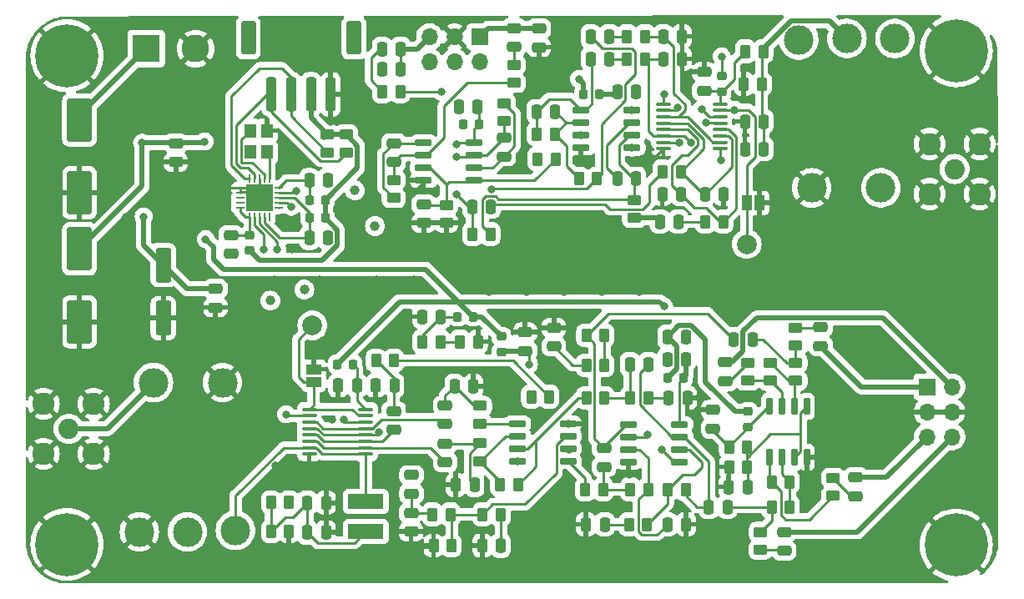
<source format=gbr>
%TF.GenerationSoftware,KiCad,Pcbnew,7.0.7*%
%TF.CreationDate,2023-12-04T17:07:47+01:00*%
%TF.ProjectId,sdrt41,73647274-3431-42e6-9b69-6361645f7063,rev?*%
%TF.SameCoordinates,Original*%
%TF.FileFunction,Copper,L1,Top*%
%TF.FilePolarity,Positive*%
%FSLAX46Y46*%
G04 Gerber Fmt 4.6, Leading zero omitted, Abs format (unit mm)*
G04 Created by KiCad (PCBNEW 7.0.7) date 2023-12-04 17:07:47*
%MOMM*%
%LPD*%
G01*
G04 APERTURE LIST*
G04 Aperture macros list*
%AMRoundRect*
0 Rectangle with rounded corners*
0 $1 Rounding radius*
0 $2 $3 $4 $5 $6 $7 $8 $9 X,Y pos of 4 corners*
0 Add a 4 corners polygon primitive as box body*
4,1,4,$2,$3,$4,$5,$6,$7,$8,$9,$2,$3,0*
0 Add four circle primitives for the rounded corners*
1,1,$1+$1,$2,$3*
1,1,$1+$1,$4,$5*
1,1,$1+$1,$6,$7*
1,1,$1+$1,$8,$9*
0 Add four rect primitives between the rounded corners*
20,1,$1+$1,$2,$3,$4,$5,0*
20,1,$1+$1,$4,$5,$6,$7,0*
20,1,$1+$1,$6,$7,$8,$9,0*
20,1,$1+$1,$8,$9,$2,$3,0*%
G04 Aperture macros list end*
%TA.AperFunction,SMDPad,CuDef*%
%ADD10RoundRect,0.250000X-0.475000X0.250000X-0.475000X-0.250000X0.475000X-0.250000X0.475000X0.250000X0*%
%TD*%
%TA.AperFunction,SMDPad,CuDef*%
%ADD11RoundRect,0.250000X-0.250000X-0.475000X0.250000X-0.475000X0.250000X0.475000X-0.250000X0.475000X0*%
%TD*%
%TA.AperFunction,SMDPad,CuDef*%
%ADD12RoundRect,0.250000X-0.262500X-0.450000X0.262500X-0.450000X0.262500X0.450000X-0.262500X0.450000X0*%
%TD*%
%TA.AperFunction,SMDPad,CuDef*%
%ADD13RoundRect,0.250000X0.262500X0.450000X-0.262500X0.450000X-0.262500X-0.450000X0.262500X-0.450000X0*%
%TD*%
%TA.AperFunction,SMDPad,CuDef*%
%ADD14C,1.000000*%
%TD*%
%TA.AperFunction,SMDPad,CuDef*%
%ADD15RoundRect,0.100000X-0.637500X-0.100000X0.637500X-0.100000X0.637500X0.100000X-0.637500X0.100000X0*%
%TD*%
%TA.AperFunction,SMDPad,CuDef*%
%ADD16RoundRect,0.250000X0.250000X0.475000X-0.250000X0.475000X-0.250000X-0.475000X0.250000X-0.475000X0*%
%TD*%
%TA.AperFunction,ComponentPad*%
%ADD17C,2.000000*%
%TD*%
%TA.AperFunction,SMDPad,CuDef*%
%ADD18RoundRect,0.250000X0.250000X1.500000X-0.250000X1.500000X-0.250000X-1.500000X0.250000X-1.500000X0*%
%TD*%
%TA.AperFunction,SMDPad,CuDef*%
%ADD19RoundRect,0.250001X0.499999X1.449999X-0.499999X1.449999X-0.499999X-1.449999X0.499999X-1.449999X0*%
%TD*%
%TA.AperFunction,SMDPad,CuDef*%
%ADD20RoundRect,0.250000X-0.450000X0.262500X-0.450000X-0.262500X0.450000X-0.262500X0.450000X0.262500X0*%
%TD*%
%TA.AperFunction,SMDPad,CuDef*%
%ADD21R,3.600000X1.500000*%
%TD*%
%TA.AperFunction,SMDPad,CuDef*%
%ADD22RoundRect,0.250000X0.475000X-0.250000X0.475000X0.250000X-0.475000X0.250000X-0.475000X-0.250000X0*%
%TD*%
%TA.AperFunction,ComponentPad*%
%ADD23C,0.800000*%
%TD*%
%TA.AperFunction,ComponentPad*%
%ADD24C,6.400000*%
%TD*%
%TA.AperFunction,SMDPad,CuDef*%
%ADD25RoundRect,0.218750X-0.218750X-0.256250X0.218750X-0.256250X0.218750X0.256250X-0.218750X0.256250X0*%
%TD*%
%TA.AperFunction,SMDPad,CuDef*%
%ADD26R,1.500000X1.000000*%
%TD*%
%TA.AperFunction,SMDPad,CuDef*%
%ADD27RoundRect,0.218750X0.218750X0.256250X-0.218750X0.256250X-0.218750X-0.256250X0.218750X-0.256250X0*%
%TD*%
%TA.AperFunction,SMDPad,CuDef*%
%ADD28RoundRect,0.250000X0.450000X-0.262500X0.450000X0.262500X-0.450000X0.262500X-0.450000X-0.262500X0*%
%TD*%
%TA.AperFunction,SMDPad,CuDef*%
%ADD29RoundRect,0.250000X-0.550000X1.500000X-0.550000X-1.500000X0.550000X-1.500000X0.550000X1.500000X0*%
%TD*%
%TA.AperFunction,SMDPad,CuDef*%
%ADD30RoundRect,0.218750X-0.256250X0.218750X-0.256250X-0.218750X0.256250X-0.218750X0.256250X0.218750X0*%
%TD*%
%TA.AperFunction,ComponentPad*%
%ADD31C,3.000000*%
%TD*%
%TA.AperFunction,ComponentPad*%
%ADD32C,2.050000*%
%TD*%
%TA.AperFunction,ComponentPad*%
%ADD33C,2.250000*%
%TD*%
%TA.AperFunction,SMDPad,CuDef*%
%ADD34RoundRect,0.250000X-1.000000X1.950000X-1.000000X-1.950000X1.000000X-1.950000X1.000000X1.950000X0*%
%TD*%
%TA.AperFunction,SMDPad,CuDef*%
%ADD35RoundRect,0.150000X0.150000X-0.725000X0.150000X0.725000X-0.150000X0.725000X-0.150000X-0.725000X0*%
%TD*%
%TA.AperFunction,SMDPad,CuDef*%
%ADD36RoundRect,0.150000X-0.725000X-0.150000X0.725000X-0.150000X0.725000X0.150000X-0.725000X0.150000X0*%
%TD*%
%TA.AperFunction,ComponentPad*%
%ADD37R,2.800000X2.800000*%
%TD*%
%TA.AperFunction,ComponentPad*%
%ADD38C,2.800000*%
%TD*%
%TA.AperFunction,ComponentPad*%
%ADD39R,1.700000X1.700000*%
%TD*%
%TA.AperFunction,ComponentPad*%
%ADD40O,1.700000X1.700000*%
%TD*%
%TA.AperFunction,SMDPad,CuDef*%
%ADD41RoundRect,0.150000X0.725000X0.150000X-0.725000X0.150000X-0.725000X-0.150000X0.725000X-0.150000X0*%
%TD*%
%TA.AperFunction,SMDPad,CuDef*%
%ADD42R,1.000000X1.500000*%
%TD*%
%TA.AperFunction,SMDPad,CuDef*%
%ADD43RoundRect,0.218750X0.256250X-0.218750X0.256250X0.218750X-0.256250X0.218750X-0.256250X-0.218750X0*%
%TD*%
%TA.AperFunction,SMDPad,CuDef*%
%ADD44RoundRect,0.062500X-0.062500X0.337500X-0.062500X-0.337500X0.062500X-0.337500X0.062500X0.337500X0*%
%TD*%
%TA.AperFunction,SMDPad,CuDef*%
%ADD45RoundRect,0.062500X-0.337500X0.062500X-0.337500X-0.062500X0.337500X-0.062500X0.337500X0.062500X0*%
%TD*%
%TA.AperFunction,SMDPad,CuDef*%
%ADD46R,2.700000X2.700000*%
%TD*%
%TA.AperFunction,SMDPad,CuDef*%
%ADD47R,1.200000X1.400000*%
%TD*%
%TA.AperFunction,ViaPad*%
%ADD48C,0.800000*%
%TD*%
%TA.AperFunction,Conductor*%
%ADD49C,0.500000*%
%TD*%
%TA.AperFunction,Conductor*%
%ADD50C,0.250000*%
%TD*%
G04 APERTURE END LIST*
D10*
%TO.P,C35,1*%
%TO.N,/I-*%
X183342200Y-115534400D03*
%TO.P,C35,2*%
%TO.N,Net-(C35-Pad2)*%
X183342200Y-117434400D03*
%TD*%
D11*
%TO.P,C49,1*%
%TO.N,Net-(C44-Pad1)*%
X156446200Y-73050400D03*
%TO.P,C49,2*%
%TO.N,Net-(C49-Pad2)*%
X158346200Y-73050400D03*
%TD*%
%TO.P,C43,1*%
%TO.N,GND*%
X143083700Y-77876400D03*
%TO.P,C43,2*%
%TO.N,Net-(U8C-V+)*%
X144983700Y-77876400D03*
%TD*%
D12*
%TO.P,R13,1*%
%TO.N,Net-(C21-Pad2)*%
X139376700Y-101752400D03*
%TO.P,R13,2*%
%TO.N,Net-(U4B-+)*%
X141201700Y-101752400D03*
%TD*%
D11*
%TO.P,C9,1*%
%TO.N,+5V*%
X164226200Y-101244400D03*
%TO.P,C9,2*%
%TO.N,GND*%
X166126200Y-101244400D03*
%TD*%
D12*
%TO.P,R44,1*%
%TO.N,Net-(C49-Pad2)*%
X160143200Y-73050400D03*
%TO.P,R44,2*%
%TO.N,Net-(U10-1B1)*%
X161968200Y-73050400D03*
%TD*%
D13*
%TO.P,R29,1*%
%TO.N,Vbal*%
X172316700Y-114452400D03*
%TO.P,R29,2*%
%TO.N,GND*%
X170491700Y-114452400D03*
%TD*%
D14*
%TO.P,TP3,1,1*%
%TO.N,Clock3*%
X132537200Y-86410800D03*
%TD*%
D15*
%TO.P,U10,1,1~{OE}*%
%TO.N,Net-(J8-Pin_1)*%
X163837700Y-77633400D03*
%TO.P,U10,2,S1*%
%TO.N,Clock3*%
X163837700Y-78283400D03*
%TO.P,U10,3,1B4*%
%TO.N,Net-(U10-1B4)*%
X163837700Y-78933400D03*
%TO.P,U10,4,1B3*%
%TO.N,Net-(U10-1B3)*%
X163837700Y-79583400D03*
%TO.P,U10,5,1B2*%
%TO.N,Net-(U10-1B2)*%
X163837700Y-80233400D03*
%TO.P,U10,6,1B1*%
%TO.N,Net-(U10-1B1)*%
X163837700Y-80883400D03*
%TO.P,U10,7,1A*%
%TO.N,Net-(T2-SA)*%
X163837700Y-81533400D03*
%TO.P,U10,8,GND*%
%TO.N,GND*%
X163837700Y-82183400D03*
%TO.P,U10,9,2A*%
%TO.N,Net-(T2-SB)*%
X169562700Y-82183400D03*
%TO.P,U10,10,2B1*%
%TO.N,Net-(U10-1B4)*%
X169562700Y-81533400D03*
%TO.P,U10,11,2B2*%
%TO.N,Net-(U10-1B3)*%
X169562700Y-80883400D03*
%TO.P,U10,12,2B3*%
%TO.N,Net-(U10-1B2)*%
X169562700Y-80233400D03*
%TO.P,U10,13,2B4*%
%TO.N,Net-(U10-1B1)*%
X169562700Y-79583400D03*
%TO.P,U10,14,S0*%
%TO.N,Clock4*%
X169562700Y-78933400D03*
%TO.P,U10,15,2~{OE}*%
%TO.N,Net-(J8-Pin_1)*%
X169562700Y-78283400D03*
%TO.P,U10,16,VCC*%
%TO.N,Net-(U10-VCC)*%
X169562700Y-77633400D03*
%TD*%
D13*
%TO.P,R38,1*%
%TO.N,Net-(C41-Pad1)*%
X157095200Y-85215400D03*
%TO.P,R38,2*%
%TO.N,Net-(U9A--)*%
X155270200Y-85215400D03*
%TD*%
D16*
%TO.P,C53,1*%
%TO.N,GND*%
X165712200Y-73050400D03*
%TO.P,C53,2*%
%TO.N,Net-(U10-1B1)*%
X163812200Y-73050400D03*
%TD*%
D17*
%TO.P,J7,1,Pin_1*%
%TO.N,Net-(J7-Pin_1)*%
X128219200Y-100101400D03*
%TD*%
D13*
%TO.P,R12,1*%
%TO.N,Net-(U4A-+)*%
X142344700Y-122453400D03*
%TO.P,R12,2*%
%TO.N,GND*%
X140519700Y-122453400D03*
%TD*%
D16*
%TO.P,C7,1*%
%TO.N,GND*%
X129601000Y-118097200D03*
%TO.P,C7,2*%
%TO.N,Net-(C6-Pad2)*%
X127701000Y-118097200D03*
%TD*%
D11*
%TO.P,C8,1*%
%TO.N,GND*%
X130830200Y-106197400D03*
%TO.P,C8,2*%
%TO.N,Net-(U3-VCC)*%
X132730200Y-106197400D03*
%TD*%
D18*
%TO.P,J3,1,Pin_1*%
%TO.N,GND*%
X130076200Y-76662400D03*
%TO.P,J3,2,Pin_2*%
%TO.N,+3V3*%
X128076200Y-76662400D03*
%TO.P,J3,3,Pin_3*%
%TO.N,SDA*%
X126076200Y-76662400D03*
%TO.P,J3,4,Pin_4*%
%TO.N,SCL*%
X124076200Y-76662400D03*
D19*
%TO.P,J3,MP*%
%TO.N,N/C*%
X132426200Y-70912400D03*
X121726200Y-70912400D03*
%TD*%
D20*
%TO.P,R9,1*%
%TO.N,+3V3*%
X131654648Y-80721511D03*
%TO.P,R9,2*%
%TO.N,SCL*%
X131654648Y-82546511D03*
%TD*%
D16*
%TO.P,C40,1*%
%TO.N,/QSE/Q-tx*%
X137170200Y-72034400D03*
%TO.P,C40,2*%
%TO.N,Net-(C40-Pad2)*%
X135270200Y-72034400D03*
%TD*%
D11*
%TO.P,C18,1*%
%TO.N,GND*%
X164226200Y-103530400D03*
%TO.P,C18,2*%
%TO.N,+12P*%
X166126200Y-103530400D03*
%TD*%
%TO.P,C27,1*%
%TO.N,Net-(C27-Pad1)*%
X160421200Y-104038400D03*
%TO.P,C27,2*%
%TO.N,Net-(C27-Pad2)*%
X162321200Y-104038400D03*
%TD*%
D21*
%TO.P,L3,1,1*%
%TO.N,Net-(T1-SB)*%
X133654800Y-117956600D03*
%TO.P,L3,2,2*%
%TO.N,Net-(C6-Pad2)*%
X133654800Y-121006600D03*
%TD*%
D22*
%TO.P,C61,1*%
%TO.N,GND*%
X119964200Y-92857400D03*
%TO.P,C61,2*%
%TO.N,Net-(U11-VDDOA)*%
X119964200Y-90957400D03*
%TD*%
D23*
%TO.P,H1,1,1*%
%TO.N,GND*%
X191143256Y-72225200D03*
X191846200Y-70528144D03*
X191846200Y-73922256D03*
X193543256Y-69825200D03*
D24*
X193543256Y-72225200D03*
D23*
X193543256Y-74625200D03*
X195240312Y-70528144D03*
X195240312Y-73922256D03*
X195943256Y-72225200D03*
%TD*%
D25*
%TO.P,L4,1,1*%
%TO.N,+5V*%
X164261700Y-105435400D03*
%TO.P,L4,2,2*%
%TO.N,+12P*%
X165836700Y-105435400D03*
%TD*%
D10*
%TO.P,C13,1*%
%TO.N,Net-(C13-Pad1)*%
X136479200Y-108803400D03*
%TO.P,C13,2*%
%TO.N,Net-(U3-1B2)*%
X136479200Y-110703400D03*
%TD*%
D12*
%TO.P,R37,1*%
%TO.N,Net-(U8C-V+)*%
X151055700Y-83210400D03*
%TO.P,R37,2*%
%TO.N,Net-(U8A-+)*%
X152880700Y-83210400D03*
%TD*%
D26*
%TO.P,JP2,1,A*%
%TO.N,GND*%
X128346200Y-104546400D03*
%TO.P,JP2,2,B*%
%TO.N,Net-(J7-Pin_1)*%
X128346200Y-105846400D03*
%TD*%
D16*
%TO.P,C19,1*%
%TO.N,GND*%
X144541200Y-106258400D03*
%TO.P,C19,2*%
%TO.N,Net-(C12-Pad1)*%
X142641200Y-106258400D03*
%TD*%
D27*
%TO.P,L12,1,1*%
%TO.N,+3V3*%
X129514700Y-89179400D03*
%TO.P,L12,2,2*%
%TO.N,Net-(U11-VDDOC)*%
X127939700Y-89179400D03*
%TD*%
D10*
%TO.P,C24,1*%
%TO.N,GND*%
X152730200Y-100343400D03*
%TO.P,C24,2*%
%TO.N,Net-(C24-Pad2)*%
X152730200Y-102243400D03*
%TD*%
D11*
%TO.P,C55,1*%
%TO.N,GND*%
X163718200Y-86766400D03*
%TO.P,C55,2*%
%TO.N,Net-(U10-1B2)*%
X165618200Y-86766400D03*
%TD*%
%TO.P,C50,1*%
%TO.N,Net-(C42-Pad1)*%
X144414200Y-88036400D03*
%TO.P,C50,2*%
%TO.N,Net-(C50-Pad2)*%
X146314200Y-88036400D03*
%TD*%
D12*
%TO.P,R28,1*%
%TO.N,Net-(U7C-V+)*%
X170491700Y-112420400D03*
%TO.P,R28,2*%
%TO.N,Vbal*%
X172316700Y-112420400D03*
%TD*%
D13*
%TO.P,R16,1*%
%TO.N,Net-(C28-Pad1)*%
X157735200Y-116738400D03*
%TO.P,R16,2*%
%TO.N,Net-(R16-Pad2)*%
X155910200Y-116738400D03*
%TD*%
D12*
%TO.P,R2,1*%
%TO.N,Net-(C6-Pad2)*%
X124032000Y-121009200D03*
%TO.P,R2,2*%
%TO.N,GND*%
X125857000Y-121009200D03*
%TD*%
%TO.P,R47,1*%
%TO.N,Net-(U10-VCC)*%
X172137700Y-72288400D03*
%TO.P,R47,2*%
%TO.N,Net-(T2-SC)*%
X173962700Y-72288400D03*
%TD*%
D10*
%TO.P,C41,1*%
%TO.N,Net-(C41-Pad1)*%
X136474200Y-81601900D03*
%TO.P,C41,2*%
%TO.N,Net-(U8A--)*%
X136474200Y-83501900D03*
%TD*%
D28*
%TO.P,R23,1*%
%TO.N,Net-(C33-Pad1)*%
X173690200Y-122881400D03*
%TO.P,R23,2*%
%TO.N,Net-(C29-Pad2)*%
X173690200Y-121056400D03*
%TD*%
D13*
%TO.P,R18,1*%
%TO.N,Net-(U6B-+)*%
X162283700Y-107467400D03*
%TO.P,R18,2*%
%TO.N,Net-(C27-Pad1)*%
X160458700Y-107467400D03*
%TD*%
D12*
%TO.P,R45,1*%
%TO.N,Net-(C50-Pad2)*%
X163755700Y-84480400D03*
%TO.P,R45,2*%
%TO.N,Net-(U10-1B3)*%
X165580700Y-84480400D03*
%TD*%
D16*
%TO.P,C6,1*%
%TO.N,GND*%
X129601000Y-121107200D03*
%TO.P,C6,2*%
%TO.N,Net-(C6-Pad2)*%
X127701000Y-121107200D03*
%TD*%
D20*
%TO.P,R36,1*%
%TO.N,Net-(U8B--)*%
X147650200Y-77537900D03*
%TO.P,R36,2*%
%TO.N,Net-(C42-Pad1)*%
X147650200Y-79362900D03*
%TD*%
D11*
%TO.P,C21,1*%
%TO.N,GND*%
X145435200Y-122453400D03*
%TO.P,C21,2*%
%TO.N,Net-(C21-Pad2)*%
X147335200Y-122453400D03*
%TD*%
D10*
%TO.P,C56,1*%
%TO.N,GND*%
X167970200Y-74386400D03*
%TO.P,C56,2*%
%TO.N,Net-(U10-VCC)*%
X167970200Y-76286400D03*
%TD*%
D22*
%TO.P,C4,1*%
%TO.N,GND*%
X114376200Y-83525400D03*
%TO.P,C4,2*%
%TO.N,+5V*%
X114376200Y-81625400D03*
%TD*%
D29*
%TO.P,C3,1*%
%TO.N,+3V3*%
X113106200Y-93972400D03*
%TO.P,C3,2*%
%TO.N,GND*%
X113106200Y-99372400D03*
%TD*%
D30*
%TO.P,L6,1,1*%
%TO.N,+5V*%
X172420200Y-108838900D03*
%TO.P,L6,2,2*%
%TO.N,Net-(U7C-V+)*%
X172420200Y-110413900D03*
%TD*%
D31*
%TO.P,T2,1,AA*%
%TO.N,GND*%
X178892200Y-86138400D03*
%TO.P,T2,2,AB*%
%TO.N,Net-(J6-In)*%
X185892200Y-86138400D03*
%TO.P,T2,3,SA*%
%TO.N,Net-(T2-SA)*%
X187325000Y-70986000D03*
%TO.P,T2,4,SC*%
%TO.N,Net-(T2-SC)*%
X182452200Y-70978400D03*
%TO.P,T2,5,SB*%
%TO.N,Net-(T2-SB)*%
X177571400Y-71138400D03*
%TD*%
D20*
%TO.P,R35,1*%
%TO.N,Net-(U8A--)*%
X136474200Y-85345900D03*
%TO.P,R35,2*%
%TO.N,Net-(C41-Pad1)*%
X136474200Y-87170900D03*
%TD*%
D10*
%TO.P,C39,1*%
%TO.N,/QSE/I-tx*%
X148666200Y-69917900D03*
%TO.P,C39,2*%
%TO.N,Net-(C39-Pad2)*%
X148666200Y-71817900D03*
%TD*%
D13*
%TO.P,R7,1*%
%TO.N,Net-(R15-Pad2)*%
X149075700Y-116230400D03*
%TO.P,R7,2*%
%TO.N,Net-(U4B--)*%
X147250700Y-116230400D03*
%TD*%
D11*
%TO.P,C51,1*%
%TO.N,Net-(C45-Pad1)*%
X163464200Y-89560400D03*
%TO.P,C51,2*%
%TO.N,Net-(C51-Pad2)*%
X165364200Y-89560400D03*
%TD*%
D30*
%TO.P,L2,1,1*%
%TO.N,+5V*%
X147401200Y-101218900D03*
%TO.P,L2,2,2*%
%TO.N,+12C*%
X147401200Y-102793900D03*
%TD*%
D11*
%TO.P,C38,1*%
%TO.N,GND*%
X135270200Y-74066400D03*
%TO.P,C38,2*%
%TO.N,/QSE/Q-tx*%
X137170200Y-74066400D03*
%TD*%
D27*
%TO.P,L5,1,1*%
%TO.N,+5V*%
X144533700Y-99218400D03*
%TO.P,L5,2,2*%
%TO.N,Net-(C21-Pad2)*%
X142958700Y-99218400D03*
%TD*%
D10*
%TO.P,C11,1*%
%TO.N,Net-(C11-Pad1)*%
X141686200Y-112105400D03*
%TO.P,C11,2*%
%TO.N,Net-(U3-1B1)*%
X141686200Y-114005400D03*
%TD*%
D28*
%TO.P,R5,1*%
%TO.N,Net-(U4B-+)*%
X145242200Y-110091900D03*
%TO.P,R5,2*%
%TO.N,Net-(C12-Pad1)*%
X145242200Y-108266900D03*
%TD*%
D32*
%TO.P,J2,1,In*%
%TO.N,Net-(J2-In)*%
X103505000Y-110591600D03*
D33*
%TO.P,J2,2,Ext*%
%TO.N,GND*%
X100965000Y-108051600D03*
X100965000Y-113131600D03*
X106045000Y-108051600D03*
X106045000Y-113131600D03*
%TD*%
D22*
%TO.P,C36,1*%
%TO.N,Net-(C36-Pad1)*%
X170134200Y-105750400D03*
%TO.P,C36,2*%
%TO.N,/Q-*%
X170134200Y-103850400D03*
%TD*%
D13*
%TO.P,R21,1*%
%TO.N,Net-(C27-Pad2)*%
X166093700Y-116738400D03*
%TO.P,R21,2*%
%TO.N,Net-(U6B--)*%
X164268700Y-116738400D03*
%TD*%
D34*
%TO.P,C1,1*%
%TO.N,+12V*%
X104597200Y-79256400D03*
%TO.P,C1,2*%
%TO.N,GND*%
X104597200Y-86656400D03*
%TD*%
D11*
%TO.P,C31,1*%
%TO.N,Net-(C28-Pad2)*%
X170962200Y-101498400D03*
%TO.P,C31,2*%
%TO.N,Net-(C31-Pad2)*%
X172862200Y-101498400D03*
%TD*%
D12*
%TO.P,R19,1*%
%TO.N,Net-(C24-Pad2)*%
X156013700Y-104165400D03*
%TO.P,R19,2*%
%TO.N,Net-(U6A--)*%
X157838700Y-104165400D03*
%TD*%
%TO.P,R22,1*%
%TO.N,Net-(C28-Pad2)*%
X156013700Y-101117400D03*
%TO.P,R22,2*%
%TO.N,Net-(U6A--)*%
X157838700Y-101117400D03*
%TD*%
%TO.P,R1,1*%
%TO.N,Net-(C6-Pad2)*%
X124032000Y-118059200D03*
%TO.P,R1,2*%
%TO.N,Net-(U3-VCC)*%
X125857000Y-118059200D03*
%TD*%
%TO.P,R17,1*%
%TO.N,Net-(C23-Pad2)*%
X160331700Y-120294400D03*
%TO.P,R17,2*%
%TO.N,Net-(U6B--)*%
X162156700Y-120294400D03*
%TD*%
D11*
%TO.P,C15,1*%
%TO.N,GND*%
X142768200Y-116291400D03*
%TO.P,C15,2*%
%TO.N,Net-(C11-Pad1)*%
X144668200Y-116291400D03*
%TD*%
D22*
%TO.P,C20,1*%
%TO.N,GND*%
X138231800Y-121041200D03*
%TO.P,C20,2*%
%TO.N,Net-(C14-Pad1)*%
X138231800Y-119141200D03*
%TD*%
D27*
%TO.P,L10,1,1*%
%TO.N,+3V3*%
X129514700Y-87401400D03*
%TO.P,L10,2,2*%
%TO.N,Net-(U11-VDD)*%
X127939700Y-87401400D03*
%TD*%
D23*
%TO.P,H4,1,1*%
%TO.N,GND*%
X100927200Y-72732400D03*
X101630144Y-71035344D03*
X101630144Y-74429456D03*
X103327200Y-70332400D03*
D24*
X103327200Y-72732400D03*
D23*
X103327200Y-75132400D03*
X105024256Y-71035344D03*
X105024256Y-74429456D03*
X105727200Y-72732400D03*
%TD*%
D35*
%TO.P,U7,1*%
%TO.N,Net-(R27-Pad1)*%
X174579200Y-113471400D03*
%TO.P,U7,2,-*%
%TO.N,Net-(U7A--)*%
X175849200Y-113471400D03*
%TO.P,U7,3,+*%
%TO.N,Vbal*%
X177119200Y-113471400D03*
%TO.P,U7,4,V-*%
%TO.N,GND*%
X178389200Y-113471400D03*
%TO.P,U7,5,+*%
%TO.N,Vbal*%
X178389200Y-108321400D03*
%TO.P,U7,6,-*%
%TO.N,Net-(U7B--)*%
X177119200Y-108321400D03*
%TO.P,U7,7*%
%TO.N,Net-(R30-Pad1)*%
X175849200Y-108321400D03*
%TO.P,U7,8,V+*%
%TO.N,Net-(U7C-V+)*%
X174579200Y-108321400D03*
%TD*%
D28*
%TO.P,R26,1*%
%TO.N,Net-(U7B--)*%
X177246200Y-105712900D03*
%TO.P,R26,2*%
%TO.N,Net-(C31-Pad2)*%
X177246200Y-103887900D03*
%TD*%
D22*
%TO.P,C46,1*%
%TO.N,GND*%
X139522200Y-89710900D03*
%TO.P,C46,2*%
%TO.N,Net-(U8A-+)*%
X139522200Y-87810900D03*
%TD*%
D15*
%TO.P,U3,1,1~{OE}*%
%TO.N,Net-(J7-Pin_1)*%
X127901700Y-108621400D03*
%TO.P,U3,2,S1*%
%TO.N,Clock2*%
X127901700Y-109271400D03*
%TO.P,U3,3,1B4*%
%TO.N,Net-(U3-1B4)*%
X127901700Y-109921400D03*
%TO.P,U3,4,1B3*%
%TO.N,Net-(U3-1B3)*%
X127901700Y-110571400D03*
%TO.P,U3,5,1B2*%
%TO.N,Net-(U3-1B2)*%
X127901700Y-111221400D03*
%TO.P,U3,6,1B1*%
%TO.N,Net-(U3-1B1)*%
X127901700Y-111871400D03*
%TO.P,U3,7,1A*%
%TO.N,Net-(T1-SB)*%
X127901700Y-112521400D03*
%TO.P,U3,8,GND*%
%TO.N,GND*%
X127901700Y-113171400D03*
%TO.P,U3,9,2A*%
%TO.N,Net-(T1-SB)*%
X133626700Y-113171400D03*
%TO.P,U3,10,2B1*%
%TO.N,Net-(U3-1B1)*%
X133626700Y-112521400D03*
%TO.P,U3,11,2B2*%
%TO.N,Net-(U3-1B2)*%
X133626700Y-111871400D03*
%TO.P,U3,12,2B3*%
%TO.N,Net-(U3-1B3)*%
X133626700Y-111221400D03*
%TO.P,U3,13,2B4*%
%TO.N,Net-(U3-1B4)*%
X133626700Y-110571400D03*
%TO.P,U3,14,S0*%
%TO.N,Clock1*%
X133626700Y-109921400D03*
%TO.P,U3,15,2~{OE}*%
%TO.N,Net-(J7-Pin_1)*%
X133626700Y-109271400D03*
%TO.P,U3,16,VCC*%
%TO.N,Net-(U3-VCC)*%
X133626700Y-108621400D03*
%TD*%
D36*
%TO.P,U9,1*%
%TO.N,Net-(C44-Pad1)*%
X155489200Y-78257400D03*
%TO.P,U9,2,-*%
%TO.N,Net-(U9A--)*%
X155489200Y-79527400D03*
%TO.P,U9,3,+*%
%TO.N,Net-(U8A-+)*%
X155489200Y-80797400D03*
%TO.P,U9,4,V-*%
%TO.N,GND*%
X155489200Y-82067400D03*
%TO.P,U9,5,+*%
%TO.N,Net-(U8A-+)*%
X160639200Y-82067400D03*
%TO.P,U9,6,-*%
%TO.N,Net-(U9B--)*%
X160639200Y-80797400D03*
%TO.P,U9,7*%
%TO.N,Net-(C45-Pad1)*%
X160639200Y-79527400D03*
%TO.P,U9,8,V+*%
%TO.N,Net-(U9C-V+)*%
X160639200Y-78257400D03*
%TD*%
D20*
%TO.P,R32,1*%
%TO.N,Net-(C36-Pad1)*%
X172420200Y-103887900D03*
%TO.P,R32,2*%
%TO.N,Net-(R30-Pad1)*%
X172420200Y-105712900D03*
%TD*%
D13*
%TO.P,R25,1*%
%TO.N,Net-(U7A--)*%
X176634700Y-118516400D03*
%TO.P,R25,2*%
%TO.N,Net-(C29-Pad2)*%
X174809700Y-118516400D03*
%TD*%
%TO.P,R41,1*%
%TO.N,Net-(U9A--)*%
X152814700Y-80670400D03*
%TO.P,R41,2*%
%TO.N,Net-(C44-Pad1)*%
X150989700Y-80670400D03*
%TD*%
D12*
%TO.P,R34,1*%
%TO.N,Net-(C40-Pad2)*%
X135307700Y-76352400D03*
%TO.P,R34,2*%
%TO.N,Net-(U8B--)*%
X137132700Y-76352400D03*
%TD*%
D16*
%TO.P,C54,1*%
%TO.N,GND*%
X169936200Y-86766400D03*
%TO.P,C54,2*%
%TO.N,Net-(U10-1B3)*%
X168036200Y-86766400D03*
%TD*%
D12*
%TO.P,R39,1*%
%TO.N,Net-(C42-Pad1)*%
X144451700Y-90830400D03*
%TO.P,R39,2*%
%TO.N,Net-(U9B--)*%
X146276700Y-90830400D03*
%TD*%
D14*
%TO.P,TP1,1,1*%
%TO.N,Clock1*%
X127406400Y-96469200D03*
%TD*%
D30*
%TO.P,L9,1,1*%
%TO.N,+5V*%
X169748200Y-74802900D03*
%TO.P,L9,2,2*%
%TO.N,Net-(U10-VCC)*%
X169748200Y-76377900D03*
%TD*%
D36*
%TO.P,U8,1*%
%TO.N,Net-(C41-Pad1)*%
X139487200Y-81559400D03*
%TO.P,U8,2,-*%
%TO.N,Net-(U8A--)*%
X139487200Y-82829400D03*
%TO.P,U8,3,+*%
%TO.N,Net-(U8A-+)*%
X139487200Y-84099400D03*
%TO.P,U8,4,V-*%
%TO.N,GND*%
X139487200Y-85369400D03*
%TO.P,U8,5,+*%
%TO.N,Net-(U8A-+)*%
X144637200Y-85369400D03*
%TO.P,U8,6,-*%
%TO.N,Net-(U8B--)*%
X144637200Y-84099400D03*
%TO.P,U8,7*%
%TO.N,Net-(C42-Pad1)*%
X144637200Y-82829400D03*
%TO.P,U8,8,V+*%
%TO.N,Net-(U8C-V+)*%
X144637200Y-81559400D03*
%TD*%
D22*
%TO.P,C33,1*%
%TO.N,Net-(C33-Pad1)*%
X176098200Y-122956400D03*
%TO.P,C33,2*%
%TO.N,/I+*%
X176098200Y-121056400D03*
%TD*%
D10*
%TO.P,C32,1*%
%TO.N,Net-(C32-Pad1)*%
X179786200Y-100294400D03*
%TO.P,C32,2*%
%TO.N,/Q+*%
X179786200Y-102194400D03*
%TD*%
D13*
%TO.P,R6,1*%
%TO.N,Net-(U4A-+)*%
X142217700Y-119278400D03*
%TO.P,R6,2*%
%TO.N,Net-(C14-Pad1)*%
X140392700Y-119278400D03*
%TD*%
%TO.P,R20,1*%
%TO.N,Net-(U6A-+)*%
X162283700Y-116738400D03*
%TO.P,R20,2*%
%TO.N,Net-(C28-Pad1)*%
X160458700Y-116738400D03*
%TD*%
D12*
%TO.P,R43,1*%
%TO.N,Net-(C48-Pad2)*%
X160143200Y-70764400D03*
%TO.P,R43,2*%
%TO.N,Net-(U10-1B4)*%
X161968200Y-70764400D03*
%TD*%
D25*
%TO.P,L8,1,1*%
%TO.N,+5V*%
X155752700Y-76606400D03*
%TO.P,L8,2,2*%
%TO.N,Net-(U9C-V+)*%
X157327700Y-76606400D03*
%TD*%
D37*
%TO.P,J1,1,Pin_1*%
%TO.N,+12V*%
X111368200Y-72014400D03*
D38*
%TO.P,J1,2,Pin_2*%
%TO.N,GND*%
X116368200Y-72014400D03*
%TD*%
D20*
%TO.P,R42,1*%
%TO.N,Net-(U9B--)*%
X160858200Y-87377900D03*
%TO.P,R42,2*%
%TO.N,Net-(C45-Pad1)*%
X160858200Y-89202900D03*
%TD*%
D31*
%TO.P,T1,1,AA*%
%TO.N,GND*%
X119100600Y-105904000D03*
%TO.P,T1,2,AB*%
%TO.N,Net-(J2-In)*%
X112100600Y-105904000D03*
%TO.P,T1,3,SA*%
%TO.N,GND*%
X110667800Y-121056400D03*
%TO.P,T1,4,SC*%
%TO.N,unconnected-(T1-SC-Pad4)*%
X115540600Y-121064000D03*
%TO.P,T1,5,SB*%
%TO.N,Net-(T1-SB)*%
X120421400Y-120904000D03*
%TD*%
D17*
%TO.P,J8,1,Pin_1*%
%TO.N,Net-(J8-Pin_1)*%
X172288200Y-91846400D03*
%TD*%
D22*
%TO.P,C37,1*%
%TO.N,GND*%
X151206200Y-71864900D03*
%TO.P,C37,2*%
%TO.N,/QSE/I-tx*%
X151206200Y-69964900D03*
%TD*%
D10*
%TO.P,C42,1*%
%TO.N,Net-(C42-Pad1)*%
X147650200Y-81056400D03*
%TO.P,C42,2*%
%TO.N,Net-(U8B--)*%
X147650200Y-82956400D03*
%TD*%
D16*
%TO.P,C52,1*%
%TO.N,GND*%
X165712200Y-70764400D03*
%TO.P,C52,2*%
%TO.N,Net-(U10-1B4)*%
X163812200Y-70764400D03*
%TD*%
D10*
%TO.P,C12,1*%
%TO.N,Net-(C12-Pad1)*%
X141686200Y-108229400D03*
%TO.P,C12,2*%
%TO.N,Net-(U3-1B4)*%
X141686200Y-110129400D03*
%TD*%
D28*
%TO.P,R40,1*%
%TO.N,GND*%
X141808200Y-89710900D03*
%TO.P,R40,2*%
%TO.N,Net-(U8A-+)*%
X141808200Y-87885900D03*
%TD*%
D11*
%TO.P,C29,1*%
%TO.N,Net-(C27-Pad2)*%
X168422200Y-118516400D03*
%TO.P,C29,2*%
%TO.N,Net-(C29-Pad2)*%
X170322200Y-118516400D03*
%TD*%
%TO.P,C44,1*%
%TO.N,Net-(C44-Pad1)*%
X150952200Y-78384400D03*
%TO.P,C44,2*%
%TO.N,Net-(U9A--)*%
X152852200Y-78384400D03*
%TD*%
D39*
%TO.P,J4,1,Pin_1*%
%TO.N,/Q+*%
X190576200Y-106339400D03*
D40*
%TO.P,J4,2,Pin_2*%
%TO.N,/Q-*%
X193116200Y-106339400D03*
%TO.P,J4,3,Pin_3*%
%TO.N,GND*%
X190576200Y-108879400D03*
%TO.P,J4,4,Pin_4*%
X193116200Y-108879400D03*
%TO.P,J4,5,Pin_5*%
%TO.N,/I-*%
X190576200Y-111419400D03*
%TO.P,J4,6,Pin_6*%
%TO.N,/I+*%
X193116200Y-111419400D03*
%TD*%
D11*
%TO.P,C23,1*%
%TO.N,GND*%
X155976200Y-120294400D03*
%TO.P,C23,2*%
%TO.N,Net-(C23-Pad2)*%
X157876200Y-120294400D03*
%TD*%
D22*
%TO.P,C14,1*%
%TO.N,Net-(C14-Pad1)*%
X138277600Y-117195600D03*
%TO.P,C14,2*%
%TO.N,Net-(U3-1B3)*%
X138277600Y-115295600D03*
%TD*%
D32*
%TO.P,J6,1,In*%
%TO.N,Net-(J6-In)*%
X193370200Y-84226400D03*
D33*
%TO.P,J6,2,Ext*%
%TO.N,GND*%
X190830200Y-81686400D03*
X190830200Y-86766400D03*
X195910200Y-81686400D03*
X195910200Y-86766400D03*
%TD*%
D11*
%TO.P,C58,1*%
%TO.N,GND*%
X172100200Y-82194400D03*
%TO.P,C58,2*%
%TO.N,Net-(T2-SC)*%
X174000200Y-82194400D03*
%TD*%
D36*
%TO.P,U6,1*%
%TO.N,Net-(C28-Pad2)*%
X160320200Y-110134400D03*
%TO.P,U6,2,-*%
%TO.N,Net-(U6A--)*%
X160320200Y-111404400D03*
%TO.P,U6,3,+*%
%TO.N,Net-(U6A-+)*%
X160320200Y-112674400D03*
%TO.P,U6,4,V-*%
%TO.N,GND*%
X160320200Y-113944400D03*
%TO.P,U6,5,+*%
%TO.N,Net-(U6B-+)*%
X165470200Y-113944400D03*
%TO.P,U6,6,-*%
%TO.N,Net-(U6B--)*%
X165470200Y-112674400D03*
%TO.P,U6,7*%
%TO.N,Net-(C27-Pad2)*%
X165470200Y-111404400D03*
%TO.P,U6,8,V+*%
%TO.N,+12P*%
X165470200Y-110134400D03*
%TD*%
D13*
%TO.P,R4,1*%
%TO.N,Net-(U4A--)*%
X136502700Y-103657400D03*
%TO.P,R4,2*%
%TO.N,Net-(C13-Pad1)*%
X134677700Y-103657400D03*
%TD*%
D10*
%TO.P,C10,1*%
%TO.N,GND*%
X149814200Y-100802400D03*
%TO.P,C10,2*%
%TO.N,+12C*%
X149814200Y-102702400D03*
%TD*%
D20*
%TO.P,R31,1*%
%TO.N,Net-(C35-Pad2)*%
X181056200Y-115571900D03*
%TO.P,R31,2*%
%TO.N,Net-(R27-Pad1)*%
X181056200Y-117396900D03*
%TD*%
D22*
%TO.P,C5,1*%
%TO.N,GND*%
X118389400Y-98282800D03*
%TO.P,C5,2*%
%TO.N,+3V3*%
X118389400Y-96382800D03*
%TD*%
D40*
%TO.P,J5,6,Pin_6*%
%TO.N,unconnected-(J5-Pin_6-Pad6)*%
X140106400Y-73355200D03*
%TO.P,J5,5,Pin_5*%
%TO.N,/QSE/Q-tx*%
X140106400Y-70815200D03*
%TO.P,J5,4,Pin_4*%
%TO.N,unconnected-(J5-Pin_4-Pad4)*%
X142646400Y-73355200D03*
%TO.P,J5,3,Pin_3*%
%TO.N,GND*%
X142646400Y-70815200D03*
%TO.P,J5,2,Pin_2*%
%TO.N,unconnected-(J5-Pin_2-Pad2)*%
X145186400Y-73355200D03*
D39*
%TO.P,J5,1,Pin_1*%
%TO.N,/QSE/I-tx*%
X145186400Y-70815200D03*
%TD*%
D16*
%TO.P,C59,1*%
%TO.N,GND*%
X129804200Y-85369400D03*
%TO.P,C59,2*%
%TO.N,Net-(U11-VDD)*%
X127904200Y-85369400D03*
%TD*%
D28*
%TO.P,R3,1*%
%TO.N,Net-(U4B--)*%
X145242200Y-113901900D03*
%TO.P,R3,2*%
%TO.N,Net-(C11-Pad1)*%
X145242200Y-112076900D03*
%TD*%
D13*
%TO.P,R15,1*%
%TO.N,Net-(C27-Pad1)*%
X157838700Y-107467400D03*
%TO.P,R15,2*%
%TO.N,Net-(R15-Pad2)*%
X156013700Y-107467400D03*
%TD*%
D25*
%TO.P,L1,1,1*%
%TO.N,+5V*%
X130738700Y-104038400D03*
%TO.P,L1,2,2*%
%TO.N,Net-(U3-VCC)*%
X132313700Y-104038400D03*
%TD*%
D12*
%TO.P,R14,1*%
%TO.N,Net-(U4B-+)*%
X143186700Y-101752400D03*
%TO.P,R14,2*%
%TO.N,GND*%
X145011700Y-101752400D03*
%TD*%
D14*
%TO.P,TP2,1,1*%
%TO.N,Clock2*%
X123952000Y-97586800D03*
%TD*%
D20*
%TO.P,R24,1*%
%TO.N,Net-(C32-Pad1)*%
X177246200Y-100331900D03*
%TO.P,R24,2*%
%TO.N,Net-(C31-Pad2)*%
X177246200Y-102156900D03*
%TD*%
D10*
%TO.P,C30,1*%
%TO.N,GND*%
X168864200Y-108676400D03*
%TO.P,C30,2*%
%TO.N,Net-(U7C-V+)*%
X168864200Y-110576400D03*
%TD*%
D12*
%TO.P,R8,1*%
%TO.N,Net-(R16-Pad2)*%
X150425700Y-107340400D03*
%TO.P,R8,2*%
%TO.N,Net-(U4A--)*%
X152250700Y-107340400D03*
%TD*%
D16*
%TO.P,C26,1*%
%TO.N,GND*%
X166131200Y-120294400D03*
%TO.P,C26,2*%
%TO.N,Net-(U6A-+)*%
X164231200Y-120294400D03*
%TD*%
D41*
%TO.P,U4,1*%
%TO.N,Net-(R16-Pad2)*%
X154167200Y-113878400D03*
%TO.P,U4,2,-*%
%TO.N,Net-(U4A--)*%
X154167200Y-112608400D03*
%TO.P,U4,3,+*%
%TO.N,Net-(U4A-+)*%
X154167200Y-111338400D03*
%TO.P,U4,4,V-*%
%TO.N,GND*%
X154167200Y-110068400D03*
%TO.P,U4,5,+*%
%TO.N,Net-(U4B-+)*%
X149017200Y-110068400D03*
%TO.P,U4,6,-*%
%TO.N,Net-(U4B--)*%
X149017200Y-111338400D03*
%TO.P,U4,7*%
%TO.N,Net-(R15-Pad2)*%
X149017200Y-112608400D03*
%TO.P,U4,8,V+*%
%TO.N,+12C*%
X149017200Y-113878400D03*
%TD*%
D25*
%TO.P,L7,1,1*%
%TO.N,+5V*%
X143535200Y-79654400D03*
%TO.P,L7,2,2*%
%TO.N,Net-(U8C-V+)*%
X145110200Y-79654400D03*
%TD*%
D42*
%TO.P,JP5,1,A*%
%TO.N,GND*%
X173598600Y-87680800D03*
%TO.P,JP5,2,B*%
%TO.N,Net-(J8-Pin_1)*%
X172298600Y-87680800D03*
%TD*%
D11*
%TO.P,C48,1*%
%TO.N,Net-(C41-Pad1)*%
X156446200Y-70764400D03*
%TO.P,C48,2*%
%TO.N,Net-(C48-Pad2)*%
X158346200Y-70764400D03*
%TD*%
%TO.P,C34,1*%
%TO.N,GND*%
X170454200Y-116484400D03*
%TO.P,C34,2*%
%TO.N,Vbal*%
X172354200Y-116484400D03*
%TD*%
D16*
%TO.P,C47,1*%
%TO.N,GND*%
X161046200Y-76352400D03*
%TO.P,C47,2*%
%TO.N,Net-(U9C-V+)*%
X159146200Y-76352400D03*
%TD*%
D20*
%TO.P,R10,1*%
%TO.N,+3V3*%
X129749648Y-80721511D03*
%TO.P,R10,2*%
%TO.N,SDA*%
X129749648Y-82546511D03*
%TD*%
D12*
%TO.P,R46,1*%
%TO.N,Net-(C51-Pad2)*%
X168073700Y-89560400D03*
%TO.P,R46,2*%
%TO.N,Net-(U10-1B2)*%
X169898700Y-89560400D03*
%TD*%
D43*
%TO.P,L11,1,1*%
%TO.N,+3V3*%
X121869200Y-92506900D03*
%TO.P,L11,2,2*%
%TO.N,Net-(U11-VDDOA)*%
X121869200Y-90931900D03*
%TD*%
D44*
%TO.P,U11,1,XA*%
%TO.N,Net-(U11-XA)*%
X123840200Y-85213400D03*
%TO.P,U11,2,XB*%
%TO.N,Net-(U11-XB)*%
X123340200Y-85213400D03*
%TO.P,U11,3,A0*%
%TO.N,GND*%
X122840200Y-85213400D03*
%TO.P,U11,4,SCL*%
%TO.N,SCL*%
X122340200Y-85213400D03*
%TO.P,U11,5,SDA*%
%TO.N,SDA*%
X121840200Y-85213400D03*
D45*
%TO.P,U11,6,SSEN*%
%TO.N,GND*%
X120890200Y-86163400D03*
%TO.P,U11,7,OEB*%
X120890200Y-86663400D03*
%TO.P,U11,8,CLK3*%
%TO.N,/Si5351B/Clock4*%
X120890200Y-87163400D03*
%TO.P,U11,9,CLK2*%
%TO.N,/Si5351B/Clock3*%
X120890200Y-87663400D03*
%TO.P,U11,10,VDDOB*%
%TO.N,Net-(U11-VDDOA)*%
X120890200Y-88163400D03*
D44*
%TO.P,U11,11,VDDOA*%
X121840200Y-89113400D03*
%TO.P,U11,12,CLK1*%
%TO.N,Clock2*%
X122340200Y-89113400D03*
%TO.P,U11,13,CLK0*%
%TO.N,Clock1*%
X122840200Y-89113400D03*
%TO.P,U11,14,VDDOD*%
%TO.N,Net-(U11-VDDOC)*%
X123340200Y-89113400D03*
%TO.P,U11,15,CLK7*%
%TO.N,/Si5351B/Clock8*%
X123840200Y-89113400D03*
D45*
%TO.P,U11,16,CLK6*%
%TO.N,/Si5351B/Clock7*%
X124790200Y-88163400D03*
%TO.P,U11,17,CLK5*%
%TO.N,Clock4*%
X124790200Y-87663400D03*
%TO.P,U11,18,VDDOC*%
%TO.N,Net-(U11-VDDOC)*%
X124790200Y-87163400D03*
%TO.P,U11,19,CLK4*%
%TO.N,Clock3*%
X124790200Y-86663400D03*
%TO.P,U11,20,VDD*%
%TO.N,Net-(U11-VDD)*%
X124790200Y-86163400D03*
D46*
%TO.P,U11,21,GND*%
%TO.N,GND*%
X122840200Y-87163400D03*
%TD*%
D28*
%TO.P,R30,1*%
%TO.N,Net-(R30-Pad1)*%
X174706200Y-105712900D03*
%TO.P,R30,2*%
%TO.N,Net-(U7B--)*%
X174706200Y-103887900D03*
%TD*%
D14*
%TO.P,TP4,1,1*%
%TO.N,Clock4*%
X134569200Y-90017600D03*
%TD*%
D12*
%TO.P,R27,1*%
%TO.N,Net-(R27-Pad1)*%
X174809700Y-115976400D03*
%TO.P,R27,2*%
%TO.N,Net-(U7A--)*%
X176634700Y-115976400D03*
%TD*%
D13*
%TO.P,R11,1*%
%TO.N,Net-(C21-Pad2)*%
X147297700Y-119278400D03*
%TO.P,R11,2*%
%TO.N,Net-(U4A-+)*%
X145472700Y-119278400D03*
%TD*%
D11*
%TO.P,C17,1*%
%TO.N,GND*%
X134640200Y-106197400D03*
%TO.P,C17,2*%
%TO.N,Net-(C13-Pad1)*%
X136540200Y-106197400D03*
%TD*%
D20*
%TO.P,R33,1*%
%TO.N,Net-(C39-Pad2)*%
X148666200Y-73661900D03*
%TO.P,R33,2*%
%TO.N,Net-(U8A--)*%
X148666200Y-75486900D03*
%TD*%
D11*
%TO.P,C22,1*%
%TO.N,GND*%
X139339200Y-99212400D03*
%TO.P,C22,2*%
%TO.N,Net-(C21-Pad2)*%
X141239200Y-99212400D03*
%TD*%
%TO.P,C57,1*%
%TO.N,GND*%
X172100200Y-79400400D03*
%TO.P,C57,2*%
%TO.N,Net-(T2-SC)*%
X174000200Y-79400400D03*
%TD*%
D23*
%TO.P,H2,1,1*%
%TO.N,GND*%
X191143256Y-122407344D03*
X191846200Y-120710288D03*
X191846200Y-124104400D03*
X193543256Y-120007344D03*
D24*
X193543256Y-122407344D03*
D23*
X193543256Y-124807344D03*
X195240312Y-120710288D03*
X195240312Y-124104400D03*
X195943256Y-122407344D03*
%TD*%
D12*
%TO.P,R48,1*%
%TO.N,GND*%
X171987200Y-75590400D03*
%TO.P,R48,2*%
%TO.N,Net-(T2-SC)*%
X173812200Y-75590400D03*
%TD*%
D22*
%TO.P,C28,1*%
%TO.N,Net-(C28-Pad1)*%
X157815200Y-114452400D03*
%TO.P,C28,2*%
%TO.N,Net-(C28-Pad2)*%
X157815200Y-112552400D03*
%TD*%
D23*
%TO.P,H3,1,1*%
%TO.N,GND*%
X100927200Y-122326400D03*
X101630144Y-120629344D03*
X101630144Y-124023456D03*
X103327200Y-119926400D03*
D24*
X103327200Y-122326400D03*
D23*
X103327200Y-124726400D03*
X105024256Y-120629344D03*
X105024256Y-124023456D03*
X105727200Y-122326400D03*
%TD*%
D34*
%TO.P,C2,1*%
%TO.N,+5V*%
X104597200Y-92337400D03*
%TO.P,C2,2*%
%TO.N,GND*%
X104597200Y-99737400D03*
%TD*%
D47*
%TO.P,Y2,1,1*%
%TO.N,Net-(U11-XA)*%
X123608200Y-82532400D03*
%TO.P,Y2,2,2*%
%TO.N,GND*%
X123608200Y-80332400D03*
%TO.P,Y2,3,3*%
%TO.N,Net-(U11-XB)*%
X121908200Y-80332400D03*
%TO.P,Y2,4,4*%
%TO.N,GND*%
X121908200Y-82532400D03*
%TD*%
D11*
%TO.P,C45,1*%
%TO.N,Net-(C45-Pad1)*%
X159146200Y-85215400D03*
%TO.P,C45,2*%
%TO.N,Net-(U9B--)*%
X161046200Y-85215400D03*
%TD*%
D16*
%TO.P,C25,1*%
%TO.N,GND*%
X166258200Y-107467400D03*
%TO.P,C25,2*%
%TO.N,Net-(U6B-+)*%
X164358200Y-107467400D03*
%TD*%
%TO.P,C60,1*%
%TO.N,GND*%
X129804200Y-91211400D03*
%TO.P,C60,2*%
%TO.N,Net-(U11-VDDOC)*%
X127904200Y-91211400D03*
%TD*%
D48*
%TO.N,GND*%
X110515400Y-101498400D03*
X119964200Y-92857400D03*
X186766200Y-120802400D03*
X126238000Y-89916000D03*
X195656200Y-99212400D03*
X144856200Y-92862400D03*
X165684200Y-73050400D03*
X153746200Y-71780400D03*
X139014200Y-124612400D03*
X172166200Y-120548400D03*
X153746200Y-120294400D03*
X184353200Y-92862400D03*
X160355200Y-115214400D03*
X151206200Y-71882000D03*
X107899200Y-101498400D03*
X114376200Y-83464400D03*
X160096200Y-100482400D03*
X123647200Y-80416400D03*
X195656200Y-110642400D03*
X112750600Y-124612400D03*
X133934200Y-124612400D03*
X161493200Y-92862400D03*
X179146200Y-96672400D03*
X149936200Y-96672400D03*
X152476200Y-104292400D03*
X138506200Y-95402400D03*
X168478200Y-71526400D03*
X141554200Y-124612400D03*
X122250200Y-86512400D03*
X127335200Y-114325400D03*
X138252200Y-86766400D03*
X142316200Y-92862400D03*
X162661600Y-83159600D03*
X161112200Y-76352400D03*
X101676200Y-89052400D03*
X129870200Y-91211400D03*
X143845200Y-122453400D03*
X144607200Y-106197400D03*
X186766200Y-103022400D03*
X180543200Y-92862400D03*
X163652200Y-86766400D03*
X167467200Y-107340400D03*
X124536200Y-103022400D03*
X124536200Y-110642400D03*
X130256200Y-109702600D03*
X182956200Y-96672400D03*
X130076200Y-76662400D03*
X126187200Y-92354400D03*
X138257200Y-122580400D03*
X106756200Y-115722400D03*
X191846200Y-92862400D03*
X125907800Y-121005600D03*
X170388200Y-116484400D03*
X195656200Y-106832400D03*
X135966200Y-70002400D03*
X195656200Y-103022400D03*
X130764200Y-106197400D03*
X129616200Y-121107200D03*
X157683200Y-92862400D03*
X182956200Y-123342400D03*
X176733200Y-92862400D03*
X168864200Y-108676400D03*
X130073400Y-79400400D03*
X137749200Y-99212400D03*
X128981200Y-95402400D03*
X149682200Y-100736400D03*
X131394200Y-124612400D03*
X154167200Y-110068400D03*
X124409200Y-95402400D03*
X152476200Y-118262400D03*
X115290600Y-124612400D03*
X166954200Y-124612400D03*
X144988200Y-101752400D03*
X123520200Y-86512400D03*
X144094200Y-124612400D03*
X194386200Y-96672400D03*
X161366200Y-96672400D03*
X161874200Y-124612400D03*
X152730200Y-99085400D03*
X153746200Y-69748400D03*
X190576200Y-96672400D03*
X120370600Y-124612400D03*
X128346200Y-104546400D03*
X146634200Y-124612400D03*
X167970200Y-74320400D03*
X149936200Y-119532400D03*
X195656200Y-92862400D03*
X172034200Y-75590400D03*
X135204200Y-74066400D03*
X136474200Y-124612400D03*
X148666200Y-92862400D03*
X151714200Y-124612400D03*
X138506200Y-92862400D03*
X165684200Y-70764400D03*
X143078200Y-77876400D03*
X182956200Y-101752400D03*
X171526200Y-96672400D03*
X188036200Y-92862400D03*
X162636200Y-100482400D03*
X157556200Y-96672400D03*
X153746200Y-73812400D03*
X134696200Y-92862400D03*
X186766200Y-108102400D03*
X151333200Y-92862400D03*
X121996200Y-82575400D03*
X122910600Y-124612400D03*
X126314200Y-124612400D03*
X195656200Y-115722400D03*
X166192200Y-101244400D03*
X172034200Y-82194400D03*
X186766200Y-96672400D03*
X123520200Y-87655400D03*
X109296200Y-89052400D03*
X141808200Y-89712800D03*
X139471400Y-89712800D03*
X154254200Y-124612400D03*
X100914200Y-101498400D03*
X110210600Y-124612400D03*
X172420200Y-107340400D03*
X172034200Y-79400400D03*
X134701200Y-106197400D03*
X179532200Y-113436400D03*
X175336200Y-96672400D03*
X156794200Y-124612400D03*
X170388200Y-114452400D03*
X186766200Y-111912400D03*
X146126200Y-96672400D03*
X170002200Y-86766400D03*
X167594200Y-120294400D03*
X134696200Y-95402400D03*
X129870200Y-85369400D03*
X182956200Y-113182400D03*
X153746200Y-92862400D03*
X173609000Y-87680800D03*
X100406200Y-115849400D03*
X165303200Y-92862400D03*
X169626200Y-123088400D03*
X129616200Y-118110000D03*
X128854200Y-124612400D03*
X164160200Y-103530400D03*
X100406200Y-76352400D03*
X169113200Y-92862400D03*
X182956200Y-108102400D03*
X179146200Y-123342400D03*
X151714200Y-75336400D03*
X124485400Y-114350800D03*
X178770200Y-115468400D03*
X141178200Y-116230400D03*
X122250200Y-87655400D03*
X153746200Y-96672400D03*
X164414200Y-124612400D03*
X155524200Y-83464400D03*
X117830600Y-124612400D03*
X149174200Y-124612400D03*
X166446200Y-96672400D03*
X124536200Y-106832400D03*
X159334200Y-124612400D03*
X169494200Y-124612400D03*
%TO.N,+5V*%
X117399200Y-91352400D03*
X169748200Y-72796400D03*
X117297200Y-81432400D03*
X155270200Y-75082400D03*
X164226200Y-101244400D03*
X143535200Y-79622900D03*
X163906200Y-98157700D03*
X110947200Y-81559400D03*
%TO.N,+3V3*%
X111099200Y-89052400D03*
X121869200Y-92506900D03*
%TO.N,+12C*%
X149017200Y-113878400D03*
X150195200Y-104038400D03*
%TO.N,Net-(U8C-V+)*%
X151055700Y-83210400D03*
X142824200Y-81686400D03*
%TO.N,Net-(C21-Pad2)*%
X139376700Y-101752400D03*
X147335200Y-119315900D03*
%TO.N,Net-(U3-VCC)*%
X132715000Y-106172000D03*
X125857000Y-118110000D03*
%TO.N,Clock1*%
X127406400Y-96469200D03*
X124663200Y-92354400D03*
X131399200Y-109702600D03*
%TO.N,Clock2*%
X125557200Y-109118400D03*
X123952000Y-97586800D03*
X123266200Y-92354400D03*
%TO.N,Net-(U3-1B3)*%
X135010080Y-110900480D03*
X138277600Y-115295600D03*
%TO.N,Net-(U6B-+)*%
X163657200Y-112674400D03*
X164358200Y-107467400D03*
%TO.N,Net-(U8B--)*%
X147650200Y-77537900D03*
X141300200Y-76352400D03*
%TO.N,Net-(U9C-V+)*%
X160639200Y-78257400D03*
X159080200Y-76352400D03*
%TO.N,Net-(U10-1B1)*%
X168163531Y-79564590D03*
X166610700Y-81534000D03*
%TO.N,Net-(U4A--)*%
X154259200Y-112674400D03*
X152250700Y-107340400D03*
%TO.N,Net-(U4B-+)*%
X145242200Y-110091900D03*
X143210200Y-101752400D03*
%TO.N,Net-(C41-Pad1)*%
X136474200Y-87170900D03*
X146380200Y-86258400D03*
%TO.N,Net-(C42-Pad1)*%
X142824200Y-82956400D03*
X142824200Y-86766400D03*
%TO.N,Net-(U6A--)*%
X157838700Y-104165400D03*
X162260200Y-111150400D03*
%TO.N,Net-(C45-Pad1)*%
X159146200Y-85215400D03*
X160858200Y-89202900D03*
%TO.N,Net-(T2-SA)*%
X165455600Y-81584800D03*
%TO.N,Net-(T2-SB)*%
X169672000Y-83362800D03*
%TO.N,Net-(U8A-+)*%
X155489200Y-80797400D03*
X160639200Y-82067400D03*
X152880700Y-83210400D03*
%TO.N,Net-(R16-Pad2)*%
X150449200Y-107340400D03*
X155910200Y-116738400D03*
%TO.N,Clock3*%
X165303200Y-77978000D03*
X126606622Y-86467115D03*
X132537200Y-86410800D03*
%TO.N,Clock4*%
X126085600Y-88087200D03*
X134569200Y-90017600D03*
X167716200Y-78130400D03*
%TO.N,Net-(J8-Pin_1)*%
X163906200Y-76606400D03*
X171069000Y-78232000D03*
%TD*%
D49*
%TO.N,/QSE/Q-tx*%
X137170200Y-72034400D02*
X138887200Y-72034400D01*
X138887200Y-72034400D02*
X140106400Y-70815200D01*
%TO.N,/QSE/I-tx*%
X146083700Y-69917900D02*
X145186400Y-70815200D01*
X148666200Y-69917900D02*
X146083700Y-69917900D01*
D50*
%TO.N,GND*%
X120890200Y-86163400D02*
X121901200Y-86163400D01*
X127901700Y-113171400D02*
X127901700Y-113758900D01*
X138257200Y-121066600D02*
X138231800Y-121041200D01*
X160355200Y-115214400D02*
X160320200Y-115179400D01*
X152730200Y-100343400D02*
X152730200Y-99085400D01*
X138257200Y-122580400D02*
X140392700Y-122580400D01*
D49*
X155489200Y-83429400D02*
X155524200Y-83464400D01*
D50*
X120890200Y-86663400D02*
X120890200Y-86512400D01*
X167340200Y-107467400D02*
X167467200Y-107340400D01*
X141239200Y-116291400D02*
X141178200Y-116230400D01*
X137749200Y-99212400D02*
X139339200Y-99212400D01*
X166131200Y-120294400D02*
X167594200Y-120294400D01*
X130076200Y-76662400D02*
X130076200Y-75034400D01*
X166258200Y-107467400D02*
X167340200Y-107467400D01*
X153746200Y-120294400D02*
X153873200Y-120167400D01*
X162861500Y-83159600D02*
X163837700Y-82183400D01*
X178389200Y-113471400D02*
X179497200Y-113471400D01*
X154167200Y-110068400D02*
X154443272Y-110068400D01*
X138257200Y-122580400D02*
X138257200Y-121066600D01*
X153746200Y-120294400D02*
X155976200Y-120294400D01*
X120890200Y-86512400D02*
X122189200Y-86512400D01*
X120890200Y-86512400D02*
X120890200Y-86385400D01*
X140392700Y-122580400D02*
X140519700Y-122453400D01*
X179497200Y-113471400D02*
X179532200Y-113436400D01*
X122189200Y-86512400D02*
X122840200Y-87163400D01*
X139487200Y-85531400D02*
X138252200Y-86766400D01*
X121901200Y-86163400D02*
X122250200Y-86512400D01*
X160320200Y-115179400D02*
X160320200Y-113944400D01*
X122840200Y-85213400D02*
X122840200Y-87163400D01*
X120890200Y-86385400D02*
X120890200Y-86163400D01*
D49*
X155489200Y-82067400D02*
X155489200Y-83429400D01*
D50*
X162661600Y-83159600D02*
X162861500Y-83159600D01*
X139376700Y-99249900D02*
X139339200Y-99212400D01*
X142768200Y-116291400D02*
X141239200Y-116291400D01*
X127901700Y-113758900D02*
X127335200Y-114325400D01*
X139487200Y-85369400D02*
X139487200Y-85531400D01*
X143845200Y-122453400D02*
X145435200Y-122453400D01*
D49*
%TO.N,+5V*%
X155752700Y-75564900D02*
X155270200Y-75082400D01*
X139701700Y-94386400D02*
X119202200Y-94386400D01*
X119202200Y-94386400D02*
X118186200Y-93370400D01*
X104597200Y-92337400D02*
X110947200Y-85987400D01*
X133177200Y-101599900D02*
X133177200Y-101588400D01*
X133177200Y-101588400D02*
X137077200Y-97688400D01*
X137077200Y-97688400D02*
X163436900Y-97688400D01*
X166666149Y-100069400D02*
X168097200Y-101500451D01*
X155752700Y-76606400D02*
X155752700Y-75564900D01*
D50*
X169748200Y-74802900D02*
X169748200Y-72796400D01*
D49*
X168097200Y-101500451D02*
X168097200Y-105816400D01*
X165176200Y-102194400D02*
X164226200Y-101244400D01*
X165176200Y-104520900D02*
X165176200Y-102194400D01*
X171119700Y-108838900D02*
X172420200Y-108838900D01*
X145400700Y-99218400D02*
X147401200Y-101218900D01*
X118186200Y-93370400D02*
X118186200Y-92139400D01*
X144533700Y-99218400D02*
X145400700Y-99218400D01*
X130738700Y-104038400D02*
X133177200Y-101599900D01*
X110947200Y-85987400D02*
X110947200Y-81559400D01*
X118186200Y-92139400D02*
X117399200Y-91352400D01*
X164226200Y-101244400D02*
X165401200Y-100069400D01*
X110947200Y-81559400D02*
X117170200Y-81559400D01*
X165401200Y-100069400D02*
X166666149Y-100069400D01*
X144533700Y-99218400D02*
X139701700Y-94386400D01*
X168097200Y-105816400D02*
X171119700Y-108838900D01*
X164261700Y-105435400D02*
X165176200Y-104520900D01*
X163436900Y-97688400D02*
X163906200Y-98157700D01*
X117170200Y-81559400D02*
X117297200Y-81432400D01*
%TO.N,+3V3*%
X129233149Y-93497400D02*
X130759200Y-91971349D01*
X129749648Y-80721511D02*
X128076200Y-79048063D01*
X130759200Y-90423900D02*
X129514700Y-89179400D01*
X121869200Y-92506900D02*
X122859700Y-93497400D01*
X130759200Y-91971349D02*
X130759200Y-90423900D01*
X128076200Y-79048063D02*
X128076200Y-76662400D01*
X122859700Y-93497400D02*
X129233149Y-93497400D01*
X132804648Y-84111452D02*
X132804648Y-81871511D01*
X129419759Y-81051400D02*
X129749648Y-80721511D01*
X132804648Y-81871511D02*
X131654648Y-80721511D01*
X113106200Y-93972400D02*
X111099200Y-91965400D01*
X131654648Y-80721511D02*
X129395362Y-80721511D01*
X115516600Y-96382800D02*
X113106200Y-93972400D01*
D50*
X128076200Y-77225573D02*
X128076200Y-76662400D01*
D49*
X118389400Y-96382800D02*
X115516600Y-96382800D01*
X129749648Y-80721511D02*
X131654648Y-80721511D01*
X129514700Y-87401400D02*
X132804648Y-84111452D01*
X111099200Y-91965400D02*
X111099200Y-89052400D01*
X129514700Y-89179400D02*
X129514700Y-87401400D01*
D50*
%TO.N,Net-(T1-SB)*%
X133626700Y-113171400D02*
X129240241Y-113171400D01*
X129240241Y-113171400D02*
X128590241Y-112521400D01*
X133654800Y-113199500D02*
X133654800Y-117956600D01*
X125289495Y-112521400D02*
X120421400Y-117389495D01*
X120421400Y-117389495D02*
X120421400Y-120904000D01*
X128590241Y-112521400D02*
X127901700Y-112521400D01*
X133626700Y-113171400D02*
X133654800Y-113199500D01*
X127901700Y-112521400D02*
X125289495Y-112521400D01*
D49*
%TO.N,+12V*%
X104597200Y-79256400D02*
X104597200Y-77558451D01*
X104597200Y-79256400D02*
X104597200Y-78785400D01*
X104597200Y-78785400D02*
X111368200Y-72014400D01*
D50*
%TO.N,Net-(C13-Pad1)*%
X136479200Y-108803400D02*
X136479200Y-106258400D01*
X136479200Y-106258400D02*
X136540200Y-106197400D01*
X136540200Y-106197400D02*
X136540200Y-105519900D01*
X136540200Y-105519900D02*
X134677700Y-103657400D01*
%TO.N,Net-(C14-Pad1)*%
X137993000Y-119380000D02*
X138231800Y-119141200D01*
X138231800Y-119141200D02*
X138231800Y-117241400D01*
X138231800Y-117241400D02*
X138277600Y-117195600D01*
X140255500Y-119141200D02*
X140392700Y-119278400D01*
X138231800Y-119141200D02*
X140255500Y-119141200D01*
%TO.N,Net-(C6-Pad2)*%
X127701000Y-121107200D02*
X128751000Y-122157200D01*
X125458000Y-119583200D02*
X124032000Y-121009200D01*
X127701000Y-121107200D02*
X127701000Y-118097200D01*
X127701000Y-118097200D02*
X126215000Y-119583200D01*
X132504200Y-122157200D02*
X133654800Y-121006600D01*
X124032000Y-121009200D02*
X124032000Y-118059200D01*
X128751000Y-122157200D02*
X132504200Y-122157200D01*
X126215000Y-119583200D02*
X125458000Y-119583200D01*
%TO.N,Net-(U11-VDD)*%
X127939700Y-85404900D02*
X127904200Y-85369400D01*
X127939700Y-87401400D02*
X127939700Y-85404900D01*
X125584200Y-85369400D02*
X127904200Y-85369400D01*
X124790200Y-86163400D02*
X125584200Y-85369400D01*
%TO.N,+12C*%
X150195200Y-104038400D02*
X150195200Y-103083400D01*
D49*
X147492700Y-102702400D02*
X147401200Y-102793900D01*
D50*
X150195200Y-103083400D02*
X149814200Y-102702400D01*
D49*
X149814200Y-102702400D02*
X147492700Y-102702400D01*
D50*
%TO.N,Net-(C29-Pad2)*%
X173690200Y-121056400D02*
X174809700Y-119936900D01*
X170322200Y-118516400D02*
X174809700Y-118516400D01*
X174809700Y-119936900D02*
X174809700Y-118516400D01*
%TO.N,Net-(C11-Pad1)*%
X144217200Y-115840400D02*
X144668200Y-116291400D01*
X145213700Y-112105400D02*
X145242200Y-112076900D01*
X141686200Y-112105400D02*
X145213700Y-112105400D01*
X145242200Y-112076900D02*
X144217200Y-113101900D01*
X144217200Y-113101900D02*
X144217200Y-115840400D01*
%TO.N,Net-(C31-Pad2)*%
X177246200Y-103887900D02*
X177246200Y-102156900D01*
X176333700Y-103887900D02*
X177246200Y-103887900D01*
X173944200Y-101498400D02*
X176333700Y-103887900D01*
X172862200Y-101498400D02*
X173944200Y-101498400D01*
%TO.N,Net-(C12-Pad1)*%
X144649700Y-108266900D02*
X145242200Y-108266900D01*
X142641200Y-106258400D02*
X144649700Y-108266900D01*
X141686200Y-107213400D02*
X142641200Y-106258400D01*
X141686200Y-108229400D02*
X141686200Y-107213400D01*
%TO.N,SDA*%
X121366408Y-85213400D02*
X120022200Y-83869192D01*
X129749648Y-82546511D02*
X126076200Y-78873063D01*
X120022200Y-76853200D02*
X122859800Y-74015600D01*
X129749648Y-82546511D02*
X129591428Y-82546511D01*
X126076200Y-78873063D02*
X126076200Y-76662400D01*
X125145800Y-74015600D02*
X126076200Y-74946000D01*
X120022200Y-83869192D02*
X120022200Y-76853200D01*
X126076200Y-74946000D02*
X126076200Y-76662400D01*
X122859800Y-74015600D02*
X125145800Y-74015600D01*
X121840200Y-85213400D02*
X121366408Y-85213400D01*
%TO.N,SCL*%
X131654648Y-82546511D02*
X130817148Y-83384011D01*
X131625759Y-82575400D02*
X131648200Y-82575400D01*
X124076200Y-78398736D02*
X124076200Y-76662400D01*
X131654648Y-82546511D02*
X132059485Y-82546511D01*
D49*
X124076200Y-76662400D02*
X123972200Y-76662400D01*
D50*
X131654648Y-82546511D02*
X132141717Y-82546511D01*
X120888804Y-84099400D02*
X120472200Y-83682796D01*
X123841200Y-76897400D02*
X124076200Y-76662400D01*
X122340200Y-84765392D02*
X121674208Y-84099400D01*
X122340200Y-85213400D02*
X122340200Y-84765392D01*
X120472200Y-83682796D02*
X120472200Y-79818400D01*
X123628200Y-76662400D02*
X124076200Y-76662400D01*
X129061475Y-83384011D02*
X124076200Y-78398736D01*
X130817148Y-83384011D02*
X129061475Y-83384011D01*
X121674208Y-84099400D02*
X120888804Y-84099400D01*
X131648200Y-82552959D02*
X131654648Y-82546511D01*
X131648200Y-82575400D02*
X131648200Y-82552959D01*
X120472200Y-79818400D02*
X123628200Y-76662400D01*
%TO.N,Net-(U11-VDDOC)*%
X127904200Y-89214900D02*
X127939700Y-89179400D01*
X123340200Y-89660712D02*
X124890888Y-91211400D01*
X127904200Y-91211400D02*
X127904200Y-89214900D01*
X124890888Y-91211400D02*
X127904200Y-91211400D01*
X127939700Y-89179400D02*
X127939700Y-88696700D01*
X126406400Y-87163400D02*
X124790200Y-87163400D01*
X123340200Y-89113400D02*
X123340200Y-89660712D01*
X127939700Y-88696700D02*
X126406400Y-87163400D01*
%TO.N,Net-(U8C-V+)*%
X145110200Y-78002900D02*
X144983700Y-77876400D01*
X145110200Y-79654400D02*
X145110200Y-78002900D01*
X144637200Y-81559400D02*
X144637200Y-80127400D01*
X144637200Y-80127400D02*
X145110200Y-79654400D01*
X142951200Y-81559400D02*
X142824200Y-81686400D01*
X144637200Y-81559400D02*
X142951200Y-81559400D01*
D49*
%TO.N,Net-(J2-In)*%
X107413000Y-110591600D02*
X112100600Y-105904000D01*
X103505000Y-110591600D02*
X107413000Y-110591600D01*
D50*
%TO.N,Net-(C21-Pad2)*%
X139376700Y-101074900D02*
X141239200Y-99212400D01*
X142952700Y-99212400D02*
X142958700Y-99218400D01*
X141239200Y-99212400D02*
X142952700Y-99212400D01*
X139376700Y-101752400D02*
X139376700Y-101074900D01*
X147335200Y-119315900D02*
X147297700Y-119278400D01*
X147335200Y-122453400D02*
X147335200Y-119315900D01*
%TO.N,+12P*%
X165433200Y-110097400D02*
X165433200Y-105838900D01*
X165433200Y-105838900D02*
X165836700Y-105435400D01*
D49*
X166126200Y-103530400D02*
X166126200Y-105145900D01*
D50*
X165470200Y-110134400D02*
X165433200Y-110097400D01*
D49*
X166126200Y-105145900D02*
X165836700Y-105435400D01*
D50*
%TO.N,Net-(C24-Pad2)*%
X154652200Y-104165400D02*
X156013700Y-104165400D01*
X152730200Y-102243400D02*
X154652200Y-104165400D01*
%TO.N,Net-(C27-Pad1)*%
X157838700Y-107467400D02*
X160458700Y-107467400D01*
X160421200Y-107429900D02*
X160458700Y-107467400D01*
X160421200Y-104038400D02*
X160421200Y-107429900D01*
%TO.N,Net-(U3-VCC)*%
X132730200Y-107724900D02*
X132730200Y-106197400D01*
X132730200Y-104454900D02*
X132313700Y-104038400D01*
X132730200Y-106187200D02*
X132715000Y-106172000D01*
X125857000Y-118110000D02*
X125857000Y-118059200D01*
X133626700Y-108621400D02*
X132730200Y-107724900D01*
X125895000Y-118097200D02*
X125907800Y-118110000D01*
X125907800Y-118110000D02*
X125857000Y-118110000D01*
X132730200Y-106156800D02*
X132730200Y-104454900D01*
X125857000Y-118059200D02*
X125857000Y-118059200D01*
X132730200Y-106197400D02*
X132730200Y-106187200D01*
X132715000Y-106172000D02*
X132730200Y-106156800D01*
%TO.N,Net-(U3-1B1)*%
X129375896Y-112521400D02*
X128725896Y-111871400D01*
X133626700Y-112521400D02*
X129375896Y-112521400D01*
X128725896Y-111871400D02*
X127901700Y-111871400D01*
X133626700Y-112521400D02*
X140202200Y-112521400D01*
X140202200Y-112521400D02*
X141686200Y-114005400D01*
%TO.N,Vbal*%
X172316700Y-114452400D02*
X172316700Y-112420400D01*
X177744200Y-108966400D02*
X178389200Y-108321400D01*
X174716200Y-111140400D02*
X177744200Y-111140400D01*
X172354200Y-116484400D02*
X172354200Y-114489900D01*
X177119200Y-113471400D02*
X177744200Y-112846400D01*
X172316700Y-114452400D02*
X172316700Y-113539900D01*
X177744200Y-111140400D02*
X177744200Y-108966400D01*
X172316700Y-113539900D02*
X174716200Y-111140400D01*
X177744200Y-112846400D02*
X177744200Y-111140400D01*
X172354200Y-114489900D02*
X172316700Y-114452400D01*
D49*
%TO.N,/I-*%
X186461200Y-115534400D02*
X183342200Y-115534400D01*
D50*
X183342200Y-115534400D02*
X183210200Y-115402400D01*
D49*
X190576200Y-111419400D02*
X186461200Y-115534400D01*
%TO.N,/Q-*%
X193116200Y-106339400D02*
X186121200Y-99344400D01*
X171912200Y-102693451D02*
X170755251Y-103850400D01*
X170755251Y-103850400D02*
X170134200Y-103850400D01*
X171912200Y-100733451D02*
X171912200Y-102693451D01*
X173301251Y-99344400D02*
X171912200Y-100733451D01*
X186121200Y-99344400D02*
X173301251Y-99344400D01*
%TO.N,/Q+*%
X183931200Y-106339400D02*
X179786200Y-102194400D01*
X190576200Y-106339400D02*
X183931200Y-106339400D01*
%TO.N,/I+*%
X183479200Y-121056400D02*
X193116200Y-111419400D01*
X176098200Y-121056400D02*
X183479200Y-121056400D01*
D50*
%TO.N,Clock1*%
X122840200Y-89113400D02*
X122840200Y-89797108D01*
X122840200Y-89797108D02*
X124663200Y-91620108D01*
X133626700Y-109921400D02*
X131618000Y-109921400D01*
X124663200Y-91620108D02*
X124663200Y-92354400D01*
X131618000Y-109921400D02*
X131399200Y-109702600D01*
%TO.N,Clock2*%
X122340200Y-89933504D02*
X122340200Y-89113400D01*
X125710200Y-109271400D02*
X125557200Y-109118400D01*
X123266200Y-90859504D02*
X122340200Y-89933504D01*
X123266200Y-92354400D02*
X123266200Y-90859504D01*
X127901700Y-109271400D02*
X125710200Y-109271400D01*
%TO.N,Net-(U3-1B4)*%
X129333050Y-110571400D02*
X128683050Y-109921400D01*
X128683050Y-109921400D02*
X127901700Y-109921400D01*
X135258041Y-109627920D02*
X134314561Y-110571400D01*
X141184720Y-109627920D02*
X135258041Y-109627920D01*
X134314561Y-110571400D02*
X133626700Y-110571400D01*
X133626700Y-110571400D02*
X129333050Y-110571400D01*
X141686200Y-110129400D02*
X141184720Y-109627920D01*
%TO.N,Net-(U3-1B2)*%
X129361614Y-111871400D02*
X128711614Y-111221400D01*
X133626700Y-111871400D02*
X129361614Y-111871400D01*
X135311200Y-111871400D02*
X136479200Y-110703400D01*
X128711614Y-111221400D02*
X127901700Y-111221400D01*
X133626700Y-111871400D02*
X135311200Y-111871400D01*
%TO.N,Net-(U3-1B3)*%
X133626700Y-111221400D02*
X129347332Y-111221400D01*
X133626700Y-111221400D02*
X134689160Y-111221400D01*
X128697332Y-110571400D02*
X129347332Y-111221400D01*
X127901700Y-110571400D02*
X128697332Y-110571400D01*
X134689160Y-111221400D02*
X135010080Y-110900480D01*
%TO.N,Net-(U11-VDDOA)*%
X121840200Y-89113400D02*
X121440200Y-89113400D01*
X121869200Y-89142400D02*
X121840200Y-89113400D01*
X121843700Y-90957400D02*
X121869200Y-90931900D01*
X121869200Y-90931900D02*
X121869200Y-89142400D01*
X121440200Y-89113400D02*
X120890200Y-88563400D01*
X119964200Y-90957400D02*
X121843700Y-90957400D01*
X120890200Y-88563400D02*
X120890200Y-88163400D01*
%TO.N,Net-(U6B-+)*%
X164927200Y-113944400D02*
X163657200Y-112674400D01*
X162283700Y-107467400D02*
X164358200Y-107467400D01*
X165470200Y-113944400D02*
X164927200Y-113944400D01*
%TO.N,Net-(U6A-+)*%
X163206680Y-121318920D02*
X161656227Y-121318920D01*
X162283700Y-113586900D02*
X162283700Y-116738400D01*
X161319680Y-117702420D02*
X162283700Y-116738400D01*
X164231200Y-120294400D02*
X163206680Y-121318920D01*
X161656227Y-121318920D02*
X161319680Y-120982373D01*
X161319680Y-120982373D02*
X161319680Y-117702420D01*
X161371200Y-112674400D02*
X162283700Y-113586900D01*
X160320200Y-112674400D02*
X161371200Y-112674400D01*
%TO.N,Net-(U7C-V+)*%
X174512700Y-108321400D02*
X174579200Y-108321400D01*
X172420200Y-110413900D02*
X174512700Y-108321400D01*
X168864200Y-110792900D02*
X170491700Y-112420400D01*
X170491700Y-112342400D02*
X172420200Y-110413900D01*
X170491700Y-112420400D02*
X170491700Y-112342400D01*
X168864200Y-110576400D02*
X168864200Y-110792900D01*
%TO.N,Net-(U7B--)*%
X177119200Y-105839900D02*
X177246200Y-105712900D01*
X177246200Y-105712900D02*
X176531200Y-105712900D01*
X176531200Y-105712900D02*
X174706200Y-103887900D01*
X177119200Y-108321400D02*
X177119200Y-105839900D01*
%TO.N,Net-(U7A--)*%
X175849200Y-115190900D02*
X175849200Y-113471400D01*
X176634700Y-115976400D02*
X175849200Y-115190900D01*
X176634700Y-115976400D02*
X176634700Y-118516400D01*
%TO.N,Net-(U8A--)*%
X141554200Y-77867727D02*
X143935027Y-75486900D01*
X143935027Y-75486900D02*
X148666200Y-75486900D01*
X141554200Y-81039151D02*
X141554200Y-77867727D01*
X136474200Y-83501900D02*
X137146700Y-82829400D01*
X139487200Y-82829400D02*
X139763951Y-82829400D01*
X137146700Y-82829400D02*
X139487200Y-82829400D01*
X136474200Y-85345900D02*
X136474200Y-83501900D01*
X139763951Y-82829400D02*
X141554200Y-81039151D01*
%TO.N,Net-(U8B--)*%
X144637200Y-84099400D02*
X144360449Y-84099400D01*
X137132700Y-76352400D02*
X141300200Y-76352400D01*
X147650200Y-82956400D02*
X146507200Y-84099400D01*
X147650200Y-77537900D02*
X148700200Y-78587900D01*
X146507200Y-84099400D02*
X144637200Y-84099400D01*
X148700200Y-81906400D02*
X147650200Y-82956400D01*
X148700200Y-78587900D02*
X148700200Y-81906400D01*
%TO.N,Net-(C27-Pad2)*%
X167208200Y-118516400D02*
X168422200Y-118516400D01*
X162321200Y-104038400D02*
X161446680Y-104912920D01*
X161446680Y-108155373D02*
X164695707Y-111404400D01*
X164695707Y-111404400D02*
X165470200Y-111404400D01*
X166093700Y-117401900D02*
X167208200Y-118516400D01*
X165470200Y-111404400D02*
X165944596Y-111404400D01*
X168422200Y-113882004D02*
X168422200Y-118516400D01*
X166093700Y-116738400D02*
X166093700Y-117401900D01*
X165944596Y-111404400D02*
X168422200Y-113882004D01*
X161446680Y-104912920D02*
X161446680Y-108155373D01*
%TO.N,Net-(C28-Pad1)*%
X157735200Y-116738400D02*
X157735200Y-114532400D01*
X157735200Y-114532400D02*
X157815200Y-114452400D01*
X157735200Y-116738400D02*
X160458700Y-116738400D01*
%TO.N,Net-(C28-Pad2)*%
X157815200Y-112363328D02*
X160044128Y-110134400D01*
X160044128Y-110134400D02*
X160320200Y-110134400D01*
X158248900Y-98882200D02*
X156013700Y-101117400D01*
X156850720Y-101954420D02*
X156850720Y-111587920D01*
X170962200Y-101498400D02*
X168346000Y-98882200D01*
X156850720Y-111587920D02*
X157815200Y-112552400D01*
X168346000Y-98882200D02*
X158248900Y-98882200D01*
X156013700Y-101117400D02*
X156850720Y-101954420D01*
X157815200Y-112552400D02*
X157815200Y-112363328D01*
%TO.N,Net-(C32-Pad1)*%
X179748700Y-100331900D02*
X179786200Y-100294400D01*
X177246200Y-100331900D02*
X179748700Y-100331900D01*
%TO.N,Net-(U9A--)*%
X155489200Y-79527400D02*
X153995200Y-79527400D01*
X154000200Y-83945400D02*
X155270200Y-85215400D01*
X152814700Y-80670400D02*
X153957700Y-79527400D01*
X153957700Y-79527400D02*
X155489200Y-79527400D01*
X153995200Y-79527400D02*
X152852200Y-78384400D01*
X152814700Y-80670400D02*
X154000200Y-81855900D01*
X154000200Y-81855900D02*
X154000200Y-83945400D01*
%TO.N,Net-(C23-Pad2)*%
X160204700Y-120167400D02*
X160331700Y-120294400D01*
X157876200Y-120294400D02*
X160331700Y-120294400D01*
%TO.N,Net-(C33-Pad1)*%
X176023200Y-122881400D02*
X176098200Y-122956400D01*
X173690200Y-122881400D02*
X176023200Y-122881400D01*
%TO.N,Net-(C35-Pad2)*%
X183342200Y-117434400D02*
X182918700Y-117434400D01*
X182918700Y-117434400D02*
X181056200Y-115571900D01*
%TO.N,Net-(C36-Pad1)*%
X170557700Y-105750400D02*
X172420200Y-103887900D01*
X170134200Y-105750400D02*
X170557700Y-105750400D01*
%TO.N,Net-(C39-Pad2)*%
X148666200Y-73661900D02*
X148666200Y-71817900D01*
%TO.N,Net-(U9B--)*%
X146276700Y-90830400D02*
X145489200Y-90042900D01*
X160831200Y-85215400D02*
X159334200Y-83718400D01*
X160858200Y-87377900D02*
X160858200Y-85403400D01*
X161046200Y-85215400D02*
X160831200Y-85215400D01*
X159334200Y-83718400D02*
X159334200Y-81825649D01*
X159334200Y-81825649D02*
X160362449Y-80797400D01*
X146802373Y-86986400D02*
X147090373Y-87274400D01*
X145489200Y-90042900D02*
X145489200Y-87323227D01*
X160754700Y-87274400D02*
X160858200Y-87377900D01*
X145826027Y-86986400D02*
X146802373Y-86986400D01*
X147090373Y-87274400D02*
X160754700Y-87274400D01*
X160858200Y-85403400D02*
X161046200Y-85215400D01*
X145489200Y-87323227D02*
X145826027Y-86986400D01*
X160362449Y-80797400D02*
X160639200Y-80797400D01*
D49*
%TO.N,Net-(U9C-V+)*%
X159146200Y-76352400D02*
X159146200Y-76352400D01*
X159080200Y-76418400D02*
X159080200Y-76352400D01*
X158892200Y-76606400D02*
X159080200Y-76418400D01*
X159080200Y-76352400D02*
X159146200Y-76352400D01*
X157327700Y-76606400D02*
X158892200Y-76606400D01*
D50*
%TO.N,Net-(C40-Pad2)*%
X134188200Y-72928400D02*
X135082200Y-72034400D01*
X134188200Y-75232900D02*
X134188200Y-72928400D01*
X135307700Y-76352400D02*
X134188200Y-75232900D01*
%TO.N,Net-(U10-1B4)*%
X163837700Y-78933400D02*
X165373105Y-78933400D01*
X163812200Y-70764400D02*
X164887200Y-71839400D01*
X166028200Y-77677695D02*
X164956905Y-76606400D01*
X164956905Y-76606400D02*
X164947600Y-76606400D01*
X165373105Y-78933400D02*
X166028200Y-78278305D01*
X164887200Y-76546000D02*
X164887200Y-73152000D01*
X168874159Y-81533400D02*
X168500200Y-81159441D01*
X168500200Y-81159441D02*
X168500200Y-81124200D01*
X166028200Y-78278305D02*
X166028200Y-77677695D01*
X164947600Y-76606400D02*
X164887200Y-76546000D01*
X161968200Y-70764400D02*
X163812200Y-70764400D01*
X164887200Y-73152000D02*
X164887200Y-73618800D01*
X168500200Y-81124200D02*
X166309400Y-78933400D01*
X166309400Y-78933400D02*
X163837700Y-78933400D01*
X164887200Y-71839400D02*
X164887200Y-73152000D01*
X169562700Y-81533400D02*
X168874159Y-81533400D01*
%TO.N,Net-(U10-1B1)*%
X163861300Y-80859800D02*
X163837700Y-80883400D01*
X169543890Y-79564590D02*
X169562700Y-79583400D01*
X166610700Y-81534000D02*
X165936500Y-80859800D01*
X162848449Y-80883400D02*
X162356800Y-80391751D01*
X162356800Y-73439000D02*
X161968200Y-73050400D01*
X163837700Y-80883400D02*
X163898300Y-80822800D01*
X168163531Y-79564590D02*
X169543890Y-79564590D01*
X161968200Y-73050400D02*
X163812200Y-73050400D01*
X163837700Y-80883400D02*
X162848449Y-80883400D01*
X162356800Y-80391751D02*
X162356800Y-73439000D01*
X165936500Y-80859800D02*
X163861300Y-80859800D01*
%TO.N,Net-(U10-1B2)*%
X165680627Y-82854800D02*
X164693600Y-83841827D01*
X169898700Y-89560400D02*
X169599373Y-89560400D01*
X171196000Y-80975200D02*
X171196000Y-88263100D01*
X167335700Y-81233695D02*
X167335700Y-81834305D01*
X166335405Y-80233400D02*
X167335700Y-81233695D01*
X166989800Y-88138000D02*
X165618200Y-86766400D01*
X167335700Y-81834305D02*
X166315205Y-82854800D01*
X164693600Y-85841800D02*
X165618200Y-86766400D01*
X166315205Y-82854800D02*
X165680627Y-82854800D01*
X169562700Y-80233400D02*
X170454200Y-80233400D01*
X163837700Y-80233400D02*
X166335405Y-80233400D01*
X170454200Y-80233400D02*
X171196000Y-80975200D01*
X171196000Y-88263100D02*
X169898700Y-89560400D01*
X164693600Y-83841827D02*
X164693600Y-85841800D01*
X168176973Y-88138000D02*
X166989800Y-88138000D01*
X169599373Y-89560400D02*
X168176973Y-88138000D01*
%TO.N,Net-(U10-VCC)*%
X169562700Y-76563400D02*
X169748200Y-76377900D01*
X171018200Y-73407900D02*
X172137700Y-72288400D01*
X167970200Y-76286400D02*
X169656700Y-76286400D01*
X169656700Y-76286400D02*
X169748200Y-76377900D01*
X169748200Y-76377900D02*
X171018200Y-75107900D01*
X169562700Y-77633400D02*
X169562700Y-76563400D01*
X171018200Y-75107900D02*
X171018200Y-73407900D01*
D49*
%TO.N,Net-(T2-SC)*%
X180662200Y-69188400D02*
X176763683Y-69188400D01*
X176763683Y-69188400D02*
X173962700Y-71989383D01*
X173962700Y-71989383D02*
X173962700Y-72288400D01*
D50*
X174000200Y-82194400D02*
X174000200Y-79400400D01*
X173812200Y-75590400D02*
X173812200Y-79212400D01*
X173962700Y-72288400D02*
X173812200Y-72438900D01*
X173962700Y-72288400D02*
X174320700Y-72646400D01*
X173812200Y-79212400D02*
X174000200Y-79400400D01*
D49*
X182452200Y-70978400D02*
X180662200Y-69188400D01*
D50*
X173812200Y-72438900D02*
X173812200Y-75590400D01*
%TO.N,Net-(U4B--)*%
X147805700Y-111338400D02*
X145242200Y-113901900D01*
X149017200Y-111338400D02*
X147805700Y-111338400D01*
X147250700Y-116230400D02*
X147250700Y-115910400D01*
X147250700Y-115910400D02*
X145242200Y-113901900D01*
%TO.N,Net-(U4A--)*%
X136502700Y-103657400D02*
X148567700Y-103657400D01*
X148567700Y-103657400D02*
X152250700Y-107340400D01*
%TO.N,Net-(U4B-+)*%
X148993700Y-110091900D02*
X149017200Y-110068400D01*
X145242200Y-110091900D02*
X148993700Y-110091900D01*
X141201700Y-101752400D02*
X143186700Y-101752400D01*
%TO.N,Net-(U4A-+)*%
X152967680Y-115089880D02*
X152967680Y-112187920D01*
X152967680Y-112187920D02*
X153817200Y-111338400D01*
X153817200Y-111338400D02*
X154167200Y-111338400D01*
X152967680Y-115089880D02*
X149803680Y-118253880D01*
X142344700Y-119405400D02*
X142217700Y-119278400D01*
X142217700Y-119278400D02*
X145472700Y-119278400D01*
X149803680Y-118253880D02*
X146497220Y-118253880D01*
X146497220Y-118253880D02*
X145472700Y-119278400D01*
X142344700Y-122453400D02*
X142344700Y-119405400D01*
%TO.N,Net-(C41-Pad1)*%
X146384852Y-86253748D02*
X146380200Y-86258400D01*
X159971200Y-75639227D02*
X159971200Y-77239400D01*
X139444700Y-81601900D02*
X136474200Y-81601900D01*
X157682200Y-72000400D02*
X160618873Y-72000400D01*
X156056852Y-86253748D02*
X146384852Y-86253748D01*
X136474200Y-87170900D02*
X135424200Y-86120900D01*
X139487200Y-81559400D02*
X139444700Y-81601900D01*
X135424200Y-82651900D02*
X136474200Y-81601900D01*
X135424200Y-86120900D02*
X135424200Y-82651900D01*
X156446200Y-70764400D02*
X157682200Y-72000400D01*
X157556200Y-84754400D02*
X157095200Y-85215400D01*
X159971200Y-77239400D02*
X157556200Y-79654400D01*
X160618873Y-72000400D02*
X160980700Y-72362227D01*
X157556200Y-79654400D02*
X157556200Y-84754400D01*
X160980700Y-72362227D02*
X160980700Y-74629727D01*
X160980700Y-74629727D02*
X159971200Y-75639227D01*
X157095200Y-85215400D02*
X156056852Y-86253748D01*
%TO.N,Net-(C42-Pad1)*%
X144094200Y-88036400D02*
X142824200Y-86766400D01*
X144510200Y-82956400D02*
X144637200Y-82829400D01*
X147650200Y-81056400D02*
X147650200Y-79362900D01*
X147650200Y-81056400D02*
X145877200Y-82829400D01*
X145877200Y-82829400D02*
X144637200Y-82829400D01*
X142824200Y-82956400D02*
X144510200Y-82956400D01*
X144451700Y-88073900D02*
X144414200Y-88036400D01*
X144451700Y-90830400D02*
X144451700Y-88073900D01*
X144414200Y-88036400D02*
X144094200Y-88036400D01*
%TO.N,Net-(U6B--)*%
X164268700Y-118182400D02*
X164268700Y-116738400D01*
X167716200Y-113944400D02*
X166446200Y-112674400D01*
X167716200Y-114452400D02*
X167716200Y-113944400D01*
X166954200Y-115214400D02*
X167716200Y-114452400D01*
X162156700Y-120294400D02*
X164268700Y-118182400D01*
X165792700Y-115214400D02*
X166954200Y-115214400D01*
X166446200Y-112674400D02*
X165470200Y-112674400D01*
X164268700Y-116738400D02*
X165792700Y-115214400D01*
%TO.N,Net-(U6A--)*%
X162006200Y-111404400D02*
X162260200Y-111150400D01*
X157838700Y-104165400D02*
X157838700Y-101117400D01*
X160320200Y-111404400D02*
X162006200Y-111404400D01*
D49*
%TO.N,Net-(C45-Pad1)*%
X160858200Y-89202900D02*
X163106700Y-89202900D01*
D50*
X158064200Y-84133400D02*
X158064200Y-81825649D01*
X160362449Y-79527400D02*
X160639200Y-79527400D01*
D49*
X163106700Y-89202900D02*
X163464200Y-89560400D01*
D50*
X158064200Y-81825649D02*
X160362449Y-79527400D01*
X159146200Y-85215400D02*
X158064200Y-84133400D01*
%TO.N,Net-(C48-Pad2)*%
X160143200Y-70764400D02*
X158346200Y-70764400D01*
%TO.N,Net-(T2-SA)*%
X165455600Y-81584800D02*
X165252400Y-81381600D01*
X163837700Y-81533400D02*
X165404200Y-81533400D01*
X165404200Y-81533400D02*
X165455600Y-81584800D01*
%TO.N,Net-(T2-SB)*%
X169562700Y-83253500D02*
X169672000Y-83362800D01*
X169562700Y-82183400D02*
X169562700Y-83253500D01*
%TO.N,Net-(U8A-+)*%
X142062200Y-85496400D02*
X141808200Y-85750400D01*
X141808200Y-87885900D02*
X139597200Y-87885900D01*
X139487200Y-84099400D02*
X139210449Y-84099400D01*
X141808200Y-85750400D02*
X140157200Y-84099400D01*
X140157200Y-84099400D02*
X139487200Y-84099400D01*
X144637200Y-85369400D02*
X150721700Y-85369400D01*
X139614200Y-84226400D02*
X139487200Y-84099400D01*
X144637200Y-85369400D02*
X144510200Y-85496400D01*
X141808200Y-87885900D02*
X141808200Y-85750400D01*
X150721700Y-85369400D02*
X152880700Y-83210400D01*
X139597200Y-87885900D02*
X139522200Y-87810900D01*
X144510200Y-85496400D02*
X142062200Y-85496400D01*
%TO.N,Net-(C49-Pad2)*%
X158346200Y-73050400D02*
X160143200Y-73050400D01*
%TO.N,Net-(C44-Pad1)*%
X150952200Y-78384400D02*
X152222200Y-77114400D01*
X155905200Y-78257400D02*
X155489200Y-78257400D01*
X156446200Y-73050400D02*
X156540200Y-73144400D01*
X156540200Y-77622400D02*
X155905200Y-78257400D01*
X150989700Y-80670400D02*
X150989700Y-78421900D01*
X152222200Y-77114400D02*
X154346200Y-77114400D01*
X154346200Y-77114400D02*
X155489200Y-78257400D01*
X150989700Y-78421900D02*
X150952200Y-78384400D01*
X156540200Y-73144400D02*
X156540200Y-77622400D01*
%TO.N,Net-(C50-Pad2)*%
X146314200Y-88036400D02*
X146568200Y-87782400D01*
X162382200Y-87633573D02*
X162382200Y-85853900D01*
X146568200Y-87782400D02*
X157939027Y-87782400D01*
X162382200Y-85853900D02*
X163755700Y-84480400D01*
X157939027Y-87782400D02*
X158447027Y-88290400D01*
X161725373Y-88290400D02*
X162382200Y-87633573D01*
X158447027Y-88290400D02*
X161725373Y-88290400D01*
%TO.N,Net-(C51-Pad2)*%
X165364200Y-89560400D02*
X168073700Y-89560400D01*
%TO.N,Net-(R15-Pad2)*%
X150081128Y-112608400D02*
X149017200Y-112608400D01*
X150867164Y-111822364D02*
X150081128Y-112608400D01*
X156013700Y-107467400D02*
X155222128Y-107467400D01*
X149075700Y-116230400D02*
X150867164Y-114438936D01*
X150867164Y-114438936D02*
X150867164Y-111822364D01*
X155222128Y-107467400D02*
X150867164Y-111822364D01*
%TO.N,Net-(R16-Pad2)*%
X155910200Y-116738400D02*
X155910200Y-115621400D01*
X155910200Y-115621400D02*
X154167200Y-113878400D01*
%TO.N,Net-(R27-Pad1)*%
X174809700Y-115976400D02*
X175797200Y-116963900D01*
X178666700Y-119786400D02*
X181056200Y-117396900D01*
X175797200Y-116963900D02*
X175797200Y-119353400D01*
X174809700Y-115976400D02*
X174579200Y-115745900D01*
X176230200Y-119786400D02*
X178666700Y-119786400D01*
X174579200Y-115745900D02*
X174579200Y-113471400D01*
X175797200Y-119353400D02*
X176230200Y-119786400D01*
%TO.N,Net-(R30-Pad1)*%
X172420200Y-105712900D02*
X174706200Y-105712900D01*
X175849200Y-106855900D02*
X174706200Y-105712900D01*
X175849200Y-108321400D02*
X175849200Y-106855900D01*
%TO.N,Clock3*%
X164997800Y-78283400D02*
X165303200Y-77978000D01*
X126410337Y-86663400D02*
X126606622Y-86467115D01*
X163837700Y-78283400D02*
X164997800Y-78283400D01*
X124790200Y-86663400D02*
X126410337Y-86663400D01*
%TO.N,Net-(U11-XA)*%
X123840200Y-85213400D02*
X123840200Y-82764400D01*
X123840200Y-82764400D02*
X123608200Y-82532400D01*
%TO.N,Net-(U11-XB)*%
X120983200Y-83557400D02*
X120983200Y-81257400D01*
X122132208Y-83557400D02*
X120983200Y-83557400D01*
X123340200Y-85213400D02*
X123340200Y-84765392D01*
X120983200Y-81257400D02*
X121908200Y-80332400D01*
X123340200Y-84765392D02*
X122132208Y-83557400D01*
%TO.N,/Si5351B/Clock7*%
X124807249Y-88180449D02*
X124790200Y-88163400D01*
%TO.N,Clock4*%
X124790200Y-87663400D02*
X125661800Y-87663400D01*
X167716200Y-78130400D02*
X168519200Y-78933400D01*
X125661800Y-87663400D02*
X126085600Y-88087200D01*
X168519200Y-78933400D02*
X169562700Y-78933400D01*
%TO.N,Net-(J7-Pin_1)*%
X128361200Y-108161900D02*
X127901700Y-108621400D01*
X128219200Y-100101400D02*
X126822200Y-101498400D01*
X127346200Y-105846400D02*
X128346200Y-105846400D01*
X127901700Y-108621400D02*
X132288839Y-108621400D01*
X132288839Y-108621400D02*
X132938839Y-109271400D01*
X128361200Y-105562400D02*
X128361200Y-108161900D01*
X132938839Y-109271400D02*
X133626700Y-109271400D01*
X126822200Y-101498400D02*
X126822200Y-105322400D01*
X126822200Y-105322400D02*
X127346200Y-105846400D01*
%TO.N,Net-(J8-Pin_1)*%
X172288200Y-91846400D02*
X172288200Y-87691200D01*
X172298600Y-87680800D02*
X172298600Y-84886800D01*
X172298600Y-83886800D02*
X172298600Y-84886800D01*
X171069000Y-78232000D02*
X169614100Y-78232000D01*
X173175200Y-78937227D02*
X172469973Y-78232000D01*
X169614100Y-78232000D02*
X169562700Y-78283400D01*
X163837700Y-76674900D02*
X163906200Y-76606400D01*
X172469973Y-78232000D02*
X171069000Y-78232000D01*
X173175200Y-83010200D02*
X172298600Y-83886800D01*
X173175200Y-78937227D02*
X173175200Y-83010200D01*
X172288200Y-87691200D02*
X172298600Y-87680800D01*
X163837700Y-77633400D02*
X163837700Y-76674900D01*
D49*
%TO.N,/QSE/I-tx*%
X151159200Y-69917900D02*
X151206200Y-69964900D01*
X148666200Y-69917900D02*
X151159200Y-69917900D01*
D50*
%TO.N,/QSE/Q-tx*%
X137170200Y-72034400D02*
X136982200Y-72034400D01*
X137170200Y-74066400D02*
X137170200Y-72034400D01*
D49*
%TO.N,unconnected-(J5-Pin_6-Pad6)*%
X139811200Y-73965400D02*
X139811200Y-73431400D01*
D50*
%TO.N,Net-(U10-1B3)*%
X170443800Y-80883400D02*
X170746000Y-81185600D01*
X168036200Y-86766400D02*
X167866700Y-86766400D01*
X167944800Y-82116300D02*
X167944800Y-81205196D01*
X166323004Y-79583400D02*
X163837700Y-79583400D01*
X167866700Y-86766400D02*
X165580700Y-84480400D01*
X170746000Y-84056600D02*
X168036200Y-86766400D01*
X170746000Y-81185600D02*
X170746000Y-84056600D01*
X167944800Y-81205196D02*
X166323004Y-79583400D01*
X165580700Y-84480400D02*
X167944800Y-82116300D01*
X169562700Y-80883400D02*
X170443800Y-80883400D01*
%TD*%
%TA.AperFunction,Conductor*%
%TO.N,GND*%
G36*
X104719786Y-123365433D02*
G01*
X104949115Y-123594762D01*
X104982600Y-123656085D01*
X104977616Y-123725777D01*
X104935744Y-123781710D01*
X104930326Y-123785544D01*
X104844016Y-123843215D01*
X104844015Y-123843216D01*
X104786344Y-123929526D01*
X104732732Y-123974330D01*
X104663407Y-123983037D01*
X104600380Y-123952882D01*
X104595562Y-123948315D01*
X104366233Y-123718986D01*
X104332748Y-123657663D01*
X104337732Y-123587971D01*
X104373380Y-123537017D01*
X104462070Y-123461270D01*
X104537817Y-123372580D01*
X104596321Y-123334390D01*
X104666189Y-123333890D01*
X104719786Y-123365433D01*
G37*
%TD.AperFunction*%
%TA.AperFunction,Conductor*%
G36*
X102065628Y-123336931D02*
G01*
X102116581Y-123372579D01*
X102192330Y-123461270D01*
X102255123Y-123514900D01*
X102281016Y-123537015D01*
X102319209Y-123595522D01*
X102319707Y-123665390D01*
X102288165Y-123718986D01*
X102058836Y-123948315D01*
X101997513Y-123981800D01*
X101927821Y-123976816D01*
X101871888Y-123934944D01*
X101868053Y-123929524D01*
X101859093Y-123916115D01*
X101810384Y-123843216D01*
X101727689Y-123787961D01*
X101727688Y-123787960D01*
X101724073Y-123785545D01*
X101679268Y-123731933D01*
X101670561Y-123662608D01*
X101700715Y-123599580D01*
X101705283Y-123594762D01*
X101934613Y-123365432D01*
X101995936Y-123331947D01*
X102065628Y-123336931D01*
G37*
%TD.AperFunction*%
%TA.AperFunction,Conductor*%
G36*
X104726577Y-120675982D02*
G01*
X104782510Y-120717854D01*
X104786345Y-120723273D01*
X104788760Y-120726888D01*
X104788761Y-120726889D01*
X104844016Y-120809584D01*
X104915278Y-120857200D01*
X104930324Y-120867253D01*
X104975130Y-120920865D01*
X104983837Y-120990190D01*
X104953683Y-121053217D01*
X104949115Y-121058036D01*
X104719786Y-121287365D01*
X104658463Y-121320850D01*
X104588771Y-121315866D01*
X104537815Y-121280216D01*
X104506075Y-121243054D01*
X104462070Y-121191530D01*
X104373379Y-121115781D01*
X104335189Y-121057278D01*
X104334689Y-120987410D01*
X104366232Y-120933813D01*
X104595562Y-120704483D01*
X104656885Y-120670998D01*
X104726577Y-120675982D01*
G37*
%TD.AperFunction*%
%TA.AperFunction,Conductor*%
G36*
X102054018Y-120699916D02*
G01*
X102058837Y-120704484D01*
X102288166Y-120933813D01*
X102321651Y-120995136D01*
X102316667Y-121064828D01*
X102281017Y-121115784D01*
X102192330Y-121191530D01*
X102116584Y-121280217D01*
X102058077Y-121318410D01*
X101988209Y-121318908D01*
X101934613Y-121287366D01*
X101705284Y-121058037D01*
X101671799Y-120996714D01*
X101676783Y-120927022D01*
X101718655Y-120871089D01*
X101724074Y-120867254D01*
X101727687Y-120864839D01*
X101727689Y-120864839D01*
X101810384Y-120809584D01*
X101865639Y-120726889D01*
X101865639Y-120726887D01*
X101868054Y-120723274D01*
X101921666Y-120678469D01*
X101990991Y-120669762D01*
X102054018Y-120699916D01*
G37*
%TD.AperFunction*%
%TA.AperFunction,Conductor*%
G36*
X178566698Y-102694714D02*
G01*
X178612041Y-102747873D01*
X178616555Y-102759502D01*
X178619083Y-102767133D01*
X178619086Y-102767140D01*
X178643387Y-102806537D01*
X178712170Y-102918052D01*
X178837548Y-103043430D01*
X178988462Y-103136515D01*
X179156774Y-103192287D01*
X179260655Y-103202900D01*
X179670656Y-103202899D01*
X179737695Y-103222583D01*
X179758337Y-103239218D01*
X183349396Y-106830277D01*
X183361177Y-106843909D01*
X183375731Y-106863458D01*
X183400130Y-106883931D01*
X183416205Y-106897420D01*
X183420195Y-106901076D01*
X183426099Y-106906980D01*
X183446656Y-106923234D01*
X183452097Y-106927537D01*
X183467949Y-106940838D01*
X183511560Y-106977432D01*
X183511562Y-106977433D01*
X183517596Y-106981402D01*
X183517569Y-106981442D01*
X183524121Y-106985616D01*
X183524147Y-106985575D01*
X183530299Y-106989370D01*
X183584754Y-107014762D01*
X183600647Y-107022173D01*
X183670012Y-107057009D01*
X183670013Y-107057009D01*
X183670015Y-107057010D01*
X183676794Y-107059477D01*
X183676777Y-107059522D01*
X183684125Y-107062076D01*
X183684141Y-107062031D01*
X183690990Y-107064301D01*
X183690993Y-107064301D01*
X183690994Y-107064302D01*
X183767018Y-107079999D01*
X183842544Y-107097900D01*
X183842545Y-107097900D01*
X183842549Y-107097901D01*
X183849717Y-107098739D01*
X183849711Y-107098786D01*
X183857442Y-107099576D01*
X183857447Y-107099529D01*
X183864637Y-107100158D01*
X183864641Y-107100157D01*
X183864642Y-107100158D01*
X183942245Y-107097900D01*
X189093700Y-107097900D01*
X189160739Y-107117585D01*
X189206494Y-107170389D01*
X189217700Y-107221900D01*
X189217700Y-107238054D01*
X189224211Y-107298602D01*
X189224211Y-107298604D01*
X189266472Y-107411906D01*
X189275311Y-107435604D01*
X189362939Y-107552661D01*
X189479996Y-107640289D01*
X189609582Y-107688622D01*
X189665513Y-107730493D01*
X189689930Y-107795957D01*
X189675078Y-107864230D01*
X189653928Y-107892484D01*
X189538086Y-108008326D01*
X189402600Y-108201820D01*
X189402599Y-108201822D01*
X189302770Y-108415907D01*
X189302767Y-108415913D01*
X189245564Y-108629399D01*
X189245564Y-108629400D01*
X189962853Y-108629400D01*
X190029892Y-108649085D01*
X190075647Y-108701889D01*
X190085591Y-108771047D01*
X190081831Y-108788333D01*
X190076200Y-108807511D01*
X190076200Y-108951288D01*
X190081831Y-108970467D01*
X190081830Y-109040336D01*
X190044055Y-109099114D01*
X189980499Y-109128138D01*
X189962853Y-109129400D01*
X189245564Y-109129400D01*
X189302767Y-109342886D01*
X189302770Y-109342892D01*
X189402599Y-109556978D01*
X189538094Y-109750482D01*
X189705117Y-109917505D01*
X189886002Y-110044163D01*
X189929627Y-110098740D01*
X189936819Y-110168239D01*
X189905297Y-110230593D01*
X189873897Y-110254792D01*
X189830627Y-110278209D01*
X189830622Y-110278212D01*
X189652961Y-110416492D01*
X189652956Y-110416497D01*
X189500484Y-110582123D01*
X189500476Y-110582134D01*
X189377340Y-110770607D01*
X189286903Y-110976785D01*
X189231636Y-111195028D01*
X189231634Y-111195040D01*
X189213044Y-111419394D01*
X189213044Y-111419405D01*
X189230525Y-111630366D01*
X189216444Y-111698802D01*
X189194630Y-111728287D01*
X186183338Y-114739581D01*
X186122015Y-114773066D01*
X186095657Y-114775900D01*
X184432744Y-114775900D01*
X184365705Y-114756215D01*
X184345063Y-114739581D01*
X184290853Y-114685371D01*
X184290852Y-114685370D01*
X184180137Y-114617080D01*
X184139940Y-114592286D01*
X184139935Y-114592284D01*
X183971627Y-114536513D01*
X183867746Y-114525900D01*
X182816662Y-114525900D01*
X182816646Y-114525901D01*
X182712772Y-114536513D01*
X182544464Y-114592284D01*
X182544459Y-114592286D01*
X182393546Y-114685371D01*
X182263063Y-114815855D01*
X182261073Y-114813865D01*
X182214569Y-114846786D01*
X182144770Y-114849917D01*
X182086657Y-114817175D01*
X181979853Y-114710371D01*
X181979852Y-114710370D01*
X181872509Y-114644160D01*
X181828940Y-114617286D01*
X181828935Y-114617284D01*
X181660627Y-114561513D01*
X181556746Y-114550900D01*
X180555662Y-114550900D01*
X180555646Y-114550901D01*
X180451772Y-114561513D01*
X180283464Y-114617284D01*
X180283459Y-114617286D01*
X180132546Y-114710371D01*
X180007171Y-114835746D01*
X179914086Y-114986659D01*
X179914084Y-114986664D01*
X179858313Y-115154972D01*
X179847700Y-115258847D01*
X179847700Y-115884937D01*
X179847701Y-115884953D01*
X179858313Y-115988827D01*
X179891714Y-116089626D01*
X179914085Y-116157138D01*
X180000809Y-116297740D01*
X180007171Y-116308053D01*
X180095837Y-116396719D01*
X180129322Y-116458042D01*
X180124338Y-116527734D01*
X180095837Y-116572081D01*
X180007171Y-116660746D01*
X179914086Y-116811659D01*
X179914084Y-116811664D01*
X179858313Y-116979972D01*
X179847700Y-117083847D01*
X179847700Y-117658132D01*
X179828015Y-117725171D01*
X179811381Y-117745813D01*
X178440614Y-119116581D01*
X178379291Y-119150066D01*
X178352933Y-119152900D01*
X177779124Y-119152900D01*
X177712085Y-119133215D01*
X177666330Y-119080411D01*
X177656404Y-119020146D01*
X177655539Y-119020102D01*
X177655697Y-119016970D01*
X177655700Y-119016945D01*
X177655699Y-118015856D01*
X177645087Y-117911974D01*
X177589315Y-117743662D01*
X177496230Y-117592748D01*
X177370852Y-117467370D01*
X177370852Y-117467369D01*
X177370851Y-117467369D01*
X177327102Y-117440384D01*
X177280378Y-117388435D01*
X177268200Y-117334846D01*
X177268200Y-117157953D01*
X177287885Y-117090914D01*
X177327101Y-117052415D01*
X177370852Y-117025430D01*
X177496230Y-116900052D01*
X177589315Y-116749138D01*
X177645087Y-116580826D01*
X177655700Y-116476945D01*
X177655699Y-115475856D01*
X177645087Y-115371974D01*
X177589315Y-115203662D01*
X177496230Y-115052748D01*
X177461171Y-115017689D01*
X177427686Y-114956366D01*
X177432670Y-114886674D01*
X177474542Y-114830741D01*
X177514259Y-114810931D01*
X177532801Y-114805545D01*
X177676007Y-114720853D01*
X177676014Y-114720845D01*
X177682168Y-114716073D01*
X177683653Y-114717988D01*
X177734426Y-114690253D01*
X177804119Y-114695224D01*
X177830908Y-114710147D01*
X177830929Y-114710112D01*
X177832292Y-114710918D01*
X177836803Y-114713431D01*
X177837643Y-114714083D01*
X177979001Y-114797681D01*
X178136714Y-114843500D01*
X178136711Y-114843500D01*
X178139198Y-114843695D01*
X178139200Y-114843695D01*
X178139200Y-113721400D01*
X178639200Y-113721400D01*
X178639200Y-114843695D01*
X178639201Y-114843695D01*
X178641686Y-114843500D01*
X178799398Y-114797681D01*
X178940752Y-114714085D01*
X178940761Y-114714078D01*
X179056878Y-114597961D01*
X179056885Y-114597952D01*
X179140482Y-114456596D01*
X179140483Y-114456593D01*
X179186299Y-114298895D01*
X179186300Y-114298889D01*
X179189200Y-114262044D01*
X179189200Y-113721400D01*
X178639200Y-113721400D01*
X178139200Y-113721400D01*
X178139200Y-113400292D01*
X178158885Y-113333253D01*
X178172806Y-113315410D01*
X178173306Y-113314878D01*
X178199199Y-113287304D01*
X178220334Y-113266170D01*
X178220341Y-113266160D01*
X178222783Y-113263393D01*
X178281884Y-113226127D01*
X178315793Y-113221400D01*
X179189200Y-113221400D01*
X179189200Y-112680756D01*
X179186300Y-112643910D01*
X179186299Y-112643904D01*
X179140483Y-112486206D01*
X179140482Y-112486203D01*
X179056885Y-112344847D01*
X179056878Y-112344838D01*
X178940761Y-112228721D01*
X178940752Y-112228714D01*
X178799396Y-112145117D01*
X178799393Y-112145116D01*
X178641695Y-112099300D01*
X178641689Y-112099299D01*
X178604844Y-112096400D01*
X178501700Y-112096400D01*
X178434661Y-112076715D01*
X178388906Y-112023911D01*
X178377700Y-111972400D01*
X178377700Y-111212005D01*
X178379896Y-111188774D01*
X178381475Y-111180494D01*
X178377821Y-111122418D01*
X178377700Y-111118546D01*
X178377700Y-109828900D01*
X178397385Y-109761861D01*
X178450189Y-109716106D01*
X178501700Y-109704900D01*
X178605705Y-109704900D01*
X178628099Y-109703137D01*
X178643031Y-109701962D01*
X178643033Y-109701961D01*
X178643035Y-109701961D01*
X178685162Y-109689721D01*
X178802801Y-109655545D01*
X178946007Y-109570853D01*
X179063653Y-109453207D01*
X179148345Y-109310001D01*
X179186288Y-109179400D01*
X179194761Y-109150235D01*
X179194762Y-109150229D01*
X179197700Y-109112905D01*
X179197700Y-107529895D01*
X179195496Y-107501901D01*
X179194762Y-107492569D01*
X179194567Y-107491899D01*
X179159423Y-107370931D01*
X179148345Y-107332799D01*
X179063653Y-107189593D01*
X179063651Y-107189591D01*
X179063648Y-107189587D01*
X178946012Y-107071951D01*
X178946003Y-107071944D01*
X178802801Y-106987255D01*
X178802796Y-106987253D01*
X178643035Y-106940838D01*
X178643029Y-106940837D01*
X178605705Y-106937900D01*
X178605702Y-106937900D01*
X178172698Y-106937900D01*
X178172695Y-106937900D01*
X178135370Y-106940837D01*
X178135364Y-106940838D01*
X177975603Y-106987253D01*
X177975597Y-106987255D01*
X177939821Y-107008414D01*
X177872097Y-107025597D01*
X177805834Y-107003437D01*
X177762071Y-106948971D01*
X177752700Y-106901682D01*
X177752700Y-106844514D01*
X177772385Y-106777475D01*
X177825189Y-106731720D01*
X177844202Y-106725427D01*
X177844199Y-106725417D01*
X177901854Y-106706312D01*
X178018938Y-106667515D01*
X178169852Y-106574430D01*
X178295230Y-106449052D01*
X178388315Y-106298138D01*
X178444087Y-106129826D01*
X178454700Y-106025945D01*
X178454699Y-105399856D01*
X178444087Y-105295974D01*
X178388315Y-105127662D01*
X178295230Y-104976748D01*
X178206563Y-104888081D01*
X178173078Y-104826758D01*
X178178062Y-104757066D01*
X178206563Y-104712719D01*
X178250338Y-104668944D01*
X178295230Y-104624052D01*
X178388315Y-104473138D01*
X178444087Y-104304826D01*
X178454700Y-104200945D01*
X178454699Y-103574856D01*
X178444087Y-103470974D01*
X178388315Y-103302662D01*
X178295230Y-103151748D01*
X178278292Y-103134810D01*
X178253562Y-103110079D01*
X178220078Y-103048756D01*
X178225063Y-102979064D01*
X178253562Y-102934719D01*
X178295230Y-102893052D01*
X178388315Y-102742138D01*
X178388315Y-102742135D01*
X178392106Y-102735991D01*
X178394222Y-102737296D01*
X178432623Y-102693671D01*
X178499814Y-102674509D01*
X178566698Y-102694714D01*
G37*
%TD.AperFunction*%
%TA.AperFunction,Conductor*%
G36*
X167270058Y-104169635D02*
G01*
X167321258Y-104217178D01*
X167338700Y-104280592D01*
X167338700Y-105752106D01*
X167337391Y-105770076D01*
X167333858Y-105794191D01*
X167338464Y-105846820D01*
X167338700Y-105852227D01*
X167338700Y-105860578D01*
X167342547Y-105893496D01*
X167349312Y-105970827D01*
X167350772Y-105977894D01*
X167350726Y-105977903D01*
X167352409Y-105985494D01*
X167352454Y-105985484D01*
X167354119Y-105992510D01*
X167378914Y-106060631D01*
X167380673Y-106065465D01*
X167402000Y-106129826D01*
X167405086Y-106139137D01*
X167408140Y-106145686D01*
X167408096Y-106145706D01*
X167411484Y-106152704D01*
X167411527Y-106152683D01*
X167414768Y-106159137D01*
X167457432Y-106224004D01*
X167478956Y-106258900D01*
X167498170Y-106290051D01*
X167498172Y-106290053D01*
X167502651Y-106295718D01*
X167502613Y-106295747D01*
X167507520Y-106301772D01*
X167507557Y-106301742D01*
X167512202Y-106307278D01*
X167568682Y-106360563D01*
X168672838Y-107464719D01*
X168706323Y-107526042D01*
X168701339Y-107595734D01*
X168659467Y-107651667D01*
X168594003Y-107676084D01*
X168585157Y-107676400D01*
X168339229Y-107676400D01*
X168339212Y-107676401D01*
X168236502Y-107686894D01*
X168070080Y-107742041D01*
X168070075Y-107742043D01*
X167920854Y-107834084D01*
X167796884Y-107958054D01*
X167704843Y-108107275D01*
X167704841Y-108107280D01*
X167649694Y-108273702D01*
X167649693Y-108273709D01*
X167639200Y-108376413D01*
X167639200Y-108426400D01*
X168990200Y-108426400D01*
X169057239Y-108446085D01*
X169102994Y-108498889D01*
X169114200Y-108550400D01*
X169114200Y-108802400D01*
X169094515Y-108869439D01*
X169041711Y-108915194D01*
X168990200Y-108926400D01*
X167639201Y-108926400D01*
X167639201Y-108976386D01*
X167649694Y-109079097D01*
X167704841Y-109245519D01*
X167704843Y-109245524D01*
X167796884Y-109394745D01*
X167920855Y-109518716D01*
X167926523Y-109523198D01*
X167924792Y-109525386D01*
X167962949Y-109567790D01*
X167974187Y-109636750D01*
X167946358Y-109700838D01*
X167921094Y-109722736D01*
X167921215Y-109722889D01*
X167917827Y-109725567D01*
X167916243Y-109726941D01*
X167915550Y-109727368D01*
X167915547Y-109727370D01*
X167790171Y-109852746D01*
X167697086Y-110003659D01*
X167697084Y-110003664D01*
X167641313Y-110171972D01*
X167630700Y-110275847D01*
X167630700Y-110876937D01*
X167630701Y-110876953D01*
X167641313Y-110980827D01*
X167697084Y-111149135D01*
X167697086Y-111149140D01*
X167709694Y-111169581D01*
X167790170Y-111300052D01*
X167915548Y-111425430D01*
X168066462Y-111518515D01*
X168234774Y-111574287D01*
X168338655Y-111584900D01*
X168708933Y-111584899D01*
X168775972Y-111604583D01*
X168796614Y-111621218D01*
X169434381Y-112258985D01*
X169467866Y-112320308D01*
X169470700Y-112346666D01*
X169470700Y-112920937D01*
X169470701Y-112920953D01*
X169481313Y-113024827D01*
X169537084Y-113193135D01*
X169537086Y-113193140D01*
X169550100Y-113214238D01*
X169630019Y-113343808D01*
X169630171Y-113344053D01*
X169640847Y-113354729D01*
X169674332Y-113416052D01*
X169669348Y-113485744D01*
X169640852Y-113530086D01*
X169636885Y-113534052D01*
X169636884Y-113534053D01*
X169544843Y-113683275D01*
X169544841Y-113683280D01*
X169489694Y-113849702D01*
X169489693Y-113849709D01*
X169479200Y-113952413D01*
X169479200Y-114202400D01*
X170617700Y-114202400D01*
X170684739Y-114222085D01*
X170730494Y-114274889D01*
X170741700Y-114326400D01*
X170741700Y-115603537D01*
X170722015Y-115670576D01*
X170705382Y-115691217D01*
X170704200Y-115692399D01*
X170704200Y-116610400D01*
X170684515Y-116677439D01*
X170631711Y-116723194D01*
X170580200Y-116734400D01*
X169454201Y-116734400D01*
X169454201Y-117009386D01*
X169464694Y-117112097D01*
X169519841Y-117278519D01*
X169519843Y-117278524D01*
X169560904Y-117345093D01*
X169579344Y-117412485D01*
X169558422Y-117479149D01*
X169543047Y-117497871D01*
X169473168Y-117567750D01*
X169469465Y-117572434D01*
X169412442Y-117612810D01*
X169342643Y-117615947D01*
X169282228Y-117580850D01*
X169274935Y-117572434D01*
X169271231Y-117567750D01*
X169271230Y-117567748D01*
X169145852Y-117442370D01*
X169145849Y-117442367D01*
X169114601Y-117423093D01*
X169067878Y-117371145D01*
X169055700Y-117317556D01*
X169055700Y-116234400D01*
X169454200Y-116234400D01*
X170204200Y-116234400D01*
X170204200Y-115308262D01*
X170223885Y-115241223D01*
X170240519Y-115220581D01*
X170241700Y-115219400D01*
X170241700Y-114702400D01*
X169479201Y-114702400D01*
X169479201Y-114952386D01*
X169489694Y-115055097D01*
X169544841Y-115221519D01*
X169544843Y-115221524D01*
X169640675Y-115376891D01*
X169637914Y-115378593D01*
X169658721Y-115429903D01*
X169645804Y-115498568D01*
X169623020Y-115529919D01*
X169611883Y-115541056D01*
X169519843Y-115690275D01*
X169519841Y-115690280D01*
X169464694Y-115856702D01*
X169464693Y-115856709D01*
X169454200Y-115959413D01*
X169454200Y-116234400D01*
X169055700Y-116234400D01*
X169055700Y-113965635D01*
X169057438Y-113949885D01*
X169057168Y-113949860D01*
X169057901Y-113942098D01*
X169057902Y-113942095D01*
X169055700Y-113872045D01*
X169055700Y-113842148D01*
X169054814Y-113835140D01*
X169054356Y-113829318D01*
X169052873Y-113782114D01*
X169052872Y-113782112D01*
X169047177Y-113762512D01*
X169043232Y-113743461D01*
X169040674Y-113723207D01*
X169023284Y-113679288D01*
X169021393Y-113673761D01*
X169013616Y-113646991D01*
X169008218Y-113628411D01*
X168997823Y-113610835D01*
X168989264Y-113593360D01*
X168981754Y-113574392D01*
X168981754Y-113574391D01*
X168981753Y-113574389D01*
X168981752Y-113574387D01*
X168953989Y-113536175D01*
X168950787Y-113531301D01*
X168926742Y-113490641D01*
X168912306Y-113476205D01*
X168899669Y-113461410D01*
X168887672Y-113444897D01*
X168851284Y-113414794D01*
X168846962Y-113410861D01*
X166890019Y-111453918D01*
X166856534Y-111392595D01*
X166853700Y-111366237D01*
X166853700Y-111187895D01*
X166850762Y-111150570D01*
X166850761Y-111150564D01*
X166804346Y-110990803D01*
X166804345Y-110990799D01*
X166765312Y-110924798D01*
X166719656Y-110847597D01*
X166717955Y-110845405D01*
X166717156Y-110843370D01*
X166715682Y-110840878D01*
X166716083Y-110840640D01*
X166692417Y-110780370D01*
X166706094Y-110711852D01*
X166717955Y-110693395D01*
X166719649Y-110691210D01*
X166719653Y-110691207D01*
X166804345Y-110548001D01*
X166845904Y-110404953D01*
X166850761Y-110388235D01*
X166850762Y-110388229D01*
X166851182Y-110382900D01*
X166852858Y-110361599D01*
X166853700Y-110350905D01*
X166853700Y-109917895D01*
X166850762Y-109880570D01*
X166850761Y-109880564D01*
X166806253Y-109727368D01*
X166804345Y-109720799D01*
X166719653Y-109577593D01*
X166719651Y-109577591D01*
X166719648Y-109577587D01*
X166602012Y-109459951D01*
X166602003Y-109459944D01*
X166458801Y-109375255D01*
X166458796Y-109375253D01*
X166299035Y-109328838D01*
X166299029Y-109328837D01*
X166261705Y-109325900D01*
X166261702Y-109325900D01*
X166190700Y-109325900D01*
X166123661Y-109306215D01*
X166077906Y-109253411D01*
X166066700Y-109201900D01*
X166066700Y-107717400D01*
X166508200Y-107717400D01*
X166508200Y-108692399D01*
X166558172Y-108692399D01*
X166558186Y-108692398D01*
X166660897Y-108681905D01*
X166827319Y-108626758D01*
X166827324Y-108626756D01*
X166976545Y-108534715D01*
X167100515Y-108410745D01*
X167192556Y-108261524D01*
X167192558Y-108261519D01*
X167247705Y-108095097D01*
X167247706Y-108095090D01*
X167258199Y-107992386D01*
X167258200Y-107992373D01*
X167258200Y-107717400D01*
X166508200Y-107717400D01*
X166066700Y-107717400D01*
X166066700Y-107341400D01*
X166086385Y-107274361D01*
X166139189Y-107228606D01*
X166190700Y-107217400D01*
X167258199Y-107217400D01*
X167258199Y-106942428D01*
X167258198Y-106942413D01*
X167247705Y-106839702D01*
X167192558Y-106673280D01*
X167192556Y-106673275D01*
X167100515Y-106524054D01*
X166976545Y-106400084D01*
X166827324Y-106308043D01*
X166827319Y-106308041D01*
X166729086Y-106275490D01*
X166671641Y-106235717D01*
X166644818Y-106171201D01*
X166657133Y-106102426D01*
X166662541Y-106092704D01*
X166719049Y-106001092D01*
X166772524Y-105839714D01*
X166782700Y-105740111D01*
X166782699Y-105560285D01*
X166794317Y-105507879D01*
X166802496Y-105490340D01*
X166808976Y-105476446D01*
X166831870Y-105430860D01*
X166843809Y-105407088D01*
X166843811Y-105407078D01*
X166846277Y-105400305D01*
X166846324Y-105400322D01*
X166848875Y-105392983D01*
X166848829Y-105392968D01*
X166851100Y-105386110D01*
X166851103Y-105386106D01*
X166866807Y-105310049D01*
X166884700Y-105234556D01*
X166884699Y-105234553D01*
X166885539Y-105227380D01*
X166885589Y-105227385D01*
X166886378Y-105219661D01*
X166886329Y-105219657D01*
X166886957Y-105212464D01*
X166886959Y-105212458D01*
X166884700Y-105134820D01*
X166884700Y-104620943D01*
X166904385Y-104553905D01*
X166921019Y-104533262D01*
X166929439Y-104524842D01*
X166975230Y-104479052D01*
X167068315Y-104328138D01*
X167096993Y-104241589D01*
X167136766Y-104184143D01*
X167201282Y-104157320D01*
X167270058Y-104169635D01*
G37*
%TD.AperFunction*%
%TA.AperFunction,Conductor*%
G36*
X160513239Y-113714085D02*
G01*
X160558994Y-113766889D01*
X160570200Y-113818400D01*
X160570200Y-114744400D01*
X161110844Y-114744400D01*
X161147689Y-114741500D01*
X161147695Y-114741499D01*
X161305393Y-114695683D01*
X161305396Y-114695682D01*
X161446754Y-114612083D01*
X161450198Y-114609413D01*
X161453391Y-114608159D01*
X161453471Y-114608112D01*
X161453478Y-114608124D01*
X161515234Y-114583877D01*
X161583751Y-114597555D01*
X161633997Y-114646106D01*
X161650200Y-114707391D01*
X161650200Y-115556846D01*
X161630515Y-115623885D01*
X161591298Y-115662384D01*
X161547550Y-115689368D01*
X161458881Y-115778037D01*
X161397557Y-115811521D01*
X161327866Y-115806537D01*
X161283519Y-115778037D01*
X161240743Y-115735261D01*
X161194852Y-115689370D01*
X161092199Y-115626053D01*
X161043940Y-115596286D01*
X161043935Y-115596284D01*
X160875627Y-115540513D01*
X160771746Y-115529900D01*
X160145662Y-115529900D01*
X160145646Y-115529901D01*
X160041772Y-115540513D01*
X159873464Y-115596284D01*
X159873459Y-115596286D01*
X159722546Y-115689371D01*
X159597171Y-115814746D01*
X159504082Y-115965666D01*
X159486111Y-116019903D01*
X159446339Y-116077348D01*
X159381824Y-116104172D01*
X159368405Y-116104900D01*
X158825495Y-116104900D01*
X158758456Y-116085215D01*
X158712701Y-116032411D01*
X158707789Y-116019903D01*
X158689817Y-115965666D01*
X158689813Y-115965659D01*
X158596730Y-115814748D01*
X158471352Y-115689370D01*
X158471351Y-115689369D01*
X158436188Y-115667680D01*
X158389464Y-115615731D01*
X158378243Y-115546769D01*
X158406087Y-115482687D01*
X158462283Y-115444436D01*
X158612938Y-115394515D01*
X158763852Y-115301430D01*
X158889230Y-115176052D01*
X158982315Y-115025138D01*
X159038087Y-114856826D01*
X159048700Y-114752945D01*
X159048699Y-114743764D01*
X159068378Y-114676727D01*
X159121178Y-114630968D01*
X159190336Y-114621019D01*
X159235820Y-114637026D01*
X159335003Y-114695682D01*
X159335006Y-114695683D01*
X159492704Y-114741499D01*
X159492710Y-114741500D01*
X159529556Y-114744400D01*
X160070200Y-114744400D01*
X160070200Y-113818400D01*
X160089885Y-113751361D01*
X160142689Y-113705606D01*
X160194200Y-113694400D01*
X160446200Y-113694400D01*
X160513239Y-113714085D01*
G37*
%TD.AperFunction*%
%TA.AperFunction,Conductor*%
G36*
X155216609Y-108471337D02*
G01*
X155260956Y-108499838D01*
X155277548Y-108516430D01*
X155428462Y-108609515D01*
X155596774Y-108665287D01*
X155700655Y-108675900D01*
X156093220Y-108675899D01*
X156160259Y-108695583D01*
X156206014Y-108748387D01*
X156217220Y-108799899D01*
X156217220Y-111504286D01*
X156215481Y-111520033D01*
X156215752Y-111520059D01*
X156215018Y-111527825D01*
X156217220Y-111597877D01*
X156217220Y-111627779D01*
X156218104Y-111634776D01*
X156218562Y-111640599D01*
X156220046Y-111687809D01*
X156220047Y-111687811D01*
X156225742Y-111707415D01*
X156229687Y-111726462D01*
X156232246Y-111746717D01*
X156232247Y-111746720D01*
X156232248Y-111746723D01*
X156249634Y-111790636D01*
X156251526Y-111796164D01*
X156264701Y-111841512D01*
X156275092Y-111859082D01*
X156283652Y-111876555D01*
X156291167Y-111895537D01*
X156318929Y-111933747D01*
X156322136Y-111938630D01*
X156346178Y-111979282D01*
X156346182Y-111979286D01*
X156360609Y-111993713D01*
X156373247Y-112008509D01*
X156385248Y-112025027D01*
X156385250Y-112025029D01*
X156394668Y-112032820D01*
X156421651Y-112055142D01*
X156425951Y-112059055D01*
X156490710Y-112123814D01*
X156545381Y-112178485D01*
X156578866Y-112239808D01*
X156581700Y-112266166D01*
X156581700Y-112852937D01*
X156581701Y-112852953D01*
X156592313Y-112956827D01*
X156648084Y-113125135D01*
X156648086Y-113125140D01*
X156673354Y-113166106D01*
X156741170Y-113276052D01*
X156866548Y-113401430D01*
X156866551Y-113401432D01*
X156871234Y-113405135D01*
X156911610Y-113462158D01*
X156914747Y-113531957D01*
X156879650Y-113592372D01*
X156871234Y-113599665D01*
X156866545Y-113603372D01*
X156741171Y-113728746D01*
X156648086Y-113879659D01*
X156648084Y-113879664D01*
X156592313Y-114047972D01*
X156581700Y-114151847D01*
X156581700Y-114752937D01*
X156581701Y-114752953D01*
X156592313Y-114856827D01*
X156635336Y-114986664D01*
X156648085Y-115025138D01*
X156741170Y-115176052D01*
X156866548Y-115301430D01*
X157017462Y-115394515D01*
X157017464Y-115394515D01*
X157017468Y-115394518D01*
X157024012Y-115397570D01*
X157023393Y-115398896D01*
X157074145Y-115434032D01*
X157100971Y-115498546D01*
X157101700Y-115511970D01*
X157101700Y-115556846D01*
X157082015Y-115623885D01*
X157042798Y-115662384D01*
X156999048Y-115689369D01*
X156999047Y-115689370D01*
X156910381Y-115778037D01*
X156849058Y-115811522D01*
X156779366Y-115806538D01*
X156735019Y-115778037D01*
X156646353Y-115689371D01*
X156646353Y-115689370D01*
X156646352Y-115689370D01*
X156600912Y-115661342D01*
X156554190Y-115609396D01*
X156542072Y-115559700D01*
X156540873Y-115521510D01*
X156535177Y-115501908D01*
X156531232Y-115482857D01*
X156528674Y-115462603D01*
X156511284Y-115418684D01*
X156509393Y-115413157D01*
X156497857Y-115373450D01*
X156496218Y-115367807D01*
X156485823Y-115350231D01*
X156477264Y-115332756D01*
X156469754Y-115313788D01*
X156469754Y-115313787D01*
X156469753Y-115313785D01*
X156469752Y-115313783D01*
X156441989Y-115275571D01*
X156438787Y-115270697D01*
X156414742Y-115230037D01*
X156400306Y-115215601D01*
X156387669Y-115200806D01*
X156375672Y-115184293D01*
X156365710Y-115176052D01*
X156339284Y-115154190D01*
X156334962Y-115150257D01*
X155547653Y-114362948D01*
X155514168Y-114301625D01*
X155516257Y-114240673D01*
X155527376Y-114202400D01*
X155547762Y-114132231D01*
X155550700Y-114094902D01*
X155550700Y-113661898D01*
X155547762Y-113624569D01*
X155544304Y-113612668D01*
X155501346Y-113464803D01*
X155501345Y-113464799D01*
X155455092Y-113386589D01*
X155416656Y-113321597D01*
X155414955Y-113319405D01*
X155414156Y-113317370D01*
X155412682Y-113314878D01*
X155413083Y-113314640D01*
X155389417Y-113254370D01*
X155403094Y-113185852D01*
X155414955Y-113167395D01*
X155416649Y-113165210D01*
X155416653Y-113165207D01*
X155416786Y-113164983D01*
X155434692Y-113134704D01*
X155501345Y-113022001D01*
X155547762Y-112862231D01*
X155550373Y-112829053D01*
X155550700Y-112824905D01*
X155550700Y-112391895D01*
X155547762Y-112354570D01*
X155547761Y-112354564D01*
X155508877Y-112220724D01*
X155501345Y-112194799D01*
X155467432Y-112137456D01*
X155416656Y-112051597D01*
X155414955Y-112049405D01*
X155414156Y-112047370D01*
X155412682Y-112044878D01*
X155413083Y-112044640D01*
X155389417Y-111984370D01*
X155403094Y-111915852D01*
X155414955Y-111897395D01*
X155416649Y-111895210D01*
X155416653Y-111895207D01*
X155418077Y-111892800D01*
X155423766Y-111883180D01*
X155501345Y-111752001D01*
X155541860Y-111612547D01*
X155547761Y-111592235D01*
X155547762Y-111592229D01*
X155550700Y-111554905D01*
X155550700Y-111121895D01*
X155547762Y-111084570D01*
X155547761Y-111084564D01*
X155501346Y-110924803D01*
X155501345Y-110924799D01*
X155432462Y-110808324D01*
X155416655Y-110781596D01*
X155411870Y-110775427D01*
X155413783Y-110773942D01*
X155386048Y-110723149D01*
X155391032Y-110653457D01*
X155405948Y-110626692D01*
X155405912Y-110626671D01*
X155406745Y-110625262D01*
X155409242Y-110620782D01*
X155409884Y-110619953D01*
X155493481Y-110478598D01*
X155539300Y-110320886D01*
X155539495Y-110318401D01*
X155539495Y-110318400D01*
X154041200Y-110318400D01*
X153974161Y-110298715D01*
X153928406Y-110245911D01*
X153917200Y-110194400D01*
X153917200Y-109942400D01*
X153936885Y-109875361D01*
X153989689Y-109829606D01*
X154041200Y-109818400D01*
X155539495Y-109818400D01*
X155539495Y-109818398D01*
X155539300Y-109815913D01*
X155493481Y-109658201D01*
X155409885Y-109516847D01*
X155409878Y-109516838D01*
X155293761Y-109400721D01*
X155293752Y-109400714D01*
X155152396Y-109317117D01*
X155152393Y-109317116D01*
X154994695Y-109271300D01*
X154994689Y-109271299D01*
X154957844Y-109268400D01*
X154616394Y-109268400D01*
X154549355Y-109248715D01*
X154503600Y-109195911D01*
X154493656Y-109126753D01*
X154522681Y-109063197D01*
X154528713Y-109056719D01*
X155085594Y-108499838D01*
X155146917Y-108466353D01*
X155216609Y-108471337D01*
G37*
%TD.AperFunction*%
%TA.AperFunction,Conductor*%
G36*
X157555972Y-98466585D02*
G01*
X157601727Y-98519389D01*
X157611671Y-98588547D01*
X157582646Y-98652103D01*
X157576614Y-98658581D01*
X156362613Y-99872581D01*
X156301290Y-99906066D01*
X156274932Y-99908900D01*
X155700662Y-99908900D01*
X155700646Y-99908901D01*
X155596772Y-99919513D01*
X155428464Y-99975284D01*
X155428459Y-99975286D01*
X155277546Y-100068371D01*
X155152171Y-100193746D01*
X155059086Y-100344659D01*
X155059084Y-100344664D01*
X155003313Y-100512972D01*
X154992700Y-100616847D01*
X154992700Y-101617937D01*
X154992701Y-101617953D01*
X155003313Y-101721827D01*
X155059084Y-101890135D01*
X155059086Y-101890140D01*
X155069844Y-101907581D01*
X155152170Y-102041052D01*
X155277548Y-102166430D01*
X155428462Y-102259515D01*
X155596774Y-102315287D01*
X155700655Y-102325900D01*
X156093220Y-102325899D01*
X156160259Y-102345583D01*
X156206014Y-102398387D01*
X156217220Y-102449899D01*
X156217220Y-102832900D01*
X156197535Y-102899939D01*
X156144731Y-102945694D01*
X156093220Y-102956900D01*
X155700662Y-102956900D01*
X155700646Y-102956901D01*
X155596772Y-102967513D01*
X155428464Y-103023284D01*
X155428459Y-103023286D01*
X155277546Y-103116371D01*
X155152171Y-103241746D01*
X155059083Y-103392665D01*
X155051704Y-103414935D01*
X155011932Y-103472380D01*
X154947416Y-103499203D01*
X154878640Y-103486888D01*
X154846317Y-103463612D01*
X154000018Y-102617313D01*
X153966533Y-102555990D01*
X153963699Y-102529641D01*
X153963699Y-101942856D01*
X153953087Y-101838974D01*
X153897315Y-101670662D01*
X153804230Y-101519748D01*
X153678852Y-101394370D01*
X153678851Y-101394369D01*
X153678163Y-101393945D01*
X153677790Y-101393530D01*
X153673185Y-101389889D01*
X153673807Y-101389102D01*
X153631438Y-101341998D01*
X153620215Y-101273035D01*
X153648058Y-101208953D01*
X153668623Y-101191142D01*
X153667877Y-101190198D01*
X153673544Y-101185716D01*
X153797515Y-101061745D01*
X153889556Y-100912524D01*
X153889558Y-100912519D01*
X153944705Y-100746097D01*
X153944706Y-100746090D01*
X153955199Y-100643386D01*
X153955200Y-100643373D01*
X153955200Y-100593400D01*
X151505201Y-100593400D01*
X151505201Y-100643386D01*
X151515694Y-100746097D01*
X151570841Y-100912519D01*
X151570843Y-100912524D01*
X151662884Y-101061745D01*
X151786855Y-101185716D01*
X151792523Y-101190198D01*
X151790792Y-101192386D01*
X151828949Y-101234790D01*
X151840187Y-101303750D01*
X151812358Y-101367838D01*
X151787094Y-101389736D01*
X151787215Y-101389889D01*
X151783827Y-101392567D01*
X151782243Y-101393941D01*
X151781550Y-101394368D01*
X151781547Y-101394370D01*
X151656171Y-101519746D01*
X151563086Y-101670659D01*
X151563084Y-101670664D01*
X151507313Y-101838972D01*
X151496700Y-101942847D01*
X151496700Y-102543937D01*
X151496701Y-102543953D01*
X151507313Y-102647827D01*
X151563084Y-102816135D01*
X151563086Y-102816140D01*
X151597100Y-102871285D01*
X151656170Y-102967052D01*
X151781548Y-103092430D01*
X151932462Y-103185515D01*
X152100774Y-103241287D01*
X152204655Y-103251900D01*
X152791433Y-103251899D01*
X152858472Y-103271583D01*
X152879114Y-103288218D01*
X154145110Y-104554214D01*
X154155016Y-104566578D01*
X154155226Y-104566405D01*
X154160201Y-104572419D01*
X154211294Y-104620399D01*
X154224394Y-104633498D01*
X154232430Y-104641534D01*
X154238002Y-104645856D01*
X154242442Y-104649649D01*
X154276878Y-104681986D01*
X154294767Y-104691820D01*
X154311031Y-104702503D01*
X154327159Y-104715013D01*
X154347721Y-104723911D01*
X154370498Y-104733767D01*
X154375745Y-104736337D01*
X154417140Y-104759095D01*
X154436918Y-104764173D01*
X154455321Y-104770474D01*
X154474052Y-104778580D01*
X154474053Y-104778580D01*
X154474055Y-104778581D01*
X154501450Y-104782919D01*
X154520697Y-104785968D01*
X154526413Y-104787151D01*
X154572170Y-104798900D01*
X154592590Y-104798900D01*
X154611989Y-104800427D01*
X154632141Y-104803618D01*
X154632142Y-104803619D01*
X154632142Y-104803618D01*
X154632143Y-104803619D01*
X154679158Y-104799175D01*
X154684996Y-104798900D01*
X154923405Y-104798900D01*
X154990444Y-104818585D01*
X155036199Y-104871389D01*
X155041111Y-104883897D01*
X155059082Y-104938133D01*
X155059084Y-104938137D01*
X155059085Y-104938138D01*
X155152170Y-105089052D01*
X155277548Y-105214430D01*
X155428462Y-105307515D01*
X155596774Y-105363287D01*
X155700655Y-105373900D01*
X156093220Y-105373899D01*
X156160259Y-105393583D01*
X156206014Y-105446387D01*
X156217220Y-105497899D01*
X156217220Y-106134900D01*
X156197535Y-106201939D01*
X156144731Y-106247694D01*
X156093220Y-106258900D01*
X155700662Y-106258900D01*
X155700646Y-106258901D01*
X155596772Y-106269513D01*
X155428464Y-106325284D01*
X155428459Y-106325286D01*
X155277546Y-106418371D01*
X155152171Y-106543746D01*
X155059086Y-106694659D01*
X155059084Y-106694664D01*
X155018811Y-106816201D01*
X154979038Y-106873646D01*
X154964223Y-106883931D01*
X154950962Y-106891773D01*
X154933501Y-106900328D01*
X154914511Y-106907848D01*
X154876300Y-106935608D01*
X154871418Y-106938815D01*
X154830765Y-106962857D01*
X154816329Y-106977294D01*
X154801543Y-106989923D01*
X154785021Y-107001928D01*
X154785019Y-107001929D01*
X154785019Y-107001930D01*
X154785016Y-107001932D01*
X154754908Y-107038325D01*
X154750977Y-107042646D01*
X150610669Y-111182952D01*
X150549346Y-111216437D01*
X150479654Y-111211453D01*
X150423721Y-111169581D01*
X150399370Y-111105000D01*
X150397937Y-111086788D01*
X150397762Y-111084569D01*
X150397261Y-111082846D01*
X150351346Y-110924803D01*
X150351345Y-110924799D01*
X150266653Y-110781593D01*
X150266650Y-110781590D01*
X150264951Y-110779399D01*
X150264151Y-110777363D01*
X150262682Y-110774878D01*
X150263082Y-110774640D01*
X150239417Y-110714362D01*
X150253097Y-110645845D01*
X150264960Y-110627388D01*
X150266645Y-110625214D01*
X150266653Y-110625207D01*
X150351345Y-110482001D01*
X150397762Y-110322231D01*
X150399064Y-110305684D01*
X150400700Y-110284905D01*
X150400700Y-109851895D01*
X150398188Y-109819984D01*
X150397762Y-109814569D01*
X150393802Y-109800939D01*
X150351561Y-109655544D01*
X150351345Y-109654799D01*
X150274810Y-109525386D01*
X150266655Y-109511596D01*
X150266648Y-109511587D01*
X150149012Y-109393951D01*
X150149003Y-109393944D01*
X150005801Y-109309255D01*
X150005796Y-109309253D01*
X149846035Y-109262838D01*
X149846029Y-109262837D01*
X149808705Y-109259900D01*
X149808702Y-109259900D01*
X148225698Y-109259900D01*
X148225695Y-109259900D01*
X148188370Y-109262837D01*
X148188364Y-109262838D01*
X148028603Y-109309253D01*
X148028598Y-109309255D01*
X147885396Y-109393944D01*
X147885387Y-109393951D01*
X147857258Y-109422081D01*
X147795935Y-109455566D01*
X147769577Y-109458400D01*
X146423753Y-109458400D01*
X146356714Y-109438715D01*
X146318216Y-109399499D01*
X146291230Y-109355748D01*
X146202563Y-109267081D01*
X146169078Y-109205758D01*
X146174062Y-109136066D01*
X146202563Y-109091719D01*
X146240924Y-109053358D01*
X146291230Y-109003052D01*
X146384315Y-108852138D01*
X146440087Y-108683826D01*
X146450700Y-108579945D01*
X146450699Y-107953856D01*
X146440087Y-107849974D01*
X146384315Y-107681662D01*
X146291230Y-107530748D01*
X146165852Y-107405370D01*
X146072098Y-107347542D01*
X146014940Y-107312286D01*
X146014935Y-107312284D01*
X145846627Y-107256513D01*
X145742752Y-107245900D01*
X145578456Y-107245900D01*
X145511417Y-107226215D01*
X145465662Y-107173411D01*
X145455718Y-107104253D01*
X145472917Y-107056804D01*
X145475554Y-107052528D01*
X145475558Y-107052519D01*
X145530705Y-106886097D01*
X145530706Y-106886090D01*
X145541199Y-106783386D01*
X145541200Y-106783373D01*
X145541200Y-106508400D01*
X144415200Y-106508400D01*
X144348161Y-106488715D01*
X144302406Y-106435911D01*
X144291200Y-106384400D01*
X144291200Y-105033400D01*
X144791200Y-105033400D01*
X144791200Y-106008400D01*
X145541199Y-106008400D01*
X145541199Y-105733428D01*
X145541198Y-105733413D01*
X145530705Y-105630702D01*
X145475558Y-105464280D01*
X145475556Y-105464275D01*
X145383515Y-105315054D01*
X145259545Y-105191084D01*
X145110324Y-105099043D01*
X145110319Y-105099041D01*
X144943897Y-105043894D01*
X144943890Y-105043893D01*
X144841186Y-105033400D01*
X144791200Y-105033400D01*
X144291200Y-105033400D01*
X144291199Y-105033399D01*
X144241229Y-105033400D01*
X144241211Y-105033401D01*
X144138502Y-105043894D01*
X143972080Y-105099041D01*
X143972075Y-105099043D01*
X143822854Y-105191084D01*
X143698883Y-105315055D01*
X143694402Y-105320723D01*
X143692221Y-105318998D01*
X143649756Y-105357175D01*
X143580791Y-105368380D01*
X143516716Y-105340521D01*
X143494863Y-105315294D01*
X143494711Y-105315415D01*
X143492016Y-105312006D01*
X143490651Y-105310431D01*
X143490230Y-105309748D01*
X143364852Y-105184370D01*
X143234703Y-105104093D01*
X143213940Y-105091286D01*
X143213935Y-105091284D01*
X143045627Y-105035513D01*
X142941746Y-105024900D01*
X142340662Y-105024900D01*
X142340646Y-105024901D01*
X142236772Y-105035513D01*
X142068464Y-105091284D01*
X142068459Y-105091286D01*
X141917546Y-105184371D01*
X141792171Y-105309746D01*
X141699086Y-105460659D01*
X141699084Y-105460664D01*
X141643313Y-105628972D01*
X141632700Y-105732847D01*
X141632700Y-106319632D01*
X141613015Y-106386671D01*
X141596381Y-106407313D01*
X141297382Y-106706312D01*
X141285020Y-106716216D01*
X141285194Y-106716426D01*
X141279185Y-106721397D01*
X141279182Y-106721399D01*
X141279182Y-106721400D01*
X141267445Y-106733899D01*
X141231215Y-106772479D01*
X141210072Y-106793622D01*
X141210057Y-106793639D01*
X141205731Y-106799214D01*
X141201947Y-106803644D01*
X141169619Y-106838071D01*
X141169612Y-106838081D01*
X141159779Y-106855967D01*
X141149103Y-106872220D01*
X141136586Y-106888357D01*
X141136585Y-106888359D01*
X141117825Y-106931710D01*
X141115255Y-106936956D01*
X141092503Y-106978341D01*
X141092503Y-106978342D01*
X141087425Y-106998120D01*
X141081125Y-107016522D01*
X141073018Y-107035257D01*
X141065631Y-107081895D01*
X141064446Y-107087616D01*
X141052700Y-107133365D01*
X141052700Y-107143321D01*
X141033015Y-107210360D01*
X140980211Y-107256115D01*
X140967704Y-107261027D01*
X140888464Y-107287284D01*
X140888459Y-107287286D01*
X140737546Y-107380371D01*
X140612171Y-107505746D01*
X140519086Y-107656659D01*
X140519084Y-107656664D01*
X140463313Y-107824972D01*
X140452700Y-107928847D01*
X140452700Y-108529937D01*
X140452701Y-108529953D01*
X140463313Y-108633827D01*
X140519084Y-108802135D01*
X140519086Y-108802140D01*
X140521050Y-108805323D01*
X140521730Y-108807809D01*
X140522139Y-108808686D01*
X140521989Y-108808755D01*
X140539490Y-108872716D01*
X140518567Y-108939379D01*
X140464925Y-108984149D01*
X140415511Y-108994420D01*
X137836700Y-108994420D01*
X137769661Y-108974735D01*
X137723906Y-108921931D01*
X137712700Y-108870420D01*
X137712699Y-108502862D01*
X137712698Y-108502846D01*
X137710508Y-108481412D01*
X137702087Y-108398974D01*
X137646315Y-108230662D01*
X137553230Y-108079748D01*
X137427852Y-107954370D01*
X137334098Y-107896541D01*
X137276940Y-107861286D01*
X137276935Y-107861284D01*
X137254232Y-107853761D01*
X137197695Y-107835026D01*
X137140251Y-107795254D01*
X137113428Y-107730738D01*
X137112700Y-107717321D01*
X137112700Y-107433868D01*
X137132385Y-107366829D01*
X137171600Y-107328331D01*
X137263852Y-107271430D01*
X137389230Y-107146052D01*
X137482315Y-106995138D01*
X137538087Y-106826826D01*
X137548700Y-106722945D01*
X137548699Y-105671856D01*
X137538087Y-105567974D01*
X137482315Y-105399662D01*
X137389230Y-105248748D01*
X137263852Y-105123370D01*
X137162023Y-105060561D01*
X137112940Y-105030286D01*
X137112933Y-105030283D01*
X137108669Y-105028870D01*
X137105301Y-105027754D01*
X137047857Y-104987984D01*
X137021033Y-104923468D01*
X137033347Y-104854692D01*
X137080890Y-104803491D01*
X137085106Y-104801260D01*
X137087931Y-104799517D01*
X137087938Y-104799515D01*
X137238852Y-104706430D01*
X137364230Y-104581052D01*
X137457315Y-104430138D01*
X137464005Y-104409949D01*
X137475289Y-104375897D01*
X137515061Y-104318452D01*
X137579576Y-104291628D01*
X137592995Y-104290900D01*
X148253934Y-104290900D01*
X148320973Y-104310585D01*
X148341615Y-104327219D01*
X149977886Y-105963490D01*
X150011371Y-106024813D01*
X150006387Y-106094505D01*
X149964515Y-106150438D01*
X149929210Y-106168877D01*
X149840462Y-106198285D01*
X149840459Y-106198286D01*
X149689546Y-106291371D01*
X149564171Y-106416746D01*
X149471086Y-106567659D01*
X149471084Y-106567664D01*
X149415313Y-106735972D01*
X149404700Y-106839847D01*
X149404700Y-107840937D01*
X149404701Y-107840953D01*
X149415313Y-107944827D01*
X149471084Y-108113135D01*
X149471086Y-108113140D01*
X149503699Y-108166013D01*
X149564170Y-108264052D01*
X149689548Y-108389430D01*
X149840462Y-108482515D01*
X150008774Y-108538287D01*
X150112655Y-108548900D01*
X150738744Y-108548899D01*
X150842626Y-108538287D01*
X151010938Y-108482515D01*
X151161852Y-108389430D01*
X151250522Y-108300759D01*
X151311841Y-108267277D01*
X151381533Y-108272261D01*
X151425876Y-108300758D01*
X151514548Y-108389430D01*
X151665462Y-108482515D01*
X151833774Y-108538287D01*
X151937655Y-108548900D01*
X152563744Y-108548899D01*
X152667626Y-108538287D01*
X152835938Y-108482515D01*
X152986852Y-108389430D01*
X153112230Y-108264052D01*
X153205315Y-108113138D01*
X153261087Y-107944826D01*
X153271700Y-107840945D01*
X153271699Y-106839856D01*
X153261087Y-106735974D01*
X153205315Y-106567662D01*
X153112230Y-106416748D01*
X152986852Y-106291370D01*
X152849401Y-106206589D01*
X152835940Y-106198286D01*
X152835935Y-106198284D01*
X152667627Y-106142513D01*
X152563752Y-106131900D01*
X152563745Y-106131900D01*
X151989467Y-106131900D01*
X151922428Y-106112215D01*
X151901786Y-106095581D01*
X150745213Y-104939008D01*
X150711728Y-104877685D01*
X150716712Y-104807993D01*
X150758584Y-104752060D01*
X150759924Y-104751070D01*
X150806453Y-104717266D01*
X150934240Y-104575344D01*
X151029727Y-104409956D01*
X151088742Y-104228328D01*
X151108704Y-104038400D01*
X151088742Y-103848472D01*
X151029727Y-103666844D01*
X150934240Y-103501456D01*
X150934238Y-103501454D01*
X150933054Y-103499823D01*
X150932660Y-103498718D01*
X150930991Y-103495828D01*
X150931519Y-103495522D01*
X150909575Y-103434016D01*
X150925401Y-103365963D01*
X150927815Y-103361874D01*
X150981315Y-103275138D01*
X151037087Y-103106826D01*
X151047700Y-103002945D01*
X151047699Y-102401856D01*
X151037087Y-102297974D01*
X150981315Y-102129662D01*
X150888230Y-101978748D01*
X150762852Y-101853370D01*
X150762851Y-101853369D01*
X150762163Y-101852945D01*
X150761790Y-101852530D01*
X150757185Y-101848889D01*
X150757807Y-101848102D01*
X150715438Y-101800998D01*
X150704215Y-101732035D01*
X150732058Y-101667953D01*
X150752623Y-101650142D01*
X150751877Y-101649198D01*
X150757544Y-101644716D01*
X150881515Y-101520745D01*
X150973556Y-101371524D01*
X150973558Y-101371519D01*
X151028705Y-101205097D01*
X151028706Y-101205090D01*
X151039199Y-101102386D01*
X151039200Y-101102373D01*
X151039200Y-101052400D01*
X148583233Y-101052400D01*
X148535055Y-101078706D01*
X148465363Y-101073720D01*
X148409431Y-101031848D01*
X148385015Y-100966383D01*
X148384699Y-100957539D01*
X148384699Y-100951696D01*
X148384698Y-100951680D01*
X148382486Y-100930027D01*
X148374524Y-100852086D01*
X148321049Y-100690708D01*
X148235740Y-100552400D01*
X148589200Y-100552400D01*
X149564200Y-100552400D01*
X149564200Y-99802400D01*
X150064200Y-99802400D01*
X150064200Y-100552400D01*
X151039199Y-100552400D01*
X151039199Y-100502428D01*
X151039198Y-100502413D01*
X151028705Y-100399702D01*
X150973558Y-100233280D01*
X150973556Y-100233275D01*
X150887280Y-100093400D01*
X151505200Y-100093400D01*
X152480200Y-100093400D01*
X152480200Y-99343400D01*
X152980200Y-99343400D01*
X152980200Y-100093400D01*
X153955199Y-100093400D01*
X153955199Y-100043428D01*
X153955198Y-100043413D01*
X153944705Y-99940702D01*
X153889558Y-99774280D01*
X153889556Y-99774275D01*
X153797515Y-99625054D01*
X153673545Y-99501084D01*
X153524324Y-99409043D01*
X153524319Y-99409041D01*
X153357897Y-99353894D01*
X153357890Y-99353893D01*
X153255186Y-99343400D01*
X152980200Y-99343400D01*
X152480200Y-99343400D01*
X152205229Y-99343400D01*
X152205212Y-99343401D01*
X152102502Y-99353894D01*
X151936080Y-99409041D01*
X151936075Y-99409043D01*
X151786854Y-99501084D01*
X151662884Y-99625054D01*
X151570843Y-99774275D01*
X151570841Y-99774280D01*
X151515694Y-99940702D01*
X151515693Y-99940709D01*
X151505200Y-100043413D01*
X151505200Y-100093400D01*
X150887280Y-100093400D01*
X150881515Y-100084054D01*
X150757545Y-99960084D01*
X150608324Y-99868043D01*
X150608319Y-99868041D01*
X150441897Y-99812894D01*
X150441890Y-99812893D01*
X150339186Y-99802400D01*
X150064200Y-99802400D01*
X149564200Y-99802400D01*
X149289229Y-99802400D01*
X149289212Y-99802401D01*
X149186502Y-99812894D01*
X149020080Y-99868041D01*
X149020075Y-99868043D01*
X148870854Y-99960084D01*
X148746884Y-100084054D01*
X148654843Y-100233275D01*
X148654841Y-100233280D01*
X148599694Y-100399702D01*
X148599693Y-100399709D01*
X148589200Y-100502413D01*
X148589200Y-100552400D01*
X148235740Y-100552400D01*
X148231800Y-100546013D01*
X148111587Y-100425800D01*
X147979582Y-100344378D01*
X147966894Y-100336552D01*
X147966889Y-100336550D01*
X147951000Y-100331285D01*
X147805514Y-100283076D01*
X147805511Y-100283075D01*
X147805512Y-100283075D01*
X147705918Y-100272900D01*
X147705911Y-100272900D01*
X147579243Y-100272900D01*
X147512204Y-100253215D01*
X147491562Y-100236581D01*
X145982504Y-98727523D01*
X145970722Y-98713890D01*
X145956172Y-98694346D01*
X145956171Y-98694345D01*
X145956169Y-98694342D01*
X145955006Y-98693366D01*
X145922260Y-98665888D01*
X145883559Y-98607717D01*
X145882451Y-98537856D01*
X145919289Y-98478486D01*
X145982376Y-98448457D01*
X146001967Y-98446900D01*
X157488933Y-98446900D01*
X157555972Y-98466585D01*
G37*
%TD.AperFunction*%
%TA.AperFunction,Conductor*%
G36*
X130485781Y-109274585D02*
G01*
X130531536Y-109327389D01*
X130541480Y-109396547D01*
X130536673Y-109417218D01*
X130506008Y-109511596D01*
X130505658Y-109512672D01*
X130485696Y-109702600D01*
X130495645Y-109797264D01*
X130496032Y-109800939D01*
X130483462Y-109869668D01*
X130435730Y-109920692D01*
X130372711Y-109937900D01*
X129646816Y-109937900D01*
X129579777Y-109918215D01*
X129559135Y-109901581D01*
X129384924Y-109727370D01*
X129190137Y-109532582D01*
X129180236Y-109520224D01*
X129180027Y-109520398D01*
X129174199Y-109513354D01*
X129173581Y-109511917D01*
X129173118Y-109511338D01*
X129170866Y-109507789D01*
X129171607Y-109507318D01*
X129146630Y-109449154D01*
X129146799Y-109418121D01*
X129147700Y-109411285D01*
X129147699Y-109378900D01*
X129167385Y-109311861D01*
X129220189Y-109266106D01*
X129271700Y-109254900D01*
X130418742Y-109254900D01*
X130485781Y-109274585D01*
G37*
%TD.AperFunction*%
%TA.AperFunction,Conductor*%
G36*
X192569892Y-108649085D02*
G01*
X192615647Y-108701889D01*
X192625591Y-108771047D01*
X192621831Y-108788333D01*
X192616200Y-108807511D01*
X192616200Y-108951288D01*
X192621831Y-108970467D01*
X192621830Y-109040336D01*
X192584055Y-109099114D01*
X192520499Y-109128138D01*
X192502853Y-109129400D01*
X191189547Y-109129400D01*
X191122508Y-109109715D01*
X191076753Y-109056911D01*
X191066809Y-108987753D01*
X191070569Y-108970467D01*
X191076200Y-108951288D01*
X191076200Y-108807511D01*
X191070569Y-108788333D01*
X191070570Y-108718464D01*
X191108345Y-108659686D01*
X191171901Y-108630662D01*
X191189547Y-108629400D01*
X192502853Y-108629400D01*
X192569892Y-108649085D01*
G37*
%TD.AperFunction*%
%TA.AperFunction,Conductor*%
G36*
X134833239Y-105967085D02*
G01*
X134878994Y-106019889D01*
X134890200Y-106071400D01*
X134890200Y-107422399D01*
X134940172Y-107422399D01*
X134940186Y-107422398D01*
X135042897Y-107411905D01*
X135209319Y-107356758D01*
X135209324Y-107356756D01*
X135358545Y-107264715D01*
X135482516Y-107140744D01*
X135486998Y-107135077D01*
X135489191Y-107136811D01*
X135531557Y-107098665D01*
X135600514Y-107087408D01*
X135664610Y-107115218D01*
X135686534Y-107140506D01*
X135686689Y-107140385D01*
X135689383Y-107143792D01*
X135690745Y-107145363D01*
X135691169Y-107146051D01*
X135809381Y-107264263D01*
X135842866Y-107325586D01*
X135845700Y-107351944D01*
X135845700Y-107717321D01*
X135826015Y-107784360D01*
X135773211Y-107830115D01*
X135760704Y-107835027D01*
X135681464Y-107861284D01*
X135681459Y-107861286D01*
X135530546Y-107954371D01*
X135405171Y-108079746D01*
X135312086Y-108230659D01*
X135312084Y-108230664D01*
X135256313Y-108398972D01*
X135245700Y-108502847D01*
X135245700Y-108878709D01*
X135226015Y-108945748D01*
X135173211Y-108991503D01*
X135156297Y-108997785D01*
X135138551Y-109002941D01*
X135119500Y-109006886D01*
X135099244Y-109009446D01*
X135099242Y-109009446D01*
X135099240Y-109009447D01*
X135055323Y-109026834D01*
X135049796Y-109028726D01*
X135008729Y-109040657D01*
X134938860Y-109040458D01*
X134880190Y-109002516D01*
X134851346Y-108938878D01*
X134857716Y-108888849D01*
X134854934Y-108888104D01*
X134857037Y-108880253D01*
X134857037Y-108880252D01*
X134857038Y-108880250D01*
X134872700Y-108761285D01*
X134872699Y-108481516D01*
X134872685Y-108481412D01*
X134857039Y-108362557D01*
X134857038Y-108362556D01*
X134857038Y-108362550D01*
X134795724Y-108214524D01*
X134698187Y-108087413D01*
X134571076Y-107989876D01*
X134571072Y-107989874D01*
X134423053Y-107928563D01*
X134423051Y-107928562D01*
X134423050Y-107928562D01*
X134408179Y-107926604D01*
X134304092Y-107912900D01*
X134304085Y-107912900D01*
X133865467Y-107912900D01*
X133798428Y-107893215D01*
X133777786Y-107876581D01*
X133400019Y-107498814D01*
X133366534Y-107437491D01*
X133363700Y-107411133D01*
X133363700Y-107396243D01*
X133383385Y-107329204D01*
X133422601Y-107290705D01*
X133453852Y-107271430D01*
X133579230Y-107146052D01*
X133584654Y-107137258D01*
X133636597Y-107090534D01*
X133705559Y-107079309D01*
X133769643Y-107107149D01*
X133795731Y-107137256D01*
X133797880Y-107140740D01*
X133797883Y-107140744D01*
X133921854Y-107264715D01*
X134071075Y-107356756D01*
X134071080Y-107356758D01*
X134237502Y-107411905D01*
X134237509Y-107411906D01*
X134340219Y-107422399D01*
X134390199Y-107422398D01*
X134390200Y-107422398D01*
X134390200Y-106071400D01*
X134409885Y-106004361D01*
X134462689Y-105958606D01*
X134514200Y-105947400D01*
X134766200Y-105947400D01*
X134833239Y-105967085D01*
G37*
%TD.AperFunction*%
%TA.AperFunction,Conductor*%
G36*
X173651930Y-106444077D02*
G01*
X173652063Y-106443945D01*
X173652562Y-106444444D01*
X173653166Y-106444795D01*
X173654805Y-106446687D01*
X173657169Y-106449051D01*
X173657170Y-106449052D01*
X173782548Y-106574430D01*
X173933462Y-106667515D01*
X174101774Y-106723287D01*
X174101772Y-106723287D01*
X174138479Y-106727037D01*
X174187558Y-106732051D01*
X174252250Y-106758447D01*
X174292402Y-106815628D01*
X174295265Y-106885439D01*
X174259931Y-106945716D01*
X174209552Y-106974485D01*
X174165602Y-106987253D01*
X174165598Y-106987255D01*
X174022396Y-107071944D01*
X174022387Y-107071951D01*
X173904751Y-107189587D01*
X173904744Y-107189596D01*
X173820055Y-107332798D01*
X173820053Y-107332803D01*
X173773638Y-107492564D01*
X173773637Y-107492570D01*
X173770700Y-107529895D01*
X173770700Y-108116132D01*
X173751015Y-108183171D01*
X173734381Y-108203813D01*
X173553742Y-108384452D01*
X173492419Y-108417937D01*
X173422727Y-108412953D01*
X173366794Y-108371081D01*
X173348355Y-108335775D01*
X173345541Y-108327282D01*
X173340049Y-108310708D01*
X173250800Y-108166013D01*
X173130587Y-108045800D01*
X173034753Y-107986689D01*
X172985894Y-107956552D01*
X172985889Y-107956550D01*
X172950508Y-107944826D01*
X172824514Y-107903076D01*
X172824511Y-107903075D01*
X172824512Y-107903075D01*
X172724912Y-107892900D01*
X172115496Y-107892900D01*
X172115480Y-107892901D01*
X172015884Y-107903076D01*
X171854510Y-107956550D01*
X171854505Y-107956552D01*
X171709810Y-108045801D01*
X171704150Y-108050278D01*
X171702953Y-108048765D01*
X171650209Y-108077566D01*
X171623851Y-108080400D01*
X171485243Y-108080400D01*
X171418204Y-108060715D01*
X171397562Y-108044081D01*
X170324061Y-106970580D01*
X170290576Y-106909257D01*
X170295560Y-106839565D01*
X170337432Y-106783632D01*
X170402896Y-106759215D01*
X170411742Y-106758899D01*
X170659737Y-106758899D01*
X170659744Y-106758899D01*
X170763626Y-106748287D01*
X170931938Y-106692515D01*
X171082852Y-106599430D01*
X171208230Y-106474052D01*
X171208230Y-106474051D01*
X171213337Y-106468945D01*
X171215338Y-106470946D01*
X171261732Y-106438046D01*
X171331529Y-106434857D01*
X171389742Y-106467624D01*
X171496548Y-106574430D01*
X171647462Y-106667515D01*
X171815774Y-106723287D01*
X171919655Y-106733900D01*
X172920744Y-106733899D01*
X173024626Y-106723287D01*
X173192938Y-106667515D01*
X173343852Y-106574430D01*
X173469230Y-106449052D01*
X173469230Y-106449051D01*
X173474337Y-106443945D01*
X173476284Y-106445892D01*
X173522949Y-106412846D01*
X173592748Y-106409703D01*
X173651930Y-106444077D01*
G37*
%TD.AperFunction*%
%TA.AperFunction,Conductor*%
G36*
X131023239Y-105967085D02*
G01*
X131068994Y-106019889D01*
X131080200Y-106071400D01*
X131080200Y-107422399D01*
X131130172Y-107422399D01*
X131130186Y-107422398D01*
X131232897Y-107411905D01*
X131399319Y-107356758D01*
X131399324Y-107356756D01*
X131548545Y-107264715D01*
X131672516Y-107140744D01*
X131676998Y-107135077D01*
X131679191Y-107136811D01*
X131721557Y-107098665D01*
X131790514Y-107087408D01*
X131854610Y-107115218D01*
X131876534Y-107140506D01*
X131876689Y-107140385D01*
X131879383Y-107143792D01*
X131880745Y-107145363D01*
X131881170Y-107146052D01*
X132006548Y-107271430D01*
X132037797Y-107290705D01*
X132084521Y-107342652D01*
X132096700Y-107396243D01*
X132096700Y-107641266D01*
X132094961Y-107657013D01*
X132095232Y-107657039D01*
X132094498Y-107664805D01*
X132094498Y-107664808D01*
X132094498Y-107664809D01*
X132095247Y-107688621D01*
X132096700Y-107734857D01*
X132096700Y-107764759D01*
X132097584Y-107771756D01*
X132098042Y-107777579D01*
X132099526Y-107824789D01*
X132099527Y-107824791D01*
X132100840Y-107829311D01*
X132100637Y-107899180D01*
X132062692Y-107957848D01*
X131999052Y-107986689D01*
X131981762Y-107987900D01*
X129118700Y-107987900D01*
X129051661Y-107968215D01*
X129005906Y-107915411D01*
X128994700Y-107863900D01*
X128994700Y-106978900D01*
X129014385Y-106911861D01*
X129067189Y-106866106D01*
X129118700Y-106854900D01*
X129144838Y-106854900D01*
X129144854Y-106854899D01*
X129171892Y-106851991D01*
X129205401Y-106848389D01*
X129342404Y-106797289D01*
X129459461Y-106709661D01*
X129547089Y-106592604D01*
X129590020Y-106477501D01*
X129631890Y-106421572D01*
X129697354Y-106397155D01*
X129765627Y-106412007D01*
X129815032Y-106461412D01*
X129830200Y-106520838D01*
X129830200Y-106722370D01*
X129830201Y-106722387D01*
X129840694Y-106825097D01*
X129895841Y-106991519D01*
X129895843Y-106991524D01*
X129987884Y-107140745D01*
X130111854Y-107264715D01*
X130261075Y-107356756D01*
X130261080Y-107356758D01*
X130427502Y-107411905D01*
X130427509Y-107411906D01*
X130530219Y-107422399D01*
X130580199Y-107422398D01*
X130580200Y-107422398D01*
X130580200Y-106071400D01*
X130599885Y-106004361D01*
X130652689Y-105958606D01*
X130704200Y-105947400D01*
X130956200Y-105947400D01*
X131023239Y-105967085D01*
G37*
%TD.AperFunction*%
%TA.AperFunction,Conductor*%
G36*
X164649894Y-99535385D02*
G01*
X164695649Y-99588189D01*
X164705593Y-99657347D01*
X164676568Y-99720903D01*
X164670536Y-99727381D01*
X164423336Y-99974581D01*
X164362013Y-100008066D01*
X164335655Y-100010900D01*
X163925662Y-100010900D01*
X163925646Y-100010901D01*
X163821772Y-100021513D01*
X163653464Y-100077284D01*
X163653459Y-100077286D01*
X163502546Y-100170371D01*
X163377171Y-100295746D01*
X163284086Y-100446659D01*
X163284084Y-100446664D01*
X163228313Y-100614972D01*
X163217700Y-100718847D01*
X163217700Y-101769937D01*
X163217701Y-101769953D01*
X163228313Y-101873827D01*
X163270917Y-102002400D01*
X163284085Y-102042138D01*
X163360749Y-102166430D01*
X163377171Y-102193053D01*
X163489847Y-102305729D01*
X163523332Y-102367052D01*
X163518348Y-102436744D01*
X163489848Y-102481091D01*
X163383882Y-102587057D01*
X163291843Y-102736275D01*
X163291841Y-102736280D01*
X163236376Y-102903662D01*
X163196603Y-102961107D01*
X163132087Y-102987930D01*
X163063311Y-102975615D01*
X163051161Y-102967897D01*
X163050999Y-102968162D01*
X163044853Y-102964371D01*
X163044852Y-102964370D01*
X162915629Y-102884664D01*
X162893940Y-102871286D01*
X162893935Y-102871284D01*
X162725627Y-102815513D01*
X162621746Y-102804900D01*
X162020662Y-102804900D01*
X162020646Y-102804901D01*
X161916772Y-102815513D01*
X161748464Y-102871284D01*
X161748459Y-102871286D01*
X161597546Y-102964371D01*
X161472172Y-103089745D01*
X161468465Y-103094434D01*
X161411442Y-103134810D01*
X161341643Y-103137947D01*
X161281228Y-103102850D01*
X161273935Y-103094434D01*
X161270232Y-103089751D01*
X161270230Y-103089748D01*
X161144852Y-102964370D01*
X161015629Y-102884664D01*
X160993940Y-102871286D01*
X160993935Y-102871284D01*
X160825627Y-102815513D01*
X160721746Y-102804900D01*
X160120662Y-102804900D01*
X160120646Y-102804901D01*
X160016772Y-102815513D01*
X159848464Y-102871284D01*
X159848459Y-102871286D01*
X159697546Y-102964371D01*
X159572171Y-103089746D01*
X159479086Y-103240659D01*
X159479084Y-103240664D01*
X159423313Y-103408972D01*
X159412700Y-103512847D01*
X159412700Y-104563937D01*
X159412701Y-104563953D01*
X159423313Y-104667827D01*
X159479084Y-104836135D01*
X159479086Y-104836140D01*
X159508543Y-104883897D01*
X159569756Y-104983139D01*
X159572171Y-104987053D01*
X159697548Y-105112430D01*
X159728797Y-105131705D01*
X159775521Y-105183653D01*
X159787699Y-105237243D01*
X159787700Y-106308976D01*
X159768016Y-106376015D01*
X159728800Y-106414513D01*
X159722549Y-106418368D01*
X159597169Y-106543749D01*
X159504082Y-106694666D01*
X159486111Y-106748903D01*
X159446339Y-106806348D01*
X159381824Y-106833172D01*
X159368405Y-106833900D01*
X158928995Y-106833900D01*
X158861956Y-106814215D01*
X158816201Y-106761411D01*
X158811289Y-106748903D01*
X158793317Y-106694666D01*
X158793313Y-106694659D01*
X158700230Y-106543748D01*
X158574852Y-106418370D01*
X158434703Y-106331925D01*
X158423940Y-106325286D01*
X158423935Y-106325284D01*
X158255627Y-106269513D01*
X158151752Y-106258900D01*
X157608220Y-106258900D01*
X157541181Y-106239215D01*
X157495426Y-106186411D01*
X157484220Y-106134900D01*
X157484220Y-105497899D01*
X157503905Y-105430860D01*
X157556709Y-105385105D01*
X157608216Y-105373899D01*
X158151744Y-105373899D01*
X158255626Y-105363287D01*
X158423938Y-105307515D01*
X158574852Y-105214430D01*
X158700230Y-105089052D01*
X158793315Y-104938138D01*
X158849087Y-104769826D01*
X158859700Y-104665945D01*
X158859699Y-103664856D01*
X158849087Y-103560974D01*
X158793315Y-103392662D01*
X158700230Y-103241748D01*
X158574852Y-103116370D01*
X158574851Y-103116369D01*
X158531102Y-103089384D01*
X158484378Y-103037435D01*
X158472200Y-102983846D01*
X158472200Y-102298953D01*
X158491885Y-102231914D01*
X158531101Y-102193415D01*
X158574852Y-102166430D01*
X158700230Y-102041052D01*
X158793315Y-101890138D01*
X158849087Y-101721826D01*
X158859700Y-101617945D01*
X158859699Y-100616856D01*
X158849087Y-100512974D01*
X158793315Y-100344662D01*
X158700230Y-100193748D01*
X158574852Y-100068370D01*
X158453578Y-99993567D01*
X158423940Y-99975286D01*
X158423935Y-99975284D01*
X158335189Y-99945877D01*
X158277744Y-99906104D01*
X158250921Y-99841589D01*
X158263236Y-99772813D01*
X158286505Y-99740497D01*
X158474986Y-99552016D01*
X158536309Y-99518534D01*
X158562666Y-99515700D01*
X164582855Y-99515700D01*
X164649894Y-99535385D01*
G37*
%TD.AperFunction*%
%TA.AperFunction,Conductor*%
G36*
X185822696Y-100122585D02*
G01*
X185843338Y-100139219D01*
X190473338Y-104769219D01*
X190506823Y-104830542D01*
X190501839Y-104900234D01*
X190459967Y-104956167D01*
X190394503Y-104980584D01*
X190385657Y-104980900D01*
X189677545Y-104980900D01*
X189616997Y-104987411D01*
X189616995Y-104987411D01*
X189479995Y-105038511D01*
X189362939Y-105126139D01*
X189275311Y-105243195D01*
X189224211Y-105380195D01*
X189224211Y-105380197D01*
X189217700Y-105440745D01*
X189217700Y-105456900D01*
X189198015Y-105523939D01*
X189145211Y-105569694D01*
X189093700Y-105580900D01*
X184296743Y-105580900D01*
X184229704Y-105561215D01*
X184209062Y-105544581D01*
X181056018Y-102391537D01*
X181022533Y-102330214D01*
X181019699Y-102303856D01*
X181019699Y-101893862D01*
X181019698Y-101893846D01*
X181015563Y-101853368D01*
X181009087Y-101789974D01*
X180953315Y-101621662D01*
X180860230Y-101470748D01*
X180734852Y-101345370D01*
X180734851Y-101345369D01*
X180730170Y-101341668D01*
X180689791Y-101284647D01*
X180686651Y-101214848D01*
X180721745Y-101154432D01*
X180730170Y-101147132D01*
X180734847Y-101143432D01*
X180734852Y-101143430D01*
X180860230Y-101018052D01*
X180953315Y-100867138D01*
X181009087Y-100698826D01*
X181019700Y-100594945D01*
X181019699Y-100226899D01*
X181039383Y-100159861D01*
X181092187Y-100114106D01*
X181143699Y-100102900D01*
X185755657Y-100102900D01*
X185822696Y-100122585D01*
G37*
%TD.AperFunction*%
%TA.AperFunction,Conductor*%
G36*
X138293498Y-98466585D02*
G01*
X138339253Y-98519389D01*
X138349817Y-98583503D01*
X138339200Y-98687413D01*
X138339200Y-98962400D01*
X139465200Y-98962400D01*
X139532239Y-98982085D01*
X139577994Y-99034889D01*
X139589200Y-99086400D01*
X139589200Y-99338400D01*
X139569515Y-99405439D01*
X139516711Y-99451194D01*
X139465200Y-99462400D01*
X138339201Y-99462400D01*
X138339201Y-99737386D01*
X138349694Y-99840097D01*
X138404841Y-100006519D01*
X138404843Y-100006524D01*
X138496884Y-100155745D01*
X138620854Y-100279715D01*
X138770075Y-100371756D01*
X138770082Y-100371759D01*
X138785470Y-100376858D01*
X138842915Y-100416630D01*
X138869739Y-100481145D01*
X138857425Y-100549921D01*
X138809882Y-100601122D01*
X138797742Y-100606671D01*
X138798005Y-100607235D01*
X138791459Y-100610286D01*
X138640546Y-100703371D01*
X138515171Y-100828746D01*
X138422086Y-100979659D01*
X138422084Y-100979664D01*
X138366313Y-101147972D01*
X138355700Y-101251847D01*
X138355700Y-102252937D01*
X138355701Y-102252953D01*
X138366313Y-102356827D01*
X138422084Y-102525135D01*
X138422086Y-102525140D01*
X138423045Y-102526694D01*
X138515170Y-102676052D01*
X138640548Y-102801430D01*
X138640550Y-102801431D01*
X138642070Y-102802633D01*
X138642843Y-102803725D01*
X138645655Y-102806537D01*
X138645174Y-102807017D01*
X138682447Y-102859654D01*
X138685587Y-102929453D01*
X138650492Y-102989869D01*
X138588305Y-103021721D01*
X138565160Y-103023900D01*
X137592995Y-103023900D01*
X137525956Y-103004215D01*
X137480201Y-102951411D01*
X137475289Y-102938903D01*
X137457317Y-102884666D01*
X137450646Y-102873850D01*
X137364230Y-102733748D01*
X137238852Y-102608370D01*
X137106414Y-102526681D01*
X137087940Y-102515286D01*
X137087935Y-102515284D01*
X136919627Y-102459513D01*
X136815746Y-102448900D01*
X136189662Y-102448900D01*
X136189646Y-102448901D01*
X136085772Y-102459513D01*
X135917464Y-102515284D01*
X135917459Y-102515286D01*
X135766549Y-102608369D01*
X135677881Y-102697037D01*
X135616557Y-102730521D01*
X135546866Y-102725537D01*
X135502519Y-102697037D01*
X135468293Y-102662811D01*
X135413852Y-102608370D01*
X135309403Y-102543945D01*
X135262940Y-102515286D01*
X135262935Y-102515284D01*
X135094627Y-102459513D01*
X134990746Y-102448900D01*
X134364662Y-102448900D01*
X134364646Y-102448901D01*
X134260772Y-102459513D01*
X134092464Y-102515284D01*
X134092459Y-102515286D01*
X133941546Y-102608371D01*
X133816171Y-102733746D01*
X133723086Y-102884659D01*
X133723084Y-102884664D01*
X133667313Y-103052972D01*
X133656700Y-103156847D01*
X133656700Y-104157937D01*
X133656701Y-104157953D01*
X133667313Y-104261827D01*
X133723084Y-104430135D01*
X133723086Y-104430140D01*
X133742785Y-104462076D01*
X133816170Y-104581052D01*
X133941548Y-104706430D01*
X134092462Y-104799515D01*
X134092466Y-104799516D01*
X134099005Y-104802565D01*
X134097718Y-104805324D01*
X134143891Y-104837271D01*
X134170735Y-104901779D01*
X134158441Y-104970558D01*
X134110915Y-105021773D01*
X134086474Y-105032940D01*
X134071082Y-105038040D01*
X134071075Y-105038043D01*
X133921854Y-105130084D01*
X133797883Y-105254055D01*
X133797878Y-105254061D01*
X133795728Y-105257548D01*
X133793629Y-105259435D01*
X133793402Y-105259723D01*
X133793352Y-105259684D01*
X133743778Y-105304270D01*
X133674815Y-105315489D01*
X133610734Y-105287642D01*
X133584655Y-105257543D01*
X133579230Y-105248748D01*
X133453852Y-105123370D01*
X133453849Y-105123367D01*
X133422601Y-105104093D01*
X133375878Y-105052145D01*
X133363700Y-104998556D01*
X133363700Y-104538531D01*
X133365439Y-104522779D01*
X133365168Y-104522754D01*
X133365900Y-104514998D01*
X133365902Y-104514991D01*
X133363700Y-104444928D01*
X133363700Y-104415044D01*
X133362814Y-104408041D01*
X133362357Y-104402222D01*
X133361530Y-104375897D01*
X133360874Y-104355011D01*
X133355176Y-104335399D01*
X133351233Y-104316366D01*
X133348674Y-104296103D01*
X133331285Y-104252186D01*
X133329396Y-104246666D01*
X133316218Y-104201307D01*
X133305826Y-104183735D01*
X133297266Y-104166262D01*
X133294718Y-104159826D01*
X133289752Y-104147283D01*
X133289750Y-104147280D01*
X133283380Y-104138512D01*
X133259901Y-104072706D01*
X133259699Y-104065628D01*
X133259699Y-103908532D01*
X133259699Y-103733690D01*
X133249524Y-103634086D01*
X133196049Y-103472708D01*
X133106800Y-103328013D01*
X132986587Y-103207800D01*
X132906919Y-103158660D01*
X132860197Y-103106714D01*
X132848974Y-103037751D01*
X132876818Y-102973669D01*
X132884326Y-102965453D01*
X133668080Y-102181699D01*
X133681706Y-102169923D01*
X133701258Y-102155369D01*
X133701260Y-102155367D01*
X133735215Y-102114900D01*
X133738875Y-102110905D01*
X133744781Y-102105000D01*
X133759510Y-102086369D01*
X133765335Y-102079005D01*
X133775803Y-102066527D01*
X133795209Y-102043400D01*
X133798837Y-102039442D01*
X137355061Y-98483219D01*
X137416385Y-98449734D01*
X137442743Y-98446900D01*
X138226459Y-98446900D01*
X138293498Y-98466585D01*
G37*
%TD.AperFunction*%
%TA.AperFunction,Conductor*%
G36*
X143789534Y-99993567D02*
G01*
X143833881Y-100022068D01*
X143860813Y-100049000D01*
X144005508Y-100138249D01*
X144166886Y-100191724D01*
X144266489Y-100201900D01*
X144800910Y-100201899D01*
X144900514Y-100191724D01*
X145061892Y-100138249D01*
X145087287Y-100122585D01*
X145093469Y-100118772D01*
X145160861Y-100100331D01*
X145227525Y-100121253D01*
X145246248Y-100136629D01*
X145453997Y-100344378D01*
X145487482Y-100405701D01*
X145482498Y-100475393D01*
X145440626Y-100531326D01*
X145375162Y-100555743D01*
X145353714Y-100555417D01*
X145324188Y-100552400D01*
X145261700Y-100552400D01*
X145261700Y-101502400D01*
X146024199Y-101502400D01*
X146024199Y-101252428D01*
X146024198Y-101252418D01*
X146021181Y-101222886D01*
X146033950Y-101154193D01*
X146081829Y-101103308D01*
X146149619Y-101086386D01*
X146215796Y-101108800D01*
X146232220Y-101122601D01*
X146381381Y-101271762D01*
X146414866Y-101333085D01*
X146417700Y-101359442D01*
X146417700Y-101486104D01*
X146417701Y-101486119D01*
X146427876Y-101585715D01*
X146481350Y-101747089D01*
X146481352Y-101747094D01*
X146523010Y-101814632D01*
X146546903Y-101853369D01*
X146570602Y-101891790D01*
X146597531Y-101918719D01*
X146631016Y-101980042D01*
X146626032Y-102049734D01*
X146597533Y-102094080D01*
X146570599Y-102121013D01*
X146481352Y-102265705D01*
X146481350Y-102265710D01*
X146427875Y-102427089D01*
X146417700Y-102526681D01*
X146417700Y-102526689D01*
X146417700Y-102770949D01*
X146417701Y-102899900D01*
X146398017Y-102966939D01*
X146345213Y-103012694D01*
X146293701Y-103023900D01*
X145808217Y-103023900D01*
X145741178Y-103004215D01*
X145695423Y-102951411D01*
X145685479Y-102882253D01*
X145714504Y-102818697D01*
X145737100Y-102799480D01*
X145736877Y-102799198D01*
X145742544Y-102794716D01*
X145866515Y-102670745D01*
X145958556Y-102521524D01*
X145958558Y-102521519D01*
X146013705Y-102355097D01*
X146013707Y-102355088D01*
X146024199Y-102252386D01*
X146024200Y-102252373D01*
X146024200Y-102002400D01*
X144885700Y-102002400D01*
X144818661Y-101982715D01*
X144772906Y-101929911D01*
X144761700Y-101878400D01*
X144761700Y-100552400D01*
X144761699Y-100552399D01*
X144699228Y-100552400D01*
X144699211Y-100552401D01*
X144596502Y-100562894D01*
X144430080Y-100618041D01*
X144430075Y-100618043D01*
X144280857Y-100710082D01*
X144192891Y-100798048D01*
X144131567Y-100831532D01*
X144061876Y-100826548D01*
X144017529Y-100798047D01*
X143922853Y-100703371D01*
X143922852Y-100703370D01*
X143784516Y-100618043D01*
X143771940Y-100610286D01*
X143771935Y-100610284D01*
X143603627Y-100554513D01*
X143499746Y-100543900D01*
X142873662Y-100543900D01*
X142873646Y-100543901D01*
X142769772Y-100554513D01*
X142601464Y-100610284D01*
X142601459Y-100610286D01*
X142450546Y-100703371D01*
X142325170Y-100828747D01*
X142325167Y-100828751D01*
X142299736Y-100869980D01*
X142247787Y-100916704D01*
X142178824Y-100927924D01*
X142114743Y-100900079D01*
X142088660Y-100869977D01*
X142086910Y-100867140D01*
X142063230Y-100828748D01*
X141937852Y-100703370D01*
X141786938Y-100610285D01*
X141786936Y-100610284D01*
X141780791Y-100606494D01*
X141782093Y-100604382D01*
X141738450Y-100565942D01*
X141719309Y-100498745D01*
X141739536Y-100431868D01*
X141792709Y-100386542D01*
X141804281Y-100382052D01*
X141811938Y-100379515D01*
X141962852Y-100286430D01*
X142088230Y-100161052D01*
X142127653Y-100097136D01*
X142179599Y-100050412D01*
X142248561Y-100039189D01*
X142298288Y-100056695D01*
X142430499Y-100138244D01*
X142430502Y-100138245D01*
X142430508Y-100138249D01*
X142591886Y-100191724D01*
X142691489Y-100201900D01*
X143225910Y-100201899D01*
X143325514Y-100191724D01*
X143486892Y-100138249D01*
X143631587Y-100049000D01*
X143658519Y-100022068D01*
X143719842Y-99988583D01*
X143789534Y-99993567D01*
G37*
%TD.AperFunction*%
%TA.AperFunction,Conductor*%
G36*
X126885160Y-91864585D02*
G01*
X126930915Y-91917389D01*
X126935827Y-91929897D01*
X126962082Y-92009133D01*
X126962084Y-92009137D01*
X126962085Y-92009138D01*
X127055170Y-92160052D01*
X127180548Y-92285430D01*
X127331462Y-92378515D01*
X127499774Y-92434287D01*
X127603655Y-92444900D01*
X128204744Y-92444899D01*
X128308626Y-92434287D01*
X128476938Y-92378515D01*
X128627852Y-92285430D01*
X128753230Y-92160052D01*
X128753649Y-92159371D01*
X128754059Y-92159002D01*
X128757711Y-92154385D01*
X128758499Y-92155008D01*
X128805589Y-92112644D01*
X128874550Y-92101414D01*
X128938636Y-92129250D01*
X128956461Y-92149820D01*
X128957402Y-92149077D01*
X128961883Y-92154744D01*
X129085856Y-92278717D01*
X129133783Y-92308278D01*
X129180508Y-92360225D01*
X129191731Y-92429188D01*
X129163888Y-92493270D01*
X129156369Y-92501498D01*
X129104713Y-92553155D01*
X128955285Y-92702582D01*
X128893965Y-92736066D01*
X128867606Y-92738900D01*
X125664193Y-92738900D01*
X125597154Y-92719215D01*
X125551399Y-92666411D01*
X125541455Y-92597253D01*
X125546262Y-92576582D01*
X125546712Y-92575194D01*
X125556742Y-92544328D01*
X125576704Y-92354400D01*
X125556742Y-92164472D01*
X125515618Y-92037907D01*
X125505647Y-92007218D01*
X125503652Y-91937377D01*
X125539732Y-91877544D01*
X125602433Y-91846716D01*
X125623578Y-91844900D01*
X126818121Y-91844900D01*
X126885160Y-91864585D01*
G37*
%TD.AperFunction*%
%TA.AperFunction,Conductor*%
G36*
X126920957Y-88625503D02*
G01*
X126979005Y-88664390D01*
X127006816Y-88728486D01*
X127005019Y-88769741D01*
X127003876Y-88775079D01*
X126993700Y-88874681D01*
X126993700Y-89484103D01*
X126993701Y-89484119D01*
X127003876Y-89583715D01*
X127057350Y-89745089D01*
X127057352Y-89745094D01*
X127079728Y-89781371D01*
X127140400Y-89879736D01*
X127146601Y-89889788D01*
X127201790Y-89944977D01*
X127235275Y-90006300D01*
X127230291Y-90075992D01*
X127188419Y-90131925D01*
X127181332Y-90136750D01*
X127180547Y-90137370D01*
X127055171Y-90262746D01*
X126962082Y-90413666D01*
X126935827Y-90492903D01*
X126896055Y-90550348D01*
X126831540Y-90577172D01*
X126818121Y-90577900D01*
X125204654Y-90577900D01*
X125137615Y-90558215D01*
X125116973Y-90541581D01*
X124434510Y-89859117D01*
X124401025Y-89797794D01*
X124406009Y-89728102D01*
X124407603Y-89724048D01*
X124459003Y-89599961D01*
X124473700Y-89488325D01*
X124473699Y-88987821D01*
X124493383Y-88920783D01*
X124523389Y-88888555D01*
X124547389Y-88870588D01*
X124562744Y-88850077D01*
X124618677Y-88808205D01*
X124681409Y-88801914D01*
X124787192Y-88818669D01*
X124946541Y-88803606D01*
X124946545Y-88803604D01*
X124954155Y-88801904D01*
X124954304Y-88802572D01*
X124986811Y-88796899D01*
X125165127Y-88796899D01*
X125276752Y-88782205D01*
X125276756Y-88782203D01*
X125276761Y-88782203D01*
X125352591Y-88750792D01*
X125422058Y-88743323D01*
X125472929Y-88765035D01*
X125474345Y-88766063D01*
X125474347Y-88766066D01*
X125628848Y-88878318D01*
X125803312Y-88955994D01*
X125990113Y-88995700D01*
X126181087Y-88995700D01*
X126367888Y-88955994D01*
X126542352Y-88878318D01*
X126696853Y-88766066D01*
X126791616Y-88660820D01*
X126851100Y-88624174D01*
X126920957Y-88625503D01*
G37*
%TD.AperFunction*%
%TA.AperFunction,Conductor*%
G36*
X122898325Y-85981690D02*
G01*
X122915685Y-85992846D01*
X122937068Y-86009254D01*
X122989736Y-86049667D01*
X123013653Y-86059574D01*
X123068055Y-86103412D01*
X123090121Y-86169706D01*
X123090200Y-86174134D01*
X123090200Y-87289400D01*
X123070515Y-87356439D01*
X123017711Y-87402194D01*
X122966200Y-87413400D01*
X122714200Y-87413400D01*
X122647161Y-87393715D01*
X122601406Y-87340911D01*
X122590200Y-87289400D01*
X122590200Y-86174134D01*
X122609885Y-86107095D01*
X122662689Y-86061340D01*
X122666701Y-86059592D01*
X122690664Y-86049667D01*
X122764715Y-85992845D01*
X122829880Y-85967652D01*
X122898325Y-85981690D01*
G37*
%TD.AperFunction*%
%TA.AperFunction,Conductor*%
G36*
X123015246Y-78273769D02*
G01*
X123071180Y-78315640D01*
X123089619Y-78350947D01*
X123134084Y-78485135D01*
X123134086Y-78485140D01*
X123152919Y-78515672D01*
X123227170Y-78636052D01*
X123352548Y-78761430D01*
X123503462Y-78854515D01*
X123611147Y-78890197D01*
X123673898Y-78910991D01*
X123722576Y-78941016D01*
X123821881Y-79040321D01*
X123855366Y-79101644D01*
X123858200Y-79128002D01*
X123858200Y-80082400D01*
X124716348Y-80082400D01*
X124759722Y-80058716D01*
X124829414Y-80063700D01*
X124873761Y-80092201D01*
X128554385Y-83772825D01*
X128564291Y-83785189D01*
X128564501Y-83785016D01*
X128569476Y-83791030D01*
X128620570Y-83839011D01*
X128641699Y-83860140D01*
X128641703Y-83860143D01*
X128641706Y-83860146D01*
X128647280Y-83864469D01*
X128651720Y-83868262D01*
X128673331Y-83888555D01*
X128686154Y-83900597D01*
X128686158Y-83900600D01*
X128704038Y-83910429D01*
X128720302Y-83921112D01*
X128729299Y-83928090D01*
X128736435Y-83933625D01*
X128767412Y-83947030D01*
X128779776Y-83952380D01*
X128785025Y-83954952D01*
X128787661Y-83956401D01*
X128826415Y-83977706D01*
X128846193Y-83982784D01*
X128864594Y-83989084D01*
X128883330Y-83997192D01*
X128927837Y-84004240D01*
X128929978Y-84004580D01*
X128935687Y-84005762D01*
X128981445Y-84017511D01*
X129001859Y-84017511D01*
X129021258Y-84019038D01*
X129041418Y-84022231D01*
X129088440Y-84017786D01*
X129094279Y-84017511D01*
X129109982Y-84017511D01*
X129177021Y-84037196D01*
X129222776Y-84090000D01*
X129232720Y-84159158D01*
X129203695Y-84222714D01*
X129175079Y-84247050D01*
X129085854Y-84302084D01*
X128961883Y-84426055D01*
X128957402Y-84431723D01*
X128955221Y-84429998D01*
X128912756Y-84468175D01*
X128843791Y-84479380D01*
X128779716Y-84451521D01*
X128757863Y-84426294D01*
X128757711Y-84426415D01*
X128755016Y-84423006D01*
X128753651Y-84421431D01*
X128753229Y-84420747D01*
X128627853Y-84295371D01*
X128627852Y-84295370D01*
X128524454Y-84231593D01*
X128476940Y-84202286D01*
X128476935Y-84202284D01*
X128308627Y-84146513D01*
X128204746Y-84135900D01*
X127603662Y-84135900D01*
X127603646Y-84135901D01*
X127499772Y-84146513D01*
X127331464Y-84202284D01*
X127331459Y-84202286D01*
X127180546Y-84295371D01*
X127055171Y-84420746D01*
X126962082Y-84571666D01*
X126935827Y-84650903D01*
X126896055Y-84708348D01*
X126831540Y-84735172D01*
X126818121Y-84735900D01*
X125667832Y-84735900D01*
X125652080Y-84734160D01*
X125652055Y-84734432D01*
X125644293Y-84733698D01*
X125644292Y-84733698D01*
X125574229Y-84735900D01*
X125544344Y-84735900D01*
X125544341Y-84735900D01*
X125544329Y-84735901D01*
X125537337Y-84736784D01*
X125531520Y-84737241D01*
X125484311Y-84738725D01*
X125484309Y-84738726D01*
X125464696Y-84744423D01*
X125445659Y-84748365D01*
X125425408Y-84750924D01*
X125425402Y-84750926D01*
X125381499Y-84768307D01*
X125375975Y-84770198D01*
X125330606Y-84783381D01*
X125330601Y-84783383D01*
X125313027Y-84793776D01*
X125295562Y-84802332D01*
X125276587Y-84809845D01*
X125276585Y-84809846D01*
X125238376Y-84837606D01*
X125233494Y-84840812D01*
X125192835Y-84864858D01*
X125178400Y-84879294D01*
X125163612Y-84891925D01*
X125147094Y-84903926D01*
X125147088Y-84903932D01*
X125116980Y-84940325D01*
X125113049Y-84944646D01*
X124685380Y-85372312D01*
X124624057Y-85405797D01*
X124554365Y-85400813D01*
X124498432Y-85358941D01*
X124474015Y-85293477D01*
X124473699Y-85284650D01*
X124473700Y-85215400D01*
X124473700Y-83730913D01*
X124493385Y-83663874D01*
X124523385Y-83631650D01*
X124571461Y-83595661D01*
X124659089Y-83478604D01*
X124710189Y-83341601D01*
X124715213Y-83294872D01*
X124716699Y-83281054D01*
X124716700Y-83281037D01*
X124716700Y-81783762D01*
X124716699Y-81783745D01*
X124712440Y-81744140D01*
X124710189Y-81723199D01*
X124708783Y-81719430D01*
X124684304Y-81653799D01*
X124659089Y-81586196D01*
X124594277Y-81499618D01*
X124569861Y-81434154D01*
X124584713Y-81365881D01*
X124594279Y-81350996D01*
X124651552Y-81274489D01*
X124651554Y-81274486D01*
X124701796Y-81139779D01*
X124701798Y-81139772D01*
X124708199Y-81080244D01*
X124708200Y-81080227D01*
X124708200Y-80582400D01*
X123482200Y-80582400D01*
X123415161Y-80562715D01*
X123369406Y-80509911D01*
X123358200Y-80458400D01*
X123358200Y-79132400D01*
X122960355Y-79132400D01*
X122900827Y-79138801D01*
X122900816Y-79138804D01*
X122813691Y-79171299D01*
X122743999Y-79176283D01*
X122727025Y-79171299D01*
X122617401Y-79130410D01*
X122556854Y-79123900D01*
X122556838Y-79123900D01*
X122361966Y-79123900D01*
X122294927Y-79104215D01*
X122249172Y-79051411D01*
X122239228Y-78982253D01*
X122268253Y-78918697D01*
X122274285Y-78912219D01*
X122425076Y-78761428D01*
X122884234Y-78302268D01*
X122945555Y-78268785D01*
X123015246Y-78273769D01*
G37*
%TD.AperFunction*%
%TA.AperFunction,Conductor*%
G36*
X104719786Y-73771433D02*
G01*
X104949115Y-74000762D01*
X104982600Y-74062085D01*
X104977616Y-74131777D01*
X104935744Y-74187710D01*
X104930326Y-74191544D01*
X104844016Y-74249215D01*
X104844015Y-74249216D01*
X104786344Y-74335526D01*
X104732732Y-74380330D01*
X104663407Y-74389037D01*
X104600380Y-74358882D01*
X104595562Y-74354315D01*
X104366233Y-74124986D01*
X104332748Y-74063663D01*
X104337732Y-73993971D01*
X104373380Y-73943017D01*
X104462070Y-73867270D01*
X104537817Y-73778580D01*
X104596321Y-73740390D01*
X104666189Y-73739890D01*
X104719786Y-73771433D01*
G37*
%TD.AperFunction*%
%TA.AperFunction,Conductor*%
G36*
X102065628Y-73742931D02*
G01*
X102116581Y-73778579D01*
X102192330Y-73867270D01*
X102230492Y-73899863D01*
X102281016Y-73943015D01*
X102319209Y-74001522D01*
X102319707Y-74071390D01*
X102288165Y-74124986D01*
X102058836Y-74354315D01*
X101997513Y-74387800D01*
X101927821Y-74382816D01*
X101871888Y-74340944D01*
X101868053Y-74335524D01*
X101810384Y-74249216D01*
X101762937Y-74217513D01*
X101727689Y-74193961D01*
X101727688Y-74193960D01*
X101724073Y-74191545D01*
X101679268Y-74137933D01*
X101670561Y-74068608D01*
X101700715Y-74005580D01*
X101705283Y-74000762D01*
X101934613Y-73771432D01*
X101995936Y-73737947D01*
X102065628Y-73742931D01*
G37*
%TD.AperFunction*%
%TA.AperFunction,Conductor*%
G36*
X104726577Y-71081982D02*
G01*
X104782510Y-71123854D01*
X104786345Y-71129273D01*
X104788760Y-71132888D01*
X104788761Y-71132889D01*
X104844016Y-71215584D01*
X104912870Y-71261591D01*
X104930324Y-71273253D01*
X104975130Y-71326865D01*
X104983837Y-71396190D01*
X104953683Y-71459217D01*
X104949115Y-71464036D01*
X104719786Y-71693365D01*
X104658463Y-71726850D01*
X104588771Y-71721866D01*
X104537815Y-71686216D01*
X104508998Y-71652476D01*
X104462070Y-71597530D01*
X104373379Y-71521781D01*
X104335189Y-71463278D01*
X104334689Y-71393410D01*
X104366232Y-71339813D01*
X104595562Y-71110483D01*
X104656885Y-71076998D01*
X104726577Y-71081982D01*
G37*
%TD.AperFunction*%
%TA.AperFunction,Conductor*%
G36*
X102054018Y-71105916D02*
G01*
X102058837Y-71110484D01*
X102288166Y-71339813D01*
X102321651Y-71401136D01*
X102316667Y-71470828D01*
X102281017Y-71521784D01*
X102192330Y-71597530D01*
X102116584Y-71686217D01*
X102058077Y-71724410D01*
X101988209Y-71724908D01*
X101934613Y-71693366D01*
X101705284Y-71464037D01*
X101671799Y-71402714D01*
X101676783Y-71333022D01*
X101718655Y-71277089D01*
X101724074Y-71273254D01*
X101727687Y-71270839D01*
X101727689Y-71270839D01*
X101810384Y-71215584D01*
X101865639Y-71132889D01*
X101865639Y-71132887D01*
X101868054Y-71129274D01*
X101921666Y-71084469D01*
X101990991Y-71075762D01*
X102054018Y-71105916D01*
G37*
%TD.AperFunction*%
%TA.AperFunction,Conductor*%
G36*
X191998254Y-68650485D02*
G01*
X192044009Y-68703289D01*
X192053953Y-68772447D01*
X192024928Y-68836003D01*
X191987510Y-68865285D01*
X191690712Y-69016510D01*
X191365462Y-69227731D01*
X191107904Y-69436295D01*
X191107904Y-69436296D01*
X191771059Y-70099451D01*
X191804544Y-70160774D01*
X191799560Y-70230466D01*
X191757688Y-70286399D01*
X191752269Y-70290234D01*
X191665960Y-70347904D01*
X191608290Y-70434213D01*
X191554678Y-70479018D01*
X191485353Y-70487725D01*
X191422325Y-70457570D01*
X191417507Y-70453003D01*
X190754352Y-69789848D01*
X190754351Y-69789848D01*
X190545787Y-70047406D01*
X190334566Y-70372656D01*
X190158500Y-70718205D01*
X190019518Y-71080263D01*
X189919143Y-71454869D01*
X189919142Y-71454876D01*
X189858475Y-71837912D01*
X189838178Y-72225199D01*
X189838178Y-72225200D01*
X189858475Y-72612487D01*
X189919142Y-72995523D01*
X189919143Y-72995530D01*
X190019518Y-73370136D01*
X190158500Y-73732194D01*
X190334566Y-74077743D01*
X190545787Y-74402993D01*
X190754351Y-74660550D01*
X190754352Y-74660550D01*
X191417506Y-73997395D01*
X191478829Y-73963910D01*
X191548520Y-73968894D01*
X191604454Y-74010765D01*
X191608289Y-74016185D01*
X191610704Y-74019800D01*
X191610705Y-74019801D01*
X191665960Y-74102496D01*
X191710313Y-74132132D01*
X191752268Y-74160165D01*
X191797074Y-74213777D01*
X191805781Y-74283102D01*
X191775627Y-74346129D01*
X191771059Y-74350948D01*
X191107904Y-75014102D01*
X191107905Y-75014104D01*
X191365462Y-75222668D01*
X191690712Y-75433889D01*
X192036261Y-75609955D01*
X192398319Y-75748937D01*
X192772925Y-75849312D01*
X192772932Y-75849313D01*
X193155968Y-75909980D01*
X193543255Y-75930278D01*
X193543257Y-75930278D01*
X193930543Y-75909980D01*
X194313579Y-75849313D01*
X194313586Y-75849312D01*
X194688192Y-75748937D01*
X195050250Y-75609955D01*
X195395799Y-75433889D01*
X195721039Y-75222676D01*
X195721041Y-75222675D01*
X195978605Y-75014102D01*
X195315452Y-74350949D01*
X195281967Y-74289626D01*
X195286951Y-74219934D01*
X195328823Y-74164001D01*
X195334242Y-74160166D01*
X195337855Y-74157751D01*
X195337857Y-74157751D01*
X195420552Y-74102496D01*
X195475807Y-74019801D01*
X195475807Y-74019799D01*
X195478222Y-74016186D01*
X195531834Y-73971381D01*
X195601159Y-73962674D01*
X195664186Y-73992828D01*
X195669005Y-73997396D01*
X196332158Y-74660549D01*
X196540731Y-74402985D01*
X196540732Y-74402983D01*
X196751945Y-74077743D01*
X196928011Y-73732194D01*
X197066993Y-73370136D01*
X197167368Y-72995530D01*
X197167369Y-72995523D01*
X197228036Y-72612487D01*
X197248334Y-72225200D01*
X197248334Y-72225199D01*
X197228036Y-71837912D01*
X197167369Y-71454876D01*
X197167368Y-71454869D01*
X197066993Y-71080263D01*
X196949318Y-70773711D01*
X196943670Y-70704070D01*
X196976570Y-70642431D01*
X197037571Y-70608363D01*
X197107307Y-70612684D01*
X197163637Y-70654021D01*
X197170924Y-70664673D01*
X197235590Y-70770632D01*
X197260109Y-70810809D01*
X197262064Y-70814256D01*
X197352348Y-70985986D01*
X197440223Y-71163796D01*
X197441996Y-71167722D01*
X197515884Y-71347720D01*
X197587302Y-71531815D01*
X197588821Y-71536214D01*
X197645743Y-71723530D01*
X197676323Y-71829428D01*
X197699593Y-71910013D01*
X197700098Y-71911760D01*
X197701290Y-71916613D01*
X197740909Y-72111543D01*
X197746057Y-72138003D01*
X197748339Y-72161356D01*
X197773012Y-81487899D01*
X197753504Y-81554990D01*
X197700822Y-81600885D01*
X197631690Y-81611011D01*
X197568057Y-81582154D01*
X197530128Y-81523476D01*
X197525394Y-81497955D01*
X197520157Y-81431411D01*
X197460447Y-81182697D01*
X197362565Y-80946387D01*
X197362563Y-80946384D01*
X197228919Y-80728298D01*
X197228912Y-80728288D01*
X197225665Y-80724487D01*
X197225664Y-80724487D01*
X196770723Y-81179428D01*
X196709400Y-81212913D01*
X196639708Y-81207929D01*
X196588534Y-81172024D01*
X196498191Y-81065665D01*
X196476459Y-81049145D01*
X196429006Y-81013072D01*
X196387551Y-80956832D01*
X196383082Y-80887106D01*
X196416369Y-80826677D01*
X196872111Y-80370935D01*
X196872111Y-80370933D01*
X196868310Y-80367686D01*
X196868295Y-80367675D01*
X196650215Y-80234036D01*
X196650212Y-80234034D01*
X196413902Y-80136152D01*
X196165188Y-80076442D01*
X196165189Y-80076442D01*
X195910199Y-80056375D01*
X195655210Y-80076442D01*
X195406497Y-80136152D01*
X195170187Y-80234034D01*
X195170184Y-80234036D01*
X194952097Y-80367680D01*
X194948287Y-80370934D01*
X195400453Y-80823100D01*
X195433938Y-80884423D01*
X195428954Y-80954115D01*
X195395667Y-80999014D01*
X195397650Y-81001107D01*
X195258542Y-81132876D01*
X195239547Y-81160893D01*
X195185633Y-81205333D01*
X195116250Y-81213571D01*
X195053428Y-81182990D01*
X195049233Y-81178986D01*
X194594734Y-80724487D01*
X194591480Y-80728297D01*
X194457836Y-80946384D01*
X194457834Y-80946387D01*
X194359952Y-81182697D01*
X194300242Y-81431410D01*
X194280175Y-81686400D01*
X194300242Y-81941389D01*
X194359952Y-82190102D01*
X194457834Y-82426412D01*
X194457836Y-82426415D01*
X194591475Y-82644495D01*
X194591486Y-82644510D01*
X194594733Y-82648311D01*
X194594735Y-82648311D01*
X195049676Y-82193370D01*
X195110999Y-82159885D01*
X195180690Y-82164869D01*
X195231865Y-82200775D01*
X195317356Y-82301422D01*
X195322209Y-82307135D01*
X195391391Y-82359726D01*
X195432847Y-82415964D01*
X195437318Y-82485691D01*
X195404030Y-82546121D01*
X194948287Y-83001864D01*
X194948287Y-83001865D01*
X194952088Y-83005112D01*
X194952098Y-83005119D01*
X195170184Y-83138763D01*
X195170187Y-83138765D01*
X195406497Y-83236647D01*
X195655211Y-83296357D01*
X195655210Y-83296357D01*
X195910200Y-83316424D01*
X196165189Y-83296357D01*
X196413902Y-83236647D01*
X196650212Y-83138765D01*
X196650215Y-83138763D01*
X196868303Y-83005119D01*
X196872112Y-83001864D01*
X196419946Y-82549699D01*
X196386461Y-82488376D01*
X196391445Y-82418685D01*
X196424786Y-82373842D01*
X196422750Y-82371692D01*
X196427629Y-82367069D01*
X196427631Y-82367069D01*
X196561858Y-82239923D01*
X196580852Y-82211907D01*
X196634763Y-82167468D01*
X196704145Y-82159228D01*
X196766968Y-82189808D01*
X196771166Y-82193814D01*
X197225664Y-82648312D01*
X197228919Y-82644503D01*
X197362563Y-82426415D01*
X197362565Y-82426412D01*
X197460447Y-82190102D01*
X197520157Y-81941388D01*
X197526408Y-81861955D01*
X197551291Y-81796666D01*
X197607521Y-81755194D01*
X197677247Y-81750707D01*
X197738330Y-81784628D01*
X197771377Y-81846188D01*
X197774026Y-81871354D01*
X197786919Y-86744606D01*
X197782939Y-86758292D01*
X197784380Y-86760976D01*
X197787029Y-86786141D01*
X197823881Y-100716370D01*
X197827516Y-122004694D01*
X197827452Y-122007526D01*
X197819726Y-122177150D01*
X197809133Y-122395673D01*
X197808629Y-122401113D01*
X197782799Y-122589114D01*
X197768207Y-122688991D01*
X197754593Y-122782181D01*
X197753503Y-122789639D01*
X197752555Y-122794665D01*
X197708708Y-122984007D01*
X197661209Y-123176611D01*
X197659892Y-123181187D01*
X197598388Y-123367664D01*
X197533062Y-123553223D01*
X197531451Y-123557327D01*
X197452805Y-123738470D01*
X197370209Y-123916115D01*
X197368379Y-123919735D01*
X197273229Y-124093646D01*
X197174064Y-124262148D01*
X197172091Y-124265282D01*
X197061239Y-124430252D01*
X196946348Y-124588280D01*
X196944305Y-124590936D01*
X196818704Y-124745408D01*
X196689066Y-124891632D01*
X196687023Y-124893827D01*
X196548771Y-125035350D01*
X196546625Y-125037444D01*
X196403472Y-125170467D01*
X196251987Y-125299639D01*
X196249379Y-125301743D01*
X196126206Y-125395773D01*
X196060975Y-125420805D01*
X195992565Y-125406597D01*
X195942697Y-125357660D01*
X195927202Y-125289530D01*
X195951001Y-125223838D01*
X195972929Y-125200843D01*
X195978605Y-125196246D01*
X195315452Y-124533093D01*
X195281967Y-124471770D01*
X195286951Y-124402078D01*
X195328823Y-124346145D01*
X195334242Y-124342310D01*
X195337855Y-124339895D01*
X195337857Y-124339895D01*
X195420552Y-124284640D01*
X195475807Y-124201945D01*
X195475807Y-124201943D01*
X195478222Y-124198330D01*
X195531834Y-124153525D01*
X195601159Y-124144818D01*
X195664186Y-124174972D01*
X195669005Y-124179540D01*
X196332158Y-124842693D01*
X196540731Y-124585129D01*
X196540732Y-124585127D01*
X196751945Y-124259887D01*
X196928011Y-123914338D01*
X197066993Y-123552280D01*
X197167368Y-123177674D01*
X197167369Y-123177667D01*
X197228036Y-122794631D01*
X197248334Y-122407344D01*
X197248334Y-122407343D01*
X197228036Y-122020056D01*
X197167369Y-121637020D01*
X197167368Y-121637013D01*
X197066993Y-121262407D01*
X196928011Y-120900349D01*
X196751945Y-120554800D01*
X196540724Y-120229550D01*
X196332160Y-119971993D01*
X196332158Y-119971992D01*
X195669004Y-120635147D01*
X195607681Y-120668632D01*
X195537989Y-120663648D01*
X195482056Y-120621776D01*
X195478221Y-120616356D01*
X195455417Y-120582228D01*
X195420552Y-120530048D01*
X195337857Y-120474793D01*
X195337856Y-120474792D01*
X195334241Y-120472377D01*
X195289436Y-120418765D01*
X195280729Y-120349440D01*
X195310883Y-120286412D01*
X195315451Y-120281594D01*
X195978606Y-119618440D01*
X195978606Y-119618439D01*
X195721049Y-119409875D01*
X195395799Y-119198654D01*
X195050250Y-119022588D01*
X194688192Y-118883606D01*
X194313586Y-118783231D01*
X194313579Y-118783230D01*
X193930543Y-118722563D01*
X193543257Y-118702266D01*
X193543255Y-118702266D01*
X193155968Y-118722563D01*
X192772932Y-118783230D01*
X192772925Y-118783231D01*
X192398319Y-118883606D01*
X192036261Y-119022588D01*
X191690712Y-119198654D01*
X191365462Y-119409875D01*
X191107904Y-119618439D01*
X191107904Y-119618440D01*
X191771059Y-120281595D01*
X191804544Y-120342918D01*
X191799560Y-120412610D01*
X191757688Y-120468543D01*
X191752269Y-120472378D01*
X191665960Y-120530048D01*
X191608290Y-120616357D01*
X191554678Y-120661162D01*
X191485353Y-120669869D01*
X191422325Y-120639714D01*
X191417507Y-120635147D01*
X190754352Y-119971992D01*
X190754351Y-119971992D01*
X190545787Y-120229550D01*
X190334566Y-120554800D01*
X190158500Y-120900349D01*
X190019518Y-121262407D01*
X189919143Y-121637013D01*
X189919142Y-121637020D01*
X189858475Y-122020056D01*
X189838178Y-122407343D01*
X189838178Y-122407344D01*
X189858475Y-122794631D01*
X189919142Y-123177667D01*
X189919143Y-123177674D01*
X190019518Y-123552280D01*
X190158500Y-123914338D01*
X190334566Y-124259887D01*
X190545787Y-124585137D01*
X190754351Y-124842694D01*
X190754352Y-124842694D01*
X191417506Y-124179539D01*
X191478829Y-124146054D01*
X191548520Y-124151038D01*
X191604454Y-124192909D01*
X191608289Y-124198329D01*
X191665960Y-124284640D01*
X191752268Y-124342309D01*
X191797074Y-124395921D01*
X191805781Y-124465246D01*
X191775627Y-124528273D01*
X191771059Y-124533092D01*
X191107904Y-125196246D01*
X191107905Y-125196248D01*
X191365462Y-125404812D01*
X191690712Y-125616033D01*
X192036261Y-125792099D01*
X192398319Y-125931081D01*
X192649093Y-125998275D01*
X192708754Y-126034640D01*
X192739283Y-126097487D01*
X192730988Y-126166862D01*
X192686503Y-126220740D01*
X192619951Y-126242015D01*
X192617095Y-126242050D01*
X182189340Y-126250062D01*
X103375039Y-126298276D01*
X103372180Y-126298212D01*
X103198089Y-126290284D01*
X102985519Y-126279996D01*
X102980075Y-126279491D01*
X102788664Y-126253194D01*
X102737946Y-126245784D01*
X102592717Y-126224567D01*
X102587695Y-126223620D01*
X102396369Y-126179314D01*
X102206874Y-126132583D01*
X102202298Y-126131266D01*
X102014469Y-126069317D01*
X101906986Y-126031478D01*
X101831372Y-126004858D01*
X101827271Y-126003248D01*
X101645125Y-125924166D01*
X101469523Y-125842522D01*
X101465902Y-125840692D01*
X101291230Y-125745125D01*
X101124490Y-125646998D01*
X101121356Y-125645025D01*
X100955766Y-125533756D01*
X100799295Y-125419995D01*
X100796639Y-125417952D01*
X100722488Y-125357660D01*
X100641633Y-125291915D01*
X100533725Y-125196246D01*
X100496840Y-125163544D01*
X100494645Y-125161502D01*
X100447352Y-125115302D01*
X100352637Y-125022776D01*
X100350560Y-125020645D01*
X100218830Y-124878882D01*
X100118949Y-124761749D01*
X100089187Y-124726846D01*
X100087089Y-124724247D01*
X99969724Y-124570504D01*
X99854602Y-124407546D01*
X99852557Y-124404459D01*
X99778217Y-124284640D01*
X99750576Y-124240089D01*
X99666167Y-124094028D01*
X99650933Y-124067666D01*
X99649019Y-124064089D01*
X99625222Y-124015888D01*
X99563310Y-123890484D01*
X99479968Y-123710187D01*
X99478270Y-123706139D01*
X99470986Y-123686898D01*
X99409532Y-123524554D01*
X99343208Y-123338224D01*
X99341811Y-123333760D01*
X99290648Y-123145356D01*
X99241882Y-122955119D01*
X99240825Y-122950156D01*
X99207640Y-122755019D01*
X99176853Y-122564143D01*
X99176227Y-122558764D01*
X99160979Y-122346584D01*
X99159586Y-122326400D01*
X99622122Y-122326400D01*
X99642419Y-122713687D01*
X99703086Y-123096723D01*
X99703087Y-123096730D01*
X99803462Y-123471336D01*
X99942444Y-123833394D01*
X100118510Y-124178943D01*
X100329731Y-124504193D01*
X100538295Y-124761750D01*
X100538296Y-124761750D01*
X101201450Y-124098595D01*
X101262773Y-124065110D01*
X101332464Y-124070094D01*
X101388398Y-124111965D01*
X101392233Y-124117385D01*
X101394648Y-124121000D01*
X101394649Y-124121001D01*
X101440456Y-124189556D01*
X101449904Y-124203696D01*
X101536212Y-124261365D01*
X101581018Y-124314977D01*
X101589725Y-124384302D01*
X101559571Y-124447329D01*
X101555003Y-124452148D01*
X100891848Y-125115302D01*
X100891849Y-125115304D01*
X101149406Y-125323868D01*
X101474656Y-125535089D01*
X101820205Y-125711155D01*
X102182263Y-125850137D01*
X102556869Y-125950512D01*
X102556876Y-125950513D01*
X102939912Y-126011180D01*
X103327199Y-126031478D01*
X103327201Y-126031478D01*
X103714487Y-126011180D01*
X104097523Y-125950513D01*
X104097530Y-125950512D01*
X104472136Y-125850137D01*
X104834194Y-125711155D01*
X105179743Y-125535089D01*
X105504983Y-125323876D01*
X105504985Y-125323875D01*
X105762549Y-125115302D01*
X105099396Y-124452149D01*
X105065911Y-124390826D01*
X105070895Y-124321134D01*
X105112767Y-124265201D01*
X105118186Y-124261366D01*
X105121799Y-124258951D01*
X105121801Y-124258951D01*
X105204496Y-124203696D01*
X105259751Y-124121001D01*
X105259751Y-124120999D01*
X105262166Y-124117386D01*
X105315778Y-124072581D01*
X105385103Y-124063874D01*
X105448130Y-124094028D01*
X105452949Y-124098596D01*
X106116102Y-124761749D01*
X106324675Y-124504185D01*
X106324676Y-124504183D01*
X106535889Y-124178943D01*
X106711955Y-123833394D01*
X106850937Y-123471336D01*
X106951312Y-123096730D01*
X106951313Y-123096723D01*
X107011980Y-122713687D01*
X107032278Y-122326400D01*
X107032278Y-122326399D01*
X107011980Y-121939112D01*
X106951313Y-121556076D01*
X106951312Y-121556069D01*
X106850937Y-121181463D01*
X106802930Y-121056401D01*
X108662691Y-121056401D01*
X108683100Y-121341762D01*
X108743909Y-121621295D01*
X108843891Y-121889358D01*
X108980991Y-122140438D01*
X108980996Y-122140446D01*
X109087682Y-122282961D01*
X109087683Y-122282962D01*
X109986389Y-121384255D01*
X110047712Y-121350770D01*
X110117403Y-121355754D01*
X110172445Y-121396448D01*
X110224263Y-121463979D01*
X110239876Y-121484326D01*
X110327748Y-121551752D01*
X110368951Y-121608180D01*
X110373106Y-121677926D01*
X110339943Y-121737809D01*
X109441236Y-122636515D01*
X109583760Y-122743207D01*
X109583761Y-122743208D01*
X109834842Y-122880308D01*
X109834841Y-122880308D01*
X110102904Y-122980290D01*
X110382437Y-123041099D01*
X110667799Y-123061509D01*
X110667801Y-123061509D01*
X110953162Y-123041099D01*
X111232695Y-122980290D01*
X111500758Y-122880308D01*
X111751847Y-122743203D01*
X111894361Y-122636516D01*
X111894362Y-122636515D01*
X110995655Y-121737809D01*
X110962170Y-121676486D01*
X110967154Y-121606795D01*
X111007847Y-121551755D01*
X111095725Y-121484325D01*
X111163155Y-121396448D01*
X111219581Y-121355248D01*
X111289327Y-121351093D01*
X111349210Y-121384256D01*
X112247915Y-122282962D01*
X112247916Y-122282961D01*
X112354603Y-122140447D01*
X112491708Y-121889358D01*
X112591690Y-121621295D01*
X112652499Y-121341762D01*
X112672365Y-121063999D01*
X113527407Y-121063999D01*
X113546157Y-121338130D01*
X113546158Y-121338132D01*
X113602058Y-121607141D01*
X113602063Y-121607158D01*
X113694076Y-121866056D01*
X113820489Y-122110024D01*
X113820493Y-122110030D01*
X113978940Y-122334499D01*
X113989818Y-122346146D01*
X114166489Y-122535314D01*
X114379631Y-122708718D01*
X114379633Y-122708719D01*
X114379634Y-122708720D01*
X114614401Y-122851485D01*
X114733692Y-122903300D01*
X114866423Y-122960953D01*
X115131004Y-123035085D01*
X115370320Y-123067978D01*
X115403214Y-123072500D01*
X115403215Y-123072500D01*
X115677986Y-123072500D01*
X115707333Y-123068466D01*
X115950196Y-123035085D01*
X116214777Y-122960953D01*
X116466800Y-122851484D01*
X116701569Y-122708718D01*
X116914711Y-122535314D01*
X117102257Y-122334502D01*
X117260711Y-122110023D01*
X117387123Y-121866058D01*
X117479138Y-121607153D01*
X117479139Y-121607146D01*
X117479141Y-121607141D01*
X117508079Y-121467881D01*
X117535042Y-121338130D01*
X117553793Y-121064000D01*
X117535042Y-120789870D01*
X117515741Y-120696989D01*
X117479141Y-120520858D01*
X117479136Y-120520841D01*
X117441120Y-120413876D01*
X117387123Y-120261942D01*
X117260711Y-120017977D01*
X117260710Y-120017975D01*
X117260706Y-120017969D01*
X117102259Y-119793500D01*
X117051626Y-119739286D01*
X116914711Y-119592686D01*
X116701569Y-119419282D01*
X116701567Y-119419281D01*
X116701565Y-119419279D01*
X116466798Y-119276514D01*
X116214778Y-119167047D01*
X115950202Y-119092916D01*
X115950197Y-119092915D01*
X115950196Y-119092915D01*
X115782468Y-119069861D01*
X115677986Y-119055500D01*
X115677985Y-119055500D01*
X115403215Y-119055500D01*
X115403214Y-119055500D01*
X115131004Y-119092915D01*
X115130997Y-119092916D01*
X114866421Y-119167047D01*
X114614401Y-119276514D01*
X114379634Y-119419279D01*
X114166492Y-119592683D01*
X113978940Y-119793500D01*
X113820493Y-120017969D01*
X113820489Y-120017975D01*
X113694076Y-120261943D01*
X113602063Y-120520841D01*
X113602058Y-120520858D01*
X113546158Y-120789867D01*
X113546157Y-120789869D01*
X113527407Y-121063999D01*
X112672365Y-121063999D01*
X112672908Y-121056401D01*
X112672908Y-121056398D01*
X112652499Y-120771037D01*
X112591690Y-120491504D01*
X112491708Y-120223441D01*
X112354608Y-119972361D01*
X112354607Y-119972360D01*
X112247915Y-119829836D01*
X111349209Y-120728543D01*
X111287886Y-120762028D01*
X111218194Y-120757044D01*
X111163152Y-120716348D01*
X111095726Y-120628476D01*
X111095725Y-120628475D01*
X111007848Y-120561045D01*
X110966647Y-120504618D01*
X110962492Y-120434872D01*
X110995655Y-120374989D01*
X111894362Y-119476283D01*
X111894361Y-119476282D01*
X111751846Y-119369596D01*
X111751838Y-119369591D01*
X111500757Y-119232491D01*
X111500758Y-119232491D01*
X111232695Y-119132509D01*
X110953162Y-119071700D01*
X110667801Y-119051291D01*
X110667799Y-119051291D01*
X110382437Y-119071700D01*
X110102904Y-119132509D01*
X109834841Y-119232491D01*
X109583761Y-119369591D01*
X109583753Y-119369596D01*
X109441237Y-119476282D01*
X109441236Y-119476283D01*
X110339944Y-120374990D01*
X110373429Y-120436313D01*
X110368445Y-120506004D01*
X110327750Y-120561045D01*
X110239875Y-120628475D01*
X110239874Y-120628476D01*
X110172445Y-120716350D01*
X110116016Y-120757552D01*
X110046270Y-120761706D01*
X109986389Y-120728543D01*
X109087683Y-119829836D01*
X109087682Y-119829837D01*
X108980996Y-119972353D01*
X108980991Y-119972361D01*
X108843891Y-120223441D01*
X108743909Y-120491504D01*
X108683100Y-120771037D01*
X108662691Y-121056398D01*
X108662691Y-121056401D01*
X106802930Y-121056401D01*
X106711955Y-120819405D01*
X106535889Y-120473856D01*
X106324668Y-120148606D01*
X106116104Y-119891049D01*
X106116102Y-119891048D01*
X105452948Y-120554203D01*
X105391625Y-120587688D01*
X105321933Y-120582704D01*
X105266000Y-120540832D01*
X105262165Y-120535412D01*
X105220046Y-120472377D01*
X105204496Y-120449104D01*
X105121801Y-120393849D01*
X105121800Y-120393848D01*
X105118185Y-120391433D01*
X105073380Y-120337821D01*
X105064673Y-120268496D01*
X105094827Y-120205468D01*
X105099395Y-120200650D01*
X105762550Y-119537496D01*
X105762550Y-119537495D01*
X105504993Y-119328931D01*
X105179743Y-119117710D01*
X104834194Y-118941644D01*
X104472136Y-118802662D01*
X104097530Y-118702287D01*
X104097523Y-118702286D01*
X103714487Y-118641619D01*
X103327201Y-118621322D01*
X103327199Y-118621322D01*
X102939912Y-118641619D01*
X102556876Y-118702286D01*
X102556869Y-118702287D01*
X102182263Y-118802662D01*
X101820205Y-118941644D01*
X101474656Y-119117710D01*
X101149406Y-119328931D01*
X100891848Y-119537495D01*
X100891848Y-119537496D01*
X101555003Y-120200651D01*
X101588488Y-120261974D01*
X101583504Y-120331666D01*
X101541632Y-120387599D01*
X101536213Y-120391434D01*
X101449904Y-120449104D01*
X101392234Y-120535413D01*
X101338622Y-120580218D01*
X101269297Y-120588925D01*
X101206269Y-120558770D01*
X101201451Y-120554203D01*
X100538296Y-119891048D01*
X100538295Y-119891048D01*
X100329731Y-120148606D01*
X100118510Y-120473856D01*
X99942444Y-120819405D01*
X99803462Y-121181463D01*
X99703087Y-121556069D01*
X99703086Y-121556076D01*
X99642419Y-121939112D01*
X99622122Y-122326399D01*
X99622122Y-122326400D01*
X99159586Y-122326400D01*
X99149021Y-122173286D01*
X99148875Y-122169042D01*
X99148872Y-122157344D01*
X99146743Y-113566661D01*
X99166411Y-113499617D01*
X99219204Y-113453849D01*
X99288360Y-113443889D01*
X99351923Y-113472898D01*
X99389711Y-113531667D01*
X99391317Y-113537684D01*
X99414752Y-113635302D01*
X99512634Y-113871612D01*
X99512636Y-113871615D01*
X99646275Y-114089695D01*
X99646286Y-114089710D01*
X99649533Y-114093511D01*
X99649535Y-114093511D01*
X100104476Y-113638570D01*
X100165799Y-113605085D01*
X100235490Y-113610069D01*
X100286665Y-113645975D01*
X100352267Y-113723207D01*
X100377009Y-113752335D01*
X100446191Y-113804926D01*
X100487647Y-113861164D01*
X100492118Y-113930891D01*
X100458830Y-113991321D01*
X100003087Y-114447064D01*
X100003087Y-114447065D01*
X100006888Y-114450312D01*
X100006898Y-114450319D01*
X100224984Y-114583963D01*
X100224987Y-114583965D01*
X100461297Y-114681847D01*
X100710011Y-114741557D01*
X100710010Y-114741557D01*
X100965000Y-114761624D01*
X101219989Y-114741557D01*
X101468702Y-114681847D01*
X101705012Y-114583965D01*
X101705015Y-114583963D01*
X101923103Y-114450319D01*
X101926912Y-114447064D01*
X101474746Y-113994899D01*
X101441261Y-113933576D01*
X101446245Y-113863885D01*
X101479586Y-113819042D01*
X101477550Y-113816892D01*
X101482429Y-113812269D01*
X101482431Y-113812269D01*
X101616658Y-113685123D01*
X101635652Y-113657107D01*
X101689563Y-113612668D01*
X101758945Y-113604428D01*
X101821768Y-113635008D01*
X101825966Y-113639014D01*
X102280464Y-114093512D01*
X102283719Y-114089703D01*
X102417363Y-113871615D01*
X102417365Y-113871612D01*
X102515247Y-113635302D01*
X102574957Y-113386589D01*
X102595024Y-113131600D01*
X102574957Y-112876610D01*
X102515247Y-112627897D01*
X102417365Y-112391587D01*
X102417363Y-112391584D01*
X102283719Y-112173498D01*
X102283712Y-112173488D01*
X102280465Y-112169687D01*
X102280464Y-112169687D01*
X101825523Y-112624628D01*
X101764200Y-112658113D01*
X101694508Y-112653129D01*
X101643334Y-112617224D01*
X101552991Y-112510865D01*
X101552991Y-112510864D01*
X101483806Y-112458272D01*
X101442351Y-112402032D01*
X101437882Y-112332306D01*
X101471169Y-112271877D01*
X101926911Y-111816135D01*
X101926911Y-111816133D01*
X101923110Y-111812886D01*
X101923095Y-111812875D01*
X101705015Y-111679236D01*
X101705012Y-111679234D01*
X101468702Y-111581352D01*
X101219988Y-111521642D01*
X101219989Y-111521642D01*
X100965000Y-111501575D01*
X100710010Y-111521642D01*
X100461297Y-111581352D01*
X100224987Y-111679234D01*
X100224984Y-111679236D01*
X100006897Y-111812880D01*
X100003087Y-111816134D01*
X100455253Y-112268300D01*
X100488738Y-112329623D01*
X100483754Y-112399315D01*
X100450467Y-112444214D01*
X100452450Y-112446307D01*
X100313342Y-112578076D01*
X100294347Y-112606093D01*
X100240433Y-112650533D01*
X100171050Y-112658771D01*
X100108228Y-112628190D01*
X100104033Y-112624186D01*
X99649534Y-112169687D01*
X99646280Y-112173497D01*
X99512636Y-112391584D01*
X99512634Y-112391587D01*
X99414753Y-112627896D01*
X99391101Y-112726413D01*
X99356310Y-112787005D01*
X99294283Y-112819168D01*
X99224714Y-112812692D01*
X99169691Y-112769632D01*
X99146682Y-112703659D01*
X99146527Y-112697523D01*
X99146005Y-110591600D01*
X101966758Y-110591600D01*
X101985695Y-110832231D01*
X102042044Y-111066943D01*
X102134415Y-111289947D01*
X102260532Y-111495750D01*
X102260533Y-111495752D01*
X102260534Y-111495753D01*
X102260536Y-111495756D01*
X102417299Y-111679301D01*
X102600844Y-111836064D01*
X102609734Y-111841512D01*
X102806652Y-111962184D01*
X103029656Y-112054555D01*
X103069531Y-112064128D01*
X103264366Y-112110904D01*
X103505000Y-112129842D01*
X103745634Y-112110904D01*
X103980343Y-112054555D01*
X104203347Y-111962184D01*
X104409156Y-111836064D01*
X104592701Y-111679301D01*
X104749464Y-111495756D01*
X104802438Y-111409309D01*
X104854249Y-111362435D01*
X104908165Y-111350100D01*
X105476202Y-111350100D01*
X105543241Y-111369785D01*
X105588996Y-111422589D01*
X105598940Y-111491747D01*
X105569915Y-111555303D01*
X105523654Y-111588661D01*
X105304987Y-111679234D01*
X105304984Y-111679236D01*
X105086897Y-111812880D01*
X105083087Y-111816134D01*
X105535253Y-112268300D01*
X105568738Y-112329623D01*
X105563754Y-112399315D01*
X105530467Y-112444214D01*
X105532450Y-112446307D01*
X105393342Y-112578076D01*
X105374347Y-112606093D01*
X105320433Y-112650533D01*
X105251050Y-112658771D01*
X105188228Y-112628190D01*
X105184033Y-112624186D01*
X104729534Y-112169687D01*
X104726280Y-112173497D01*
X104592636Y-112391584D01*
X104592634Y-112391587D01*
X104494752Y-112627897D01*
X104435042Y-112876610D01*
X104414975Y-113131600D01*
X104435042Y-113386589D01*
X104494752Y-113635302D01*
X104592634Y-113871612D01*
X104592636Y-113871615D01*
X104726275Y-114089695D01*
X104726286Y-114089710D01*
X104729533Y-114093511D01*
X104729535Y-114093511D01*
X105184476Y-113638570D01*
X105245799Y-113605085D01*
X105315490Y-113610069D01*
X105366665Y-113645975D01*
X105432267Y-113723207D01*
X105457009Y-113752335D01*
X105526191Y-113804926D01*
X105567647Y-113861164D01*
X105572118Y-113930891D01*
X105538830Y-113991321D01*
X105083087Y-114447064D01*
X105083087Y-114447065D01*
X105086888Y-114450312D01*
X105086898Y-114450319D01*
X105304984Y-114583963D01*
X105304987Y-114583965D01*
X105541297Y-114681847D01*
X105790011Y-114741557D01*
X105790010Y-114741557D01*
X106045000Y-114761624D01*
X106299989Y-114741557D01*
X106548702Y-114681847D01*
X106785012Y-114583965D01*
X106785015Y-114583963D01*
X107003103Y-114450319D01*
X107006912Y-114447064D01*
X106554746Y-113994899D01*
X106521261Y-113933576D01*
X106526245Y-113863885D01*
X106559586Y-113819042D01*
X106557550Y-113816892D01*
X106562429Y-113812269D01*
X106562431Y-113812269D01*
X106696658Y-113685123D01*
X106715652Y-113657107D01*
X106769563Y-113612668D01*
X106838945Y-113604428D01*
X106901768Y-113635008D01*
X106905966Y-113639014D01*
X107360464Y-114093512D01*
X107363719Y-114089703D01*
X107497363Y-113871615D01*
X107497365Y-113871612D01*
X107595247Y-113635302D01*
X107654957Y-113386589D01*
X107675024Y-113131600D01*
X107654957Y-112876610D01*
X107595247Y-112627897D01*
X107497365Y-112391587D01*
X107497363Y-112391584D01*
X107363719Y-112173498D01*
X107363712Y-112173488D01*
X107360465Y-112169687D01*
X107360464Y-112169687D01*
X106905523Y-112624628D01*
X106844200Y-112658113D01*
X106774508Y-112653129D01*
X106723334Y-112617224D01*
X106632991Y-112510865D01*
X106632991Y-112510864D01*
X106563806Y-112458272D01*
X106522351Y-112402032D01*
X106517882Y-112332306D01*
X106551169Y-112271877D01*
X107006911Y-111816135D01*
X107006911Y-111816133D01*
X107003110Y-111812886D01*
X107003095Y-111812875D01*
X106785015Y-111679236D01*
X106785012Y-111679234D01*
X106566346Y-111588661D01*
X106511942Y-111544820D01*
X106489877Y-111478526D01*
X106507156Y-111410827D01*
X106558293Y-111363216D01*
X106613798Y-111350100D01*
X107348706Y-111350100D01*
X107366676Y-111351409D01*
X107369174Y-111351774D01*
X107390789Y-111354941D01*
X107443426Y-111350335D01*
X107448828Y-111350100D01*
X107457175Y-111350100D01*
X107457180Y-111350100D01*
X107480835Y-111347334D01*
X107490096Y-111346252D01*
X107567419Y-111339488D01*
X107567422Y-111339487D01*
X107567426Y-111339487D01*
X107567429Y-111339485D01*
X107574493Y-111338027D01*
X107574502Y-111338074D01*
X107582097Y-111336390D01*
X107582087Y-111336344D01*
X107589107Y-111334679D01*
X107589113Y-111334679D01*
X107662065Y-111308126D01*
X107735738Y-111283714D01*
X107735746Y-111283708D01*
X107742284Y-111280661D01*
X107742305Y-111280706D01*
X107749302Y-111277319D01*
X107749280Y-111277275D01*
X107755729Y-111274036D01*
X107755728Y-111274036D01*
X107755732Y-111274035D01*
X107820605Y-111231366D01*
X107886651Y-111190630D01*
X107886655Y-111190625D01*
X107892319Y-111186148D01*
X107892350Y-111186187D01*
X107898374Y-111181280D01*
X107898342Y-111181242D01*
X107903864Y-111176607D01*
X107903874Y-111176601D01*
X107929784Y-111149138D01*
X107957163Y-111120118D01*
X110433996Y-108643284D01*
X111262105Y-107815174D01*
X111323426Y-107781691D01*
X111393118Y-107786675D01*
X111399185Y-107789123D01*
X111426415Y-107800950D01*
X111426416Y-107800951D01*
X111426422Y-107800952D01*
X111426423Y-107800953D01*
X111691004Y-107875085D01*
X111930320Y-107907978D01*
X111963214Y-107912500D01*
X111963215Y-107912500D01*
X112237986Y-107912500D01*
X112267333Y-107908466D01*
X112510196Y-107875085D01*
X112774777Y-107800953D01*
X113026800Y-107691484D01*
X113261569Y-107548718D01*
X113474711Y-107375314D01*
X113662257Y-107174502D01*
X113820711Y-106950023D01*
X113947123Y-106706058D01*
X114039138Y-106447153D01*
X114039139Y-106447146D01*
X114039141Y-106447141D01*
X114068046Y-106308041D01*
X114095042Y-106178130D01*
X114113793Y-105904001D01*
X117095491Y-105904001D01*
X117115900Y-106189362D01*
X117176709Y-106468895D01*
X117276691Y-106736958D01*
X117413791Y-106988038D01*
X117413796Y-106988046D01*
X117520482Y-107130561D01*
X117520483Y-107130562D01*
X118419189Y-106231855D01*
X118480512Y-106198370D01*
X118550203Y-106203354D01*
X118605245Y-106244048D01*
X118672675Y-106331925D01*
X118672676Y-106331926D01*
X118760548Y-106399352D01*
X118801751Y-106455780D01*
X118805906Y-106525526D01*
X118772743Y-106585409D01*
X117874036Y-107484115D01*
X118016560Y-107590807D01*
X118016561Y-107590808D01*
X118267642Y-107727908D01*
X118267641Y-107727908D01*
X118535704Y-107827890D01*
X118815237Y-107888699D01*
X119100599Y-107909109D01*
X119100601Y-107909109D01*
X119385962Y-107888699D01*
X119665495Y-107827890D01*
X119933558Y-107727908D01*
X120184647Y-107590803D01*
X120327161Y-107484116D01*
X120327162Y-107484115D01*
X119428455Y-106585409D01*
X119394970Y-106524086D01*
X119399954Y-106454395D01*
X119440647Y-106399355D01*
X119528525Y-106331925D01*
X119595955Y-106244048D01*
X119652381Y-106202848D01*
X119722127Y-106198693D01*
X119782010Y-106231856D01*
X120680715Y-107130562D01*
X120680716Y-107130561D01*
X120787403Y-106988047D01*
X120924508Y-106736958D01*
X121024490Y-106468895D01*
X121085299Y-106189362D01*
X121105708Y-105904001D01*
X121105708Y-105903998D01*
X121085299Y-105618637D01*
X121024490Y-105339104D01*
X120924508Y-105071041D01*
X120787408Y-104819961D01*
X120787407Y-104819960D01*
X120680715Y-104677436D01*
X119782009Y-105576143D01*
X119720686Y-105609628D01*
X119650994Y-105604644D01*
X119595952Y-105563948D01*
X119528526Y-105476076D01*
X119508434Y-105460659D01*
X119440648Y-105408645D01*
X119399447Y-105352218D01*
X119395292Y-105282472D01*
X119428455Y-105222589D01*
X120327162Y-104323883D01*
X120327161Y-104323882D01*
X120184646Y-104217196D01*
X120184638Y-104217191D01*
X119933557Y-104080091D01*
X119933558Y-104080091D01*
X119665495Y-103980109D01*
X119385962Y-103919300D01*
X119100601Y-103898891D01*
X119100599Y-103898891D01*
X118815237Y-103919300D01*
X118535704Y-103980109D01*
X118267641Y-104080091D01*
X118016561Y-104217191D01*
X118016553Y-104217196D01*
X117874037Y-104323882D01*
X117874036Y-104323883D01*
X118772744Y-105222590D01*
X118806229Y-105283913D01*
X118801245Y-105353604D01*
X118760550Y-105408645D01*
X118688047Y-105464280D01*
X118672674Y-105476076D01*
X118605245Y-105563950D01*
X118548816Y-105605152D01*
X118479070Y-105609306D01*
X118419189Y-105576143D01*
X117520483Y-104677436D01*
X117520482Y-104677437D01*
X117413796Y-104819953D01*
X117413791Y-104819961D01*
X117276691Y-105071041D01*
X117176709Y-105339104D01*
X117115900Y-105618637D01*
X117095491Y-105903998D01*
X117095491Y-105904001D01*
X114113793Y-105904001D01*
X114113793Y-105904000D01*
X114095042Y-105629870D01*
X114070852Y-105513463D01*
X114039141Y-105360858D01*
X114039136Y-105360841D01*
X114007525Y-105271898D01*
X113947123Y-105101942D01*
X113827661Y-104871389D01*
X113820710Y-104857975D01*
X113820706Y-104857969D01*
X113662259Y-104633500D01*
X113613473Y-104581263D01*
X113474711Y-104432686D01*
X113261569Y-104259282D01*
X113261567Y-104259281D01*
X113261565Y-104259279D01*
X113026798Y-104116514D01*
X112774778Y-104007047D01*
X112510202Y-103932916D01*
X112510197Y-103932915D01*
X112510196Y-103932915D01*
X112332799Y-103908532D01*
X112237986Y-103895500D01*
X112237985Y-103895500D01*
X111963215Y-103895500D01*
X111963214Y-103895500D01*
X111691004Y-103932915D01*
X111690997Y-103932916D01*
X111426421Y-104007047D01*
X111174401Y-104116514D01*
X110939634Y-104259279D01*
X110726492Y-104432683D01*
X110726489Y-104432685D01*
X110726489Y-104432686D01*
X110717123Y-104442715D01*
X110538940Y-104633500D01*
X110380493Y-104857969D01*
X110380489Y-104857975D01*
X110254076Y-105101943D01*
X110162063Y-105360841D01*
X110162058Y-105360858D01*
X110106158Y-105629867D01*
X110106157Y-105629869D01*
X110087407Y-105903999D01*
X110106157Y-106178130D01*
X110106158Y-106178132D01*
X110162058Y-106447141D01*
X110162063Y-106447158D01*
X110220444Y-106611426D01*
X110224347Y-106681187D01*
X110191285Y-106740632D01*
X107135138Y-109796781D01*
X107073815Y-109830266D01*
X107047457Y-109833100D01*
X106613798Y-109833100D01*
X106546759Y-109813415D01*
X106501004Y-109760611D01*
X106491060Y-109691453D01*
X106520085Y-109627897D01*
X106566346Y-109594539D01*
X106785012Y-109503965D01*
X106785015Y-109503963D01*
X107003103Y-109370319D01*
X107006912Y-109367064D01*
X106554746Y-108914899D01*
X106521261Y-108853576D01*
X106526245Y-108783885D01*
X106559586Y-108739042D01*
X106557550Y-108736892D01*
X106562429Y-108732269D01*
X106562431Y-108732269D01*
X106696658Y-108605123D01*
X106715652Y-108577107D01*
X106769563Y-108532668D01*
X106838945Y-108524428D01*
X106901768Y-108555008D01*
X106905966Y-108559014D01*
X107360464Y-109013512D01*
X107363719Y-109009703D01*
X107497363Y-108791615D01*
X107497365Y-108791612D01*
X107595247Y-108555302D01*
X107654957Y-108306589D01*
X107675024Y-108051600D01*
X107654957Y-107796610D01*
X107595247Y-107547897D01*
X107497365Y-107311587D01*
X107497363Y-107311584D01*
X107363719Y-107093498D01*
X107363712Y-107093488D01*
X107360465Y-107089687D01*
X107360464Y-107089687D01*
X106905523Y-107544628D01*
X106844200Y-107578113D01*
X106774508Y-107573129D01*
X106723334Y-107537224D01*
X106632991Y-107430865D01*
X106608051Y-107411906D01*
X106563806Y-107378272D01*
X106522351Y-107322032D01*
X106517882Y-107252306D01*
X106551169Y-107191877D01*
X107006911Y-106736135D01*
X107006911Y-106736133D01*
X107003110Y-106732886D01*
X107003095Y-106732875D01*
X106785015Y-106599236D01*
X106785012Y-106599234D01*
X106548702Y-106501352D01*
X106299988Y-106441642D01*
X106299989Y-106441642D01*
X106045000Y-106421575D01*
X105790010Y-106441642D01*
X105541297Y-106501352D01*
X105304987Y-106599234D01*
X105304984Y-106599236D01*
X105086897Y-106732880D01*
X105083087Y-106736134D01*
X105535253Y-107188300D01*
X105568738Y-107249623D01*
X105563754Y-107319315D01*
X105530467Y-107364214D01*
X105532450Y-107366307D01*
X105393342Y-107498076D01*
X105389322Y-107504006D01*
X105374382Y-107526042D01*
X105374347Y-107526093D01*
X105320433Y-107570533D01*
X105251050Y-107578771D01*
X105188228Y-107548190D01*
X105184033Y-107544186D01*
X104729534Y-107089687D01*
X104726280Y-107093497D01*
X104592636Y-107311584D01*
X104592634Y-107311587D01*
X104494752Y-107547897D01*
X104435042Y-107796610D01*
X104414975Y-108051600D01*
X104435042Y-108306589D01*
X104494752Y-108555302D01*
X104592634Y-108791612D01*
X104592636Y-108791615D01*
X104726275Y-109009695D01*
X104726286Y-109009710D01*
X104729533Y-109013511D01*
X104729535Y-109013511D01*
X105184476Y-108558570D01*
X105245799Y-108525085D01*
X105315490Y-108530069D01*
X105366665Y-108565975D01*
X105451022Y-108665287D01*
X105457009Y-108672335D01*
X105526191Y-108724926D01*
X105567647Y-108781164D01*
X105572118Y-108850891D01*
X105538830Y-108911321D01*
X105083087Y-109367064D01*
X105083087Y-109367065D01*
X105086888Y-109370312D01*
X105086898Y-109370319D01*
X105304984Y-109503963D01*
X105304987Y-109503965D01*
X105523654Y-109594539D01*
X105578058Y-109638380D01*
X105600123Y-109704674D01*
X105582844Y-109772373D01*
X105531707Y-109819984D01*
X105476202Y-109833100D01*
X104908165Y-109833100D01*
X104841126Y-109813415D01*
X104802437Y-109773889D01*
X104795066Y-109761861D01*
X104749464Y-109687444D01*
X104592701Y-109503899D01*
X104409156Y-109347136D01*
X104409154Y-109347134D01*
X104409152Y-109347133D01*
X104409150Y-109347132D01*
X104203347Y-109221015D01*
X103980343Y-109128644D01*
X103745630Y-109072295D01*
X103745631Y-109072295D01*
X103505000Y-109053358D01*
X103264368Y-109072295D01*
X103029656Y-109128644D01*
X102806652Y-109221015D01*
X102600849Y-109347132D01*
X102600847Y-109347133D01*
X102417299Y-109503899D01*
X102260533Y-109687447D01*
X102260532Y-109687449D01*
X102134415Y-109893252D01*
X102042044Y-110116256D01*
X101985695Y-110350968D01*
X101966758Y-110591600D01*
X99146005Y-110591600D01*
X99145482Y-108481409D01*
X99165150Y-108414367D01*
X99217943Y-108368599D01*
X99287099Y-108358639D01*
X99350662Y-108387648D01*
X99388450Y-108446417D01*
X99390056Y-108452433D01*
X99414753Y-108555303D01*
X99512634Y-108791612D01*
X99512636Y-108791615D01*
X99646275Y-109009695D01*
X99646286Y-109009710D01*
X99649533Y-109013511D01*
X99649535Y-109013511D01*
X100104476Y-108558570D01*
X100165799Y-108525085D01*
X100235490Y-108530069D01*
X100286665Y-108565975D01*
X100371022Y-108665287D01*
X100377009Y-108672335D01*
X100446191Y-108724926D01*
X100487647Y-108781164D01*
X100492118Y-108850891D01*
X100458830Y-108911321D01*
X100003087Y-109367064D01*
X100003087Y-109367065D01*
X100006888Y-109370312D01*
X100006898Y-109370319D01*
X100224984Y-109503963D01*
X100224987Y-109503965D01*
X100461297Y-109601847D01*
X100710011Y-109661557D01*
X100710010Y-109661557D01*
X100965000Y-109681624D01*
X101219989Y-109661557D01*
X101468702Y-109601847D01*
X101705012Y-109503965D01*
X101705015Y-109503963D01*
X101923103Y-109370319D01*
X101926912Y-109367064D01*
X101474746Y-108914899D01*
X101441261Y-108853576D01*
X101446245Y-108783885D01*
X101479586Y-108739042D01*
X101477550Y-108736892D01*
X101482429Y-108732269D01*
X101482431Y-108732269D01*
X101616658Y-108605123D01*
X101635652Y-108577107D01*
X101689563Y-108532668D01*
X101758945Y-108524428D01*
X101821768Y-108555008D01*
X101825966Y-108559014D01*
X102280464Y-109013512D01*
X102283719Y-109009703D01*
X102417363Y-108791615D01*
X102417365Y-108791612D01*
X102515247Y-108555302D01*
X102574957Y-108306589D01*
X102595024Y-108051600D01*
X102574957Y-107796610D01*
X102515247Y-107547897D01*
X102417365Y-107311587D01*
X102417363Y-107311584D01*
X102283719Y-107093498D01*
X102283712Y-107093488D01*
X102280465Y-107089687D01*
X102280464Y-107089687D01*
X101825523Y-107544628D01*
X101764200Y-107578113D01*
X101694508Y-107573129D01*
X101643334Y-107537224D01*
X101552991Y-107430865D01*
X101528051Y-107411906D01*
X101483806Y-107378272D01*
X101442351Y-107322032D01*
X101437882Y-107252306D01*
X101471169Y-107191877D01*
X101926911Y-106736135D01*
X101926911Y-106736133D01*
X101923110Y-106732886D01*
X101923095Y-106732875D01*
X101705015Y-106599236D01*
X101705012Y-106599234D01*
X101468702Y-106501352D01*
X101219988Y-106441642D01*
X101219989Y-106441642D01*
X100965000Y-106421575D01*
X100710010Y-106441642D01*
X100461297Y-106501352D01*
X100224987Y-106599234D01*
X100224984Y-106599236D01*
X100006897Y-106732880D01*
X100003087Y-106736134D01*
X100455253Y-107188300D01*
X100488738Y-107249623D01*
X100483754Y-107319315D01*
X100450467Y-107364214D01*
X100452450Y-107366307D01*
X100313342Y-107498076D01*
X100309322Y-107504006D01*
X100294382Y-107526042D01*
X100294347Y-107526093D01*
X100240433Y-107570533D01*
X100171050Y-107578771D01*
X100108228Y-107548190D01*
X100104033Y-107544186D01*
X99649534Y-107089687D01*
X99646280Y-107093497D01*
X99512636Y-107311584D01*
X99512634Y-107311587D01*
X99414753Y-107547896D01*
X99389843Y-107651653D01*
X99355052Y-107712245D01*
X99293025Y-107744408D01*
X99223456Y-107737932D01*
X99168433Y-107694872D01*
X99145424Y-107628899D01*
X99145269Y-107622766D01*
X99143376Y-99987400D01*
X102847201Y-99987400D01*
X102847201Y-101737386D01*
X102857694Y-101840097D01*
X102912841Y-102006519D01*
X102912843Y-102006524D01*
X103004884Y-102155745D01*
X103128854Y-102279715D01*
X103278075Y-102371756D01*
X103278080Y-102371758D01*
X103444502Y-102426905D01*
X103444509Y-102426906D01*
X103547219Y-102437399D01*
X104347199Y-102437399D01*
X104347200Y-102437398D01*
X104347200Y-99987400D01*
X104847200Y-99987400D01*
X104847200Y-102437399D01*
X105647172Y-102437399D01*
X105647186Y-102437398D01*
X105749897Y-102426905D01*
X105916319Y-102371758D01*
X105916324Y-102371756D01*
X106065545Y-102279715D01*
X106189515Y-102155745D01*
X106281556Y-102006524D01*
X106281558Y-102006519D01*
X106336705Y-101840097D01*
X106336706Y-101840090D01*
X106347199Y-101737386D01*
X106347200Y-101737373D01*
X106347200Y-99987400D01*
X104847200Y-99987400D01*
X104347200Y-99987400D01*
X102847201Y-99987400D01*
X99143376Y-99987400D01*
X99143285Y-99622400D01*
X111806201Y-99622400D01*
X111806201Y-100922386D01*
X111816694Y-101025097D01*
X111871841Y-101191519D01*
X111871843Y-101191524D01*
X111963884Y-101340745D01*
X112087854Y-101464715D01*
X112237075Y-101556756D01*
X112237080Y-101556758D01*
X112403502Y-101611905D01*
X112403509Y-101611906D01*
X112506219Y-101622399D01*
X112856199Y-101622399D01*
X112856200Y-101622398D01*
X112856200Y-99622400D01*
X113356199Y-99622400D01*
X113356199Y-101622399D01*
X113706172Y-101622399D01*
X113706186Y-101622398D01*
X113808897Y-101611905D01*
X113975319Y-101556758D01*
X113975324Y-101556756D01*
X114124545Y-101464715D01*
X114248515Y-101340745D01*
X114340556Y-101191524D01*
X114340558Y-101191519D01*
X114395705Y-101025097D01*
X114395706Y-101025090D01*
X114406199Y-100922386D01*
X114406200Y-100922373D01*
X114406200Y-99622400D01*
X113356199Y-99622400D01*
X112856200Y-99622400D01*
X111806201Y-99622400D01*
X99143285Y-99622400D01*
X99143252Y-99487400D01*
X102847200Y-99487400D01*
X104347200Y-99487400D01*
X104347200Y-97037400D01*
X104847200Y-97037400D01*
X104847200Y-99487400D01*
X106347199Y-99487400D01*
X106347199Y-99122400D01*
X111806200Y-99122400D01*
X112856200Y-99122400D01*
X112856200Y-97122400D01*
X113356199Y-97122400D01*
X113356199Y-99122399D01*
X113356201Y-99122400D01*
X114406199Y-99122400D01*
X114406199Y-98532800D01*
X117164401Y-98532800D01*
X117164401Y-98582786D01*
X117174894Y-98685497D01*
X117230041Y-98851919D01*
X117230043Y-98851924D01*
X117322084Y-99001145D01*
X117446054Y-99125115D01*
X117595275Y-99217156D01*
X117595280Y-99217158D01*
X117761702Y-99272305D01*
X117761709Y-99272306D01*
X117864419Y-99282799D01*
X118139398Y-99282799D01*
X118139399Y-99282798D01*
X118139400Y-98532800D01*
X118639400Y-98532800D01*
X118639400Y-99282799D01*
X118914372Y-99282799D01*
X118914386Y-99282798D01*
X119017097Y-99272305D01*
X119183519Y-99217158D01*
X119183524Y-99217156D01*
X119332745Y-99125115D01*
X119456715Y-99001145D01*
X119548756Y-98851924D01*
X119548758Y-98851919D01*
X119603905Y-98685497D01*
X119603906Y-98685490D01*
X119614399Y-98582786D01*
X119614400Y-98582773D01*
X119614400Y-98532800D01*
X118639400Y-98532800D01*
X118139400Y-98532800D01*
X117164401Y-98532800D01*
X114406199Y-98532800D01*
X114406199Y-97822428D01*
X114406198Y-97822413D01*
X114395705Y-97719702D01*
X114340558Y-97553280D01*
X114340556Y-97553275D01*
X114248515Y-97404054D01*
X114124545Y-97280084D01*
X113975324Y-97188043D01*
X113975319Y-97188041D01*
X113808897Y-97132894D01*
X113808890Y-97132893D01*
X113706186Y-97122400D01*
X113356199Y-97122400D01*
X112856200Y-97122400D01*
X112506228Y-97122400D01*
X112506212Y-97122401D01*
X112403502Y-97132894D01*
X112237080Y-97188041D01*
X112237075Y-97188043D01*
X112087854Y-97280084D01*
X111963884Y-97404054D01*
X111871843Y-97553275D01*
X111871841Y-97553280D01*
X111816694Y-97719702D01*
X111816693Y-97719709D01*
X111806200Y-97822413D01*
X111806200Y-99122400D01*
X106347199Y-99122400D01*
X106347199Y-97737428D01*
X106347198Y-97737413D01*
X106336705Y-97634702D01*
X106281558Y-97468280D01*
X106281556Y-97468275D01*
X106189515Y-97319054D01*
X106065545Y-97195084D01*
X105916324Y-97103043D01*
X105916319Y-97103041D01*
X105749897Y-97047894D01*
X105749890Y-97047893D01*
X105647186Y-97037400D01*
X104847200Y-97037400D01*
X104347200Y-97037400D01*
X103547228Y-97037400D01*
X103547212Y-97037401D01*
X103444502Y-97047894D01*
X103278080Y-97103041D01*
X103278075Y-97103043D01*
X103128854Y-97195084D01*
X103004884Y-97319054D01*
X102912843Y-97468275D01*
X102912841Y-97468280D01*
X102857694Y-97634702D01*
X102857693Y-97634709D01*
X102847200Y-97737413D01*
X102847200Y-99487400D01*
X99143252Y-99487400D01*
X99141976Y-94337937D01*
X102838700Y-94337937D01*
X102838701Y-94337953D01*
X102849313Y-94441826D01*
X102905085Y-94610138D01*
X102998170Y-94761052D01*
X103123548Y-94886430D01*
X103274462Y-94979515D01*
X103442774Y-95035287D01*
X103546655Y-95045900D01*
X105647744Y-95045899D01*
X105751626Y-95035287D01*
X105919938Y-94979515D01*
X106070852Y-94886430D01*
X106196230Y-94761052D01*
X106289315Y-94610138D01*
X106345087Y-94441826D01*
X106355700Y-94337945D01*
X106355699Y-91702941D01*
X106375384Y-91635903D01*
X106392013Y-91615266D01*
X108954879Y-89052400D01*
X110185696Y-89052400D01*
X110205658Y-89242328D01*
X110205659Y-89242331D01*
X110264670Y-89423949D01*
X110264673Y-89423956D01*
X110320366Y-89520419D01*
X110324087Y-89526863D01*
X110340700Y-89588863D01*
X110340700Y-91901106D01*
X110339391Y-91919076D01*
X110335858Y-91943191D01*
X110340464Y-91995820D01*
X110340700Y-92001227D01*
X110340700Y-92009578D01*
X110344547Y-92042496D01*
X110351312Y-92119827D01*
X110352772Y-92126894D01*
X110352726Y-92126903D01*
X110354409Y-92134494D01*
X110354454Y-92134484D01*
X110356119Y-92141510D01*
X110364477Y-92164472D01*
X110382673Y-92214465D01*
X110391031Y-92239689D01*
X110407086Y-92288137D01*
X110410140Y-92294686D01*
X110410096Y-92294706D01*
X110413484Y-92301704D01*
X110413527Y-92301683D01*
X110416768Y-92308137D01*
X110459432Y-92373004D01*
X110466802Y-92384952D01*
X110500170Y-92439051D01*
X110500172Y-92439053D01*
X110504651Y-92444718D01*
X110504613Y-92444747D01*
X110509520Y-92450772D01*
X110509557Y-92450742D01*
X110514202Y-92456278D01*
X110570682Y-92509563D01*
X111761381Y-93700262D01*
X111794866Y-93761585D01*
X111797700Y-93787943D01*
X111797700Y-95522937D01*
X111797701Y-95522953D01*
X111808313Y-95626827D01*
X111819023Y-95659148D01*
X111864085Y-95795138D01*
X111957170Y-95946052D01*
X112082548Y-96071430D01*
X112233462Y-96164515D01*
X112401774Y-96220287D01*
X112505655Y-96230900D01*
X113706744Y-96230899D01*
X113810626Y-96220287D01*
X113978938Y-96164515D01*
X114048072Y-96121872D01*
X114115463Y-96103432D01*
X114182126Y-96124354D01*
X114200849Y-96139730D01*
X114934796Y-96873677D01*
X114946577Y-96887309D01*
X114961131Y-96906858D01*
X114986592Y-96928222D01*
X115001605Y-96940820D01*
X115005595Y-96944476D01*
X115011499Y-96950380D01*
X115018025Y-96955540D01*
X115037497Y-96970937D01*
X115067228Y-96995884D01*
X115096960Y-97020832D01*
X115096962Y-97020833D01*
X115102996Y-97024802D01*
X115102969Y-97024842D01*
X115109517Y-97029014D01*
X115109543Y-97028973D01*
X115115690Y-97032764D01*
X115115694Y-97032767D01*
X115186053Y-97065575D01*
X115233426Y-97089367D01*
X115255414Y-97100410D01*
X115262195Y-97102878D01*
X115262178Y-97102923D01*
X115269516Y-97105474D01*
X115269532Y-97105429D01*
X115276388Y-97107700D01*
X115276389Y-97107700D01*
X115276393Y-97107702D01*
X115352422Y-97123400D01*
X115427944Y-97141300D01*
X115427946Y-97141300D01*
X115435117Y-97142139D01*
X115435111Y-97142186D01*
X115442842Y-97142976D01*
X115442847Y-97142929D01*
X115450037Y-97143558D01*
X115450041Y-97143557D01*
X115450042Y-97143558D01*
X115527645Y-97141300D01*
X117298856Y-97141300D01*
X117365895Y-97160985D01*
X117386537Y-97177619D01*
X117440748Y-97231830D01*
X117441431Y-97232251D01*
X117441801Y-97232663D01*
X117446415Y-97236311D01*
X117445791Y-97237098D01*
X117488159Y-97284197D01*
X117499384Y-97353159D01*
X117471544Y-97417242D01*
X117450982Y-97435064D01*
X117451723Y-97436002D01*
X117446055Y-97440483D01*
X117322084Y-97564454D01*
X117230043Y-97713675D01*
X117230041Y-97713680D01*
X117174894Y-97880102D01*
X117174893Y-97880109D01*
X117164400Y-97982813D01*
X117164400Y-97982826D01*
X117164399Y-98032799D01*
X117164400Y-98032800D01*
X119614399Y-98032800D01*
X119614399Y-97982828D01*
X119614398Y-97982813D01*
X119603905Y-97880102D01*
X119548758Y-97713680D01*
X119548756Y-97713675D01*
X119470498Y-97586800D01*
X122938620Y-97586800D01*
X122958091Y-97784499D01*
X123015760Y-97974608D01*
X123109401Y-98149798D01*
X123109405Y-98149805D01*
X123235431Y-98303368D01*
X123388994Y-98429394D01*
X123389001Y-98429398D01*
X123564191Y-98523039D01*
X123564193Y-98523039D01*
X123564196Y-98523041D01*
X123754299Y-98580708D01*
X123754298Y-98580708D01*
X123773769Y-98582625D01*
X123952000Y-98600180D01*
X124149701Y-98580708D01*
X124339804Y-98523041D01*
X124346637Y-98519389D01*
X124514998Y-98429398D01*
X124515004Y-98429395D01*
X124668568Y-98303368D01*
X124794595Y-98149804D01*
X124888241Y-97974604D01*
X124945908Y-97784501D01*
X124965380Y-97586800D01*
X124945908Y-97389099D01*
X124888241Y-97198996D01*
X124888239Y-97198993D01*
X124888239Y-97198991D01*
X124794598Y-97023801D01*
X124794594Y-97023794D01*
X124668568Y-96870231D01*
X124515005Y-96744205D01*
X124514998Y-96744201D01*
X124339808Y-96650560D01*
X124244752Y-96621725D01*
X124149701Y-96592892D01*
X124149699Y-96592891D01*
X124149701Y-96592891D01*
X123952000Y-96573420D01*
X123754300Y-96592891D01*
X123564191Y-96650560D01*
X123389001Y-96744201D01*
X123388994Y-96744205D01*
X123235431Y-96870231D01*
X123109405Y-97023794D01*
X123109401Y-97023801D01*
X123015760Y-97198991D01*
X122958091Y-97389100D01*
X122938620Y-97586800D01*
X119470498Y-97586800D01*
X119456715Y-97564454D01*
X119332744Y-97440483D01*
X119327077Y-97436002D
... [204594 chars truncated]
</source>
